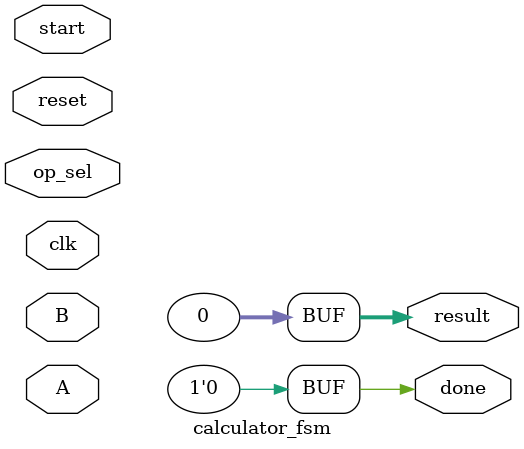
<source format=v>


// Verification Directory fv/calculator_fsm 

module calculator_fsm(clk, reset, start, A, B, op_sel, result, done);
  input clk, reset, start;
  input [15:0] A, B;
  input [3:0] op_sel;
  output [31:0] result;
  output done;
  wire clk, reset, start;
  wire [15:0] A, B;
  wire [3:0] op_sel;
  wire [31:0] result;
  wire done;
  wire [1:0] state;
  wire ADD_TC_OP_n_527, ADD_TC_OP_n_529, ADD_TC_OP_n_531,
       ADD_TC_OP_n_533, ADD_TC_OP_n_535, ADD_TC_OP_n_537,
       ADD_TC_OP_n_539, ADD_TC_OP_n_541;
  wire ADD_TC_OP_n_543, ADD_TC_OP_n_545, ADD_TC_OP_n_547,
       ADD_TC_OP_n_549, ADD_TC_OP_n_551, ADD_TC_OP_n_553,
       ADD_TC_OP_n_555, MULT_TC_OP_n_0;
  wire MULT_TC_OP_n_1, MULT_TC_OP_n_2, MULT_TC_OP_n_3, MULT_TC_OP_n_4,
       MULT_TC_OP_n_5, MULT_TC_OP_n_6, MULT_TC_OP_n_7, MULT_TC_OP_n_8;
  wire MULT_TC_OP_n_9, MULT_TC_OP_n_10, MULT_TC_OP_n_11,
       MULT_TC_OP_n_12, MULT_TC_OP_n_13, MULT_TC_OP_n_14,
       MULT_TC_OP_n_15, MULT_TC_OP_n_16;
  wire MULT_TC_OP_n_17, MULT_TC_OP_n_18, MULT_TC_OP_n_19,
       MULT_TC_OP_n_20, MULT_TC_OP_n_21, MULT_TC_OP_n_22,
       MULT_TC_OP_n_23, MULT_TC_OP_n_24;
  wire MULT_TC_OP_n_25, MULT_TC_OP_n_26, MULT_TC_OP_n_27,
       MULT_TC_OP_n_28, MULT_TC_OP_n_29, MULT_TC_OP_n_30,
       MULT_TC_OP_n_31, MULT_TC_OP_n_32;
  wire MULT_TC_OP_n_33, MULT_TC_OP_n_34, MULT_TC_OP_n_35,
       MULT_TC_OP_n_36, MULT_TC_OP_n_37, MULT_TC_OP_n_38,
       MULT_TC_OP_n_39, MULT_TC_OP_n_40;
  wire MULT_TC_OP_n_41, MULT_TC_OP_n_42, MULT_TC_OP_n_43,
       MULT_TC_OP_n_44, MULT_TC_OP_n_45, MULT_TC_OP_n_46,
       MULT_TC_OP_n_47, MULT_TC_OP_n_48;
  wire MULT_TC_OP_n_49, MULT_TC_OP_n_50, MULT_TC_OP_n_51,
       MULT_TC_OP_n_52, MULT_TC_OP_n_53, MULT_TC_OP_n_54,
       MULT_TC_OP_n_55, MULT_TC_OP_n_56;
  wire MULT_TC_OP_n_57, MULT_TC_OP_n_58, MULT_TC_OP_n_59,
       MULT_TC_OP_n_60, MULT_TC_OP_n_61, MULT_TC_OP_n_62,
       MULT_TC_OP_n_63, MULT_TC_OP_n_64;
  wire MULT_TC_OP_n_65, MULT_TC_OP_n_66, MULT_TC_OP_n_67,
       MULT_TC_OP_n_68, MULT_TC_OP_n_69, MULT_TC_OP_n_70,
       MULT_TC_OP_n_71, MULT_TC_OP_n_72;
  wire MULT_TC_OP_n_73, MULT_TC_OP_n_74, MULT_TC_OP_n_75,
       MULT_TC_OP_n_77, MULT_TC_OP_n_78, MULT_TC_OP_n_79,
       MULT_TC_OP_n_80, MULT_TC_OP_n_81;
  wire MULT_TC_OP_n_82, MULT_TC_OP_n_83, MULT_TC_OP_n_84,
       MULT_TC_OP_n_85, MULT_TC_OP_n_86, MULT_TC_OP_n_87,
       MULT_TC_OP_n_88, MULT_TC_OP_n_89;
  wire MULT_TC_OP_n_90, MULT_TC_OP_n_91, MULT_TC_OP_n_92,
       MULT_TC_OP_n_93, MULT_TC_OP_n_94, MULT_TC_OP_n_95,
       MULT_TC_OP_n_96, MULT_TC_OP_n_97;
  wire MULT_TC_OP_n_98, MULT_TC_OP_n_99, MULT_TC_OP_n_100,
       MULT_TC_OP_n_101, MULT_TC_OP_n_102, MULT_TC_OP_n_103,
       MULT_TC_OP_n_104, MULT_TC_OP_n_105;
  wire MULT_TC_OP_n_106, MULT_TC_OP_n_107, MULT_TC_OP_n_108,
       MULT_TC_OP_n_109, MULT_TC_OP_n_110, MULT_TC_OP_n_111,
       MULT_TC_OP_n_112, MULT_TC_OP_n_113;
  wire MULT_TC_OP_n_114, MULT_TC_OP_n_115, MULT_TC_OP_n_116,
       MULT_TC_OP_n_117, MULT_TC_OP_n_118, MULT_TC_OP_n_119,
       MULT_TC_OP_n_120, MULT_TC_OP_n_121;
  wire MULT_TC_OP_n_122, MULT_TC_OP_n_123, MULT_TC_OP_n_124,
       MULT_TC_OP_n_125, MULT_TC_OP_n_126, MULT_TC_OP_n_127,
       MULT_TC_OP_n_128, MULT_TC_OP_n_129;
  wire MULT_TC_OP_n_130, MULT_TC_OP_n_132, MULT_TC_OP_n_133,
       MULT_TC_OP_n_134, MULT_TC_OP_n_135, MULT_TC_OP_n_136,
       MULT_TC_OP_n_137, MULT_TC_OP_n_138;
  wire MULT_TC_OP_n_139, MULT_TC_OP_n_140, MULT_TC_OP_n_141,
       MULT_TC_OP_n_142, MULT_TC_OP_n_143, MULT_TC_OP_n_144,
       MULT_TC_OP_n_145, MULT_TC_OP_n_146;
  wire MULT_TC_OP_n_147, MULT_TC_OP_n_148, MULT_TC_OP_n_149,
       MULT_TC_OP_n_150, MULT_TC_OP_n_151, MULT_TC_OP_n_152,
       MULT_TC_OP_n_153, MULT_TC_OP_n_154;
  wire MULT_TC_OP_n_155, MULT_TC_OP_n_156, MULT_TC_OP_n_157,
       MULT_TC_OP_n_158, MULT_TC_OP_n_159, MULT_TC_OP_n_160,
       MULT_TC_OP_n_161, MULT_TC_OP_n_162;
  wire MULT_TC_OP_n_163, MULT_TC_OP_n_164, MULT_TC_OP_n_165,
       MULT_TC_OP_n_166, MULT_TC_OP_n_167, MULT_TC_OP_n_168,
       MULT_TC_OP_n_169, MULT_TC_OP_n_170;
  wire MULT_TC_OP_n_171, MULT_TC_OP_n_172, MULT_TC_OP_n_173,
       MULT_TC_OP_n_174, MULT_TC_OP_n_175, MULT_TC_OP_n_176,
       MULT_TC_OP_n_177, MULT_TC_OP_n_178;
  wire MULT_TC_OP_n_179, MULT_TC_OP_n_180, MULT_TC_OP_n_181,
       MULT_TC_OP_n_182, MULT_TC_OP_n_183, MULT_TC_OP_n_184,
       MULT_TC_OP_n_185, MULT_TC_OP_n_186;
  wire MULT_TC_OP_n_187, MULT_TC_OP_n_188, MULT_TC_OP_n_189,
       MULT_TC_OP_n_190, MULT_TC_OP_n_191, MULT_TC_OP_n_192,
       MULT_TC_OP_n_193, MULT_TC_OP_n_194;
  wire MULT_TC_OP_n_195, MULT_TC_OP_n_196, MULT_TC_OP_n_197,
       MULT_TC_OP_n_198, MULT_TC_OP_n_199, MULT_TC_OP_n_200,
       MULT_TC_OP_n_201, MULT_TC_OP_n_202;
  wire MULT_TC_OP_n_203, MULT_TC_OP_n_204, MULT_TC_OP_n_205,
       MULT_TC_OP_n_206, MULT_TC_OP_n_207, MULT_TC_OP_n_208,
       MULT_TC_OP_n_209, MULT_TC_OP_n_210;
  wire MULT_TC_OP_n_211, MULT_TC_OP_n_212, MULT_TC_OP_n_213,
       MULT_TC_OP_n_214, MULT_TC_OP_n_215, MULT_TC_OP_n_216,
       MULT_TC_OP_n_217, MULT_TC_OP_n_218;
  wire MULT_TC_OP_n_219, MULT_TC_OP_n_220, MULT_TC_OP_n_221,
       MULT_TC_OP_n_222, MULT_TC_OP_n_223, MULT_TC_OP_n_224,
       MULT_TC_OP_n_225, MULT_TC_OP_n_226;
  wire MULT_TC_OP_n_227, MULT_TC_OP_n_228, MULT_TC_OP_n_229,
       MULT_TC_OP_n_230, MULT_TC_OP_n_231, MULT_TC_OP_n_232,
       MULT_TC_OP_n_233, MULT_TC_OP_n_234;
  wire MULT_TC_OP_n_235, MULT_TC_OP_n_236, MULT_TC_OP_n_237,
       MULT_TC_OP_n_238, MULT_TC_OP_n_239, MULT_TC_OP_n_240,
       MULT_TC_OP_n_241, MULT_TC_OP_n_242;
  wire MULT_TC_OP_n_243, MULT_TC_OP_n_244, MULT_TC_OP_n_245,
       MULT_TC_OP_n_246, MULT_TC_OP_n_247, MULT_TC_OP_n_248,
       MULT_TC_OP_n_249, MULT_TC_OP_n_250;
  wire MULT_TC_OP_n_251, MULT_TC_OP_n_252, MULT_TC_OP_n_253,
       MULT_TC_OP_n_254, MULT_TC_OP_n_255, MULT_TC_OP_n_256,
       MULT_TC_OP_n_257, MULT_TC_OP_n_258;
  wire MULT_TC_OP_n_259, MULT_TC_OP_n_260, MULT_TC_OP_n_261,
       MULT_TC_OP_n_262, MULT_TC_OP_n_263, MULT_TC_OP_n_264,
       MULT_TC_OP_n_265, MULT_TC_OP_n_266;
  wire MULT_TC_OP_n_267, MULT_TC_OP_n_268, MULT_TC_OP_n_269,
       MULT_TC_OP_n_270, MULT_TC_OP_n_271, MULT_TC_OP_n_272,
       MULT_TC_OP_n_273, MULT_TC_OP_n_274;
  wire MULT_TC_OP_n_275, MULT_TC_OP_n_276, MULT_TC_OP_n_277,
       MULT_TC_OP_n_278, MULT_TC_OP_n_279, MULT_TC_OP_n_280,
       MULT_TC_OP_n_281, MULT_TC_OP_n_282;
  wire MULT_TC_OP_n_283, MULT_TC_OP_n_284, MULT_TC_OP_n_285,
       MULT_TC_OP_n_286, MULT_TC_OP_n_287, MULT_TC_OP_n_288,
       MULT_TC_OP_n_289, MULT_TC_OP_n_290;
  wire MULT_TC_OP_n_291, MULT_TC_OP_n_292, MULT_TC_OP_n_293,
       MULT_TC_OP_n_294, MULT_TC_OP_n_295, MULT_TC_OP_n_296,
       MULT_TC_OP_n_297, MULT_TC_OP_n_298;
  wire MULT_TC_OP_n_299, MULT_TC_OP_n_300, MULT_TC_OP_n_301,
       MULT_TC_OP_n_302, MULT_TC_OP_n_303, MULT_TC_OP_n_304,
       MULT_TC_OP_n_305, MULT_TC_OP_n_306;
  wire MULT_TC_OP_n_307, MULT_TC_OP_n_308, MULT_TC_OP_n_309,
       MULT_TC_OP_n_310, MULT_TC_OP_n_311, MULT_TC_OP_n_312,
       MULT_TC_OP_n_313, MULT_TC_OP_n_314;
  wire MULT_TC_OP_n_315, MULT_TC_OP_n_316, MULT_TC_OP_n_317,
       MULT_TC_OP_n_318, MULT_TC_OP_n_319, MULT_TC_OP_n_320,
       MULT_TC_OP_n_321, MULT_TC_OP_n_322;
  wire MULT_TC_OP_n_323, MULT_TC_OP_n_324, MULT_TC_OP_n_325,
       MULT_TC_OP_n_326, MULT_TC_OP_n_327, MULT_TC_OP_n_328,
       MULT_TC_OP_n_329, MULT_TC_OP_n_330;
  wire MULT_TC_OP_n_331, MULT_TC_OP_n_332, MULT_TC_OP_n_333,
       MULT_TC_OP_n_334, MULT_TC_OP_n_335, MULT_TC_OP_n_336,
       MULT_TC_OP_n_337, MULT_TC_OP_n_338;
  wire MULT_TC_OP_n_339, MULT_TC_OP_n_340, MULT_TC_OP_n_341,
       MULT_TC_OP_n_342, MULT_TC_OP_n_343, MULT_TC_OP_n_344,
       MULT_TC_OP_n_345, MULT_TC_OP_n_346;
  wire MULT_TC_OP_n_347, MULT_TC_OP_n_348, MULT_TC_OP_n_349,
       MULT_TC_OP_n_350, MULT_TC_OP_n_351, MULT_TC_OP_n_352,
       MULT_TC_OP_n_353, MULT_TC_OP_n_354;
  wire MULT_TC_OP_n_355, MULT_TC_OP_n_356, MULT_TC_OP_n_357,
       MULT_TC_OP_n_358, MULT_TC_OP_n_359, MULT_TC_OP_n_360,
       MULT_TC_OP_n_361, MULT_TC_OP_n_362;
  wire MULT_TC_OP_n_363, MULT_TC_OP_n_364, MULT_TC_OP_n_365,
       MULT_TC_OP_n_366, MULT_TC_OP_n_367, MULT_TC_OP_n_368,
       MULT_TC_OP_n_369, MULT_TC_OP_n_370;
  wire MULT_TC_OP_n_371, MULT_TC_OP_n_372, MULT_TC_OP_n_373,
       MULT_TC_OP_n_374, MULT_TC_OP_n_375, MULT_TC_OP_n_376,
       MULT_TC_OP_n_377, MULT_TC_OP_n_378;
  wire MULT_TC_OP_n_379, MULT_TC_OP_n_380, MULT_TC_OP_n_381,
       MULT_TC_OP_n_382, MULT_TC_OP_n_383, MULT_TC_OP_n_384,
       MULT_TC_OP_n_385, MULT_TC_OP_n_386;
  wire MULT_TC_OP_n_387, MULT_TC_OP_n_388, MULT_TC_OP_n_389,
       MULT_TC_OP_n_390, MULT_TC_OP_n_391, MULT_TC_OP_n_392,
       MULT_TC_OP_n_393, MULT_TC_OP_n_394;
  wire MULT_TC_OP_n_395, MULT_TC_OP_n_396, MULT_TC_OP_n_397,
       MULT_TC_OP_n_398, MULT_TC_OP_n_399, MULT_TC_OP_n_400,
       MULT_TC_OP_n_401, MULT_TC_OP_n_402;
  wire MULT_TC_OP_n_403, MULT_TC_OP_n_404, MULT_TC_OP_n_405,
       MULT_TC_OP_n_406, MULT_TC_OP_n_407, MULT_TC_OP_n_408,
       MULT_TC_OP_n_409, MULT_TC_OP_n_410;
  wire MULT_TC_OP_n_411, MULT_TC_OP_n_412, MULT_TC_OP_n_413,
       MULT_TC_OP_n_414, MULT_TC_OP_n_415, MULT_TC_OP_n_416,
       MULT_TC_OP_n_417, MULT_TC_OP_n_418;
  wire MULT_TC_OP_n_419, MULT_TC_OP_n_420, MULT_TC_OP_n_421,
       MULT_TC_OP_n_422, MULT_TC_OP_n_423, MULT_TC_OP_n_424,
       MULT_TC_OP_n_425, MULT_TC_OP_n_426;
  wire MULT_TC_OP_n_427, MULT_TC_OP_n_428, MULT_TC_OP_n_429,
       MULT_TC_OP_n_430, MULT_TC_OP_n_431, MULT_TC_OP_n_432,
       MULT_TC_OP_n_433, MULT_TC_OP_n_434;
  wire MULT_TC_OP_n_435, MULT_TC_OP_n_436, MULT_TC_OP_n_437,
       MULT_TC_OP_n_438, MULT_TC_OP_n_439, MULT_TC_OP_n_440,
       MULT_TC_OP_n_441, MULT_TC_OP_n_442;
  wire MULT_TC_OP_n_443, MULT_TC_OP_n_444, MULT_TC_OP_n_445,
       MULT_TC_OP_n_446, MULT_TC_OP_n_447, MULT_TC_OP_n_448,
       MULT_TC_OP_n_449, MULT_TC_OP_n_450;
  wire MULT_TC_OP_n_451, MULT_TC_OP_n_452, MULT_TC_OP_n_453,
       MULT_TC_OP_n_454, MULT_TC_OP_n_455, MULT_TC_OP_n_456,
       MULT_TC_OP_n_457, MULT_TC_OP_n_458;
  wire MULT_TC_OP_n_459, MULT_TC_OP_n_460, MULT_TC_OP_n_461,
       MULT_TC_OP_n_462, MULT_TC_OP_n_463, MULT_TC_OP_n_464,
       MULT_TC_OP_n_465, MULT_TC_OP_n_466;
  wire MULT_TC_OP_n_467, MULT_TC_OP_n_468, MULT_TC_OP_n_469,
       MULT_TC_OP_n_470, MULT_TC_OP_n_471, MULT_TC_OP_n_472,
       MULT_TC_OP_n_473, MULT_TC_OP_n_474;
  wire MULT_TC_OP_n_475, MULT_TC_OP_n_476, MULT_TC_OP_n_477,
       MULT_TC_OP_n_478, MULT_TC_OP_n_479, MULT_TC_OP_n_480,
       MULT_TC_OP_n_481, MULT_TC_OP_n_482;
  wire MULT_TC_OP_n_483, MULT_TC_OP_n_484, MULT_TC_OP_n_485,
       MULT_TC_OP_n_486, MULT_TC_OP_n_487, MULT_TC_OP_n_488,
       MULT_TC_OP_n_489, MULT_TC_OP_n_490;
  wire MULT_TC_OP_n_491, MULT_TC_OP_n_492, MULT_TC_OP_n_493,
       MULT_TC_OP_n_494, MULT_TC_OP_n_495, MULT_TC_OP_n_496,
       MULT_TC_OP_n_497, MULT_TC_OP_n_498;
  wire MULT_TC_OP_n_499, MULT_TC_OP_n_500, MULT_TC_OP_n_501,
       MULT_TC_OP_n_502, MULT_TC_OP_n_503, MULT_TC_OP_n_504,
       MULT_TC_OP_n_505, MULT_TC_OP_n_506;
  wire MULT_TC_OP_n_507, MULT_TC_OP_n_508, MULT_TC_OP_n_509,
       MULT_TC_OP_n_510, MULT_TC_OP_n_511, MULT_TC_OP_n_512,
       MULT_TC_OP_n_513, MULT_TC_OP_n_514;
  wire MULT_TC_OP_n_515, MULT_TC_OP_n_516, MULT_TC_OP_n_517,
       MULT_TC_OP_n_518, MULT_TC_OP_n_519, MULT_TC_OP_n_520,
       MULT_TC_OP_n_521, MULT_TC_OP_n_522;
  wire MULT_TC_OP_n_523, MULT_TC_OP_n_524, MULT_TC_OP_n_525,
       MULT_TC_OP_n_526, MULT_TC_OP_n_527, MULT_TC_OP_n_528,
       MULT_TC_OP_n_529, MULT_TC_OP_n_530;
  wire MULT_TC_OP_n_531, MULT_TC_OP_n_532, MULT_TC_OP_n_533,
       MULT_TC_OP_n_534, MULT_TC_OP_n_535, MULT_TC_OP_n_536,
       MULT_TC_OP_n_537, MULT_TC_OP_n_538;
  wire MULT_TC_OP_n_539, MULT_TC_OP_n_540, MULT_TC_OP_n_541,
       MULT_TC_OP_n_542, MULT_TC_OP_n_543, MULT_TC_OP_n_544,
       MULT_TC_OP_n_545, MULT_TC_OP_n_546;
  wire MULT_TC_OP_n_547, MULT_TC_OP_n_548, MULT_TC_OP_n_549,
       MULT_TC_OP_n_550, MULT_TC_OP_n_551, MULT_TC_OP_n_552,
       MULT_TC_OP_n_553, MULT_TC_OP_n_554;
  wire MULT_TC_OP_n_555, MULT_TC_OP_n_556, MULT_TC_OP_n_557,
       MULT_TC_OP_n_558, MULT_TC_OP_n_559, MULT_TC_OP_n_560,
       MULT_TC_OP_n_561, MULT_TC_OP_n_562;
  wire MULT_TC_OP_n_563, MULT_TC_OP_n_564, MULT_TC_OP_n_565,
       MULT_TC_OP_n_566, MULT_TC_OP_n_567, MULT_TC_OP_n_568,
       MULT_TC_OP_n_569, MULT_TC_OP_n_570;
  wire MULT_TC_OP_n_571, MULT_TC_OP_n_572, MULT_TC_OP_n_573,
       MULT_TC_OP_n_574, MULT_TC_OP_n_575, MULT_TC_OP_n_576,
       MULT_TC_OP_n_577, MULT_TC_OP_n_578;
  wire MULT_TC_OP_n_579, MULT_TC_OP_n_580, MULT_TC_OP_n_581,
       MULT_TC_OP_n_582, MULT_TC_OP_n_583, MULT_TC_OP_n_584,
       MULT_TC_OP_n_585, MULT_TC_OP_n_586;
  wire MULT_TC_OP_n_587, MULT_TC_OP_n_588, MULT_TC_OP_n_589,
       MULT_TC_OP_n_590, MULT_TC_OP_n_591, MULT_TC_OP_n_592,
       MULT_TC_OP_n_593, MULT_TC_OP_n_594;
  wire MULT_TC_OP_n_596, MULT_TC_OP_n_597, MULT_TC_OP_n_598,
       MULT_TC_OP_n_599, MULT_TC_OP_n_600, MULT_TC_OP_n_601,
       MULT_TC_OP_n_602, MULT_TC_OP_n_603;
  wire MULT_TC_OP_n_604, MULT_TC_OP_n_605, MULT_TC_OP_n_606,
       MULT_TC_OP_n_607, MULT_TC_OP_n_608, MULT_TC_OP_n_609,
       MULT_TC_OP_n_610, MULT_TC_OP_n_611;
  wire MULT_TC_OP_n_612, MULT_TC_OP_n_613, MULT_TC_OP_n_614,
       MULT_TC_OP_n_615, MULT_TC_OP_n_616, MULT_TC_OP_n_617,
       MULT_TC_OP_n_618, MULT_TC_OP_n_619;
  wire MULT_TC_OP_n_620, MULT_TC_OP_n_621, MULT_TC_OP_n_622,
       MULT_TC_OP_n_623, MULT_TC_OP_n_624, MULT_TC_OP_n_625,
       MULT_TC_OP_n_626, MULT_TC_OP_n_627;
  wire MULT_TC_OP_n_628, MULT_TC_OP_n_629, MULT_TC_OP_n_630,
       MULT_TC_OP_n_631, MULT_TC_OP_n_632, MULT_TC_OP_n_633,
       MULT_TC_OP_n_634, MULT_TC_OP_n_635;
  wire MULT_TC_OP_n_636, MULT_TC_OP_n_637, MULT_TC_OP_n_638,
       MULT_TC_OP_n_639, MULT_TC_OP_n_640, MULT_TC_OP_n_641,
       MULT_TC_OP_n_642, MULT_TC_OP_n_643;
  wire MULT_TC_OP_n_644, MULT_TC_OP_n_645, MULT_TC_OP_n_646,
       MULT_TC_OP_n_647, MULT_TC_OP_n_648, MULT_TC_OP_n_649,
       MULT_TC_OP_n_650, MULT_TC_OP_n_651;
  wire MULT_TC_OP_n_652, MULT_TC_OP_n_653, MULT_TC_OP_n_654,
       MULT_TC_OP_n_655, MULT_TC_OP_n_656, MULT_TC_OP_n_657,
       MULT_TC_OP_n_658, MULT_TC_OP_n_659;
  wire MULT_TC_OP_n_660, MULT_TC_OP_n_661, MULT_TC_OP_n_662,
       MULT_TC_OP_n_663, MULT_TC_OP_n_664, MULT_TC_OP_n_665,
       MULT_TC_OP_n_666, MULT_TC_OP_n_667;
  wire MULT_TC_OP_n_668, MULT_TC_OP_n_669, MULT_TC_OP_n_670,
       MULT_TC_OP_n_671, MULT_TC_OP_n_672, MULT_TC_OP_n_673,
       MULT_TC_OP_n_674, MULT_TC_OP_n_675;
  wire MULT_TC_OP_n_676, MULT_TC_OP_n_677, MULT_TC_OP_n_678,
       MULT_TC_OP_n_679, MULT_TC_OP_n_680, MULT_TC_OP_n_681,
       MULT_TC_OP_n_682, MULT_TC_OP_n_683;
  wire MULT_TC_OP_n_684, MULT_TC_OP_n_685, MULT_TC_OP_n_686,
       MULT_TC_OP_n_687, MULT_TC_OP_n_688, MULT_TC_OP_n_689,
       MULT_TC_OP_n_690, MULT_TC_OP_n_691;
  wire MULT_TC_OP_n_692, MULT_TC_OP_n_693, MULT_TC_OP_n_694,
       MULT_TC_OP_n_695, MULT_TC_OP_n_696, MULT_TC_OP_n_697,
       MULT_TC_OP_n_698, MULT_TC_OP_n_699;
  wire MULT_TC_OP_n_701, MULT_TC_OP_n_702, MULT_TC_OP_n_703,
       MULT_TC_OP_n_704, MULT_TC_OP_n_705, MULT_TC_OP_n_706,
       MULT_TC_OP_n_707, MULT_TC_OP_n_708;
  wire MULT_TC_OP_n_709, MULT_TC_OP_n_710, MULT_TC_OP_n_711,
       MULT_TC_OP_n_712, MULT_TC_OP_n_713, MULT_TC_OP_n_714,
       MULT_TC_OP_n_715, MULT_TC_OP_n_716;
  wire MULT_TC_OP_n_717, MULT_TC_OP_n_718, MULT_TC_OP_n_719,
       MULT_TC_OP_n_720, MULT_TC_OP_n_721, MULT_TC_OP_n_722,
       MULT_TC_OP_n_723, MULT_TC_OP_n_724;
  wire MULT_TC_OP_n_725, MULT_TC_OP_n_726, MULT_TC_OP_n_727,
       MULT_TC_OP_n_728, MULT_TC_OP_n_729, MULT_TC_OP_n_730,
       MULT_TC_OP_n_731, MULT_TC_OP_n_732;
  wire MULT_TC_OP_n_733, MULT_TC_OP_n_734, MULT_TC_OP_n_735,
       MULT_TC_OP_n_736, MULT_TC_OP_n_737, MULT_TC_OP_n_738,
       MULT_TC_OP_n_739, MULT_TC_OP_n_740;
  wire MULT_TC_OP_n_741, MULT_TC_OP_n_742, MULT_TC_OP_n_743,
       MULT_TC_OP_n_744, MULT_TC_OP_n_745, MULT_TC_OP_n_746,
       MULT_TC_OP_n_747, MULT_TC_OP_n_748;
  wire MULT_TC_OP_n_749, MULT_TC_OP_n_750, MULT_TC_OP_n_751,
       MULT_TC_OP_n_752, MULT_TC_OP_n_753, MULT_TC_OP_n_754,
       MULT_TC_OP_n_755, MULT_TC_OP_n_756;
  wire MULT_TC_OP_n_757, MULT_TC_OP_n_758, MULT_TC_OP_n_759,
       MULT_TC_OP_n_760, MULT_TC_OP_n_761, MULT_TC_OP_n_762,
       MULT_TC_OP_n_763, MULT_TC_OP_n_764;
  wire MULT_TC_OP_n_765, MULT_TC_OP_n_766, MULT_TC_OP_n_767,
       MULT_TC_OP_n_768, MULT_TC_OP_n_769, MULT_TC_OP_n_770,
       MULT_TC_OP_n_771, MULT_TC_OP_n_772;
  wire MULT_TC_OP_n_773, MULT_TC_OP_n_774, MULT_TC_OP_n_775,
       MULT_TC_OP_n_776, MULT_TC_OP_n_777, MULT_TC_OP_n_778,
       MULT_TC_OP_n_779, MULT_TC_OP_n_780;
  wire MULT_TC_OP_n_781, MULT_TC_OP_n_782, MULT_TC_OP_n_783,
       MULT_TC_OP_n_785, MULT_TC_OP_n_786, MULT_TC_OP_n_787,
       MULT_TC_OP_n_788, MULT_TC_OP_n_789;
  wire MULT_TC_OP_n_790, MULT_TC_OP_n_791, MULT_TC_OP_n_792,
       MULT_TC_OP_n_793, MULT_TC_OP_n_794, MULT_TC_OP_n_795,
       MULT_TC_OP_n_796, MULT_TC_OP_n_797;
  wire MULT_TC_OP_n_798, MULT_TC_OP_n_799, MULT_TC_OP_n_800,
       MULT_TC_OP_n_801, MULT_TC_OP_n_802, MULT_TC_OP_n_803,
       MULT_TC_OP_n_804, MULT_TC_OP_n_805;
  wire MULT_TC_OP_n_806, MULT_TC_OP_n_807, MULT_TC_OP_n_808,
       MULT_TC_OP_n_809, MULT_TC_OP_n_810, MULT_TC_OP_n_811,
       MULT_TC_OP_n_812, MULT_TC_OP_n_813;
  wire MULT_TC_OP_n_814, MULT_TC_OP_n_815, MULT_TC_OP_n_816,
       MULT_TC_OP_n_817, MULT_TC_OP_n_818, MULT_TC_OP_n_819,
       MULT_TC_OP_n_820, MULT_TC_OP_n_821;
  wire MULT_TC_OP_n_822, MULT_TC_OP_n_823, MULT_TC_OP_n_824,
       MULT_TC_OP_n_825, MULT_TC_OP_n_826, MULT_TC_OP_n_827,
       MULT_TC_OP_n_828, MULT_TC_OP_n_829;
  wire MULT_TC_OP_n_830, MULT_TC_OP_n_831, MULT_TC_OP_n_832,
       MULT_TC_OP_n_833, MULT_TC_OP_n_834, MULT_TC_OP_n_836,
       MULT_TC_OP_n_837, MULT_TC_OP_n_838;
  wire MULT_TC_OP_n_839, MULT_TC_OP_n_840, MULT_TC_OP_n_841,
       MULT_TC_OP_n_842, MULT_TC_OP_n_843, MULT_TC_OP_n_844,
       MULT_TC_OP_n_845, MULT_TC_OP_n_846;
  wire MULT_TC_OP_n_847, MULT_TC_OP_n_848, MULT_TC_OP_n_849,
       MULT_TC_OP_n_850, MULT_TC_OP_n_851, MULT_TC_OP_n_852,
       MULT_TC_OP_n_853, MULT_TC_OP_n_854;
  wire MULT_TC_OP_n_855, MULT_TC_OP_n_856, MULT_TC_OP_n_857,
       MULT_TC_OP_n_858, MULT_TC_OP_n_859, MULT_TC_OP_n_860,
       MULT_TC_OP_n_861, MULT_TC_OP_n_862;
  wire MULT_TC_OP_n_863, MULT_TC_OP_n_864, MULT_TC_OP_n_865,
       MULT_TC_OP_n_866, MULT_TC_OP_n_867, MULT_TC_OP_n_868,
       MULT_TC_OP_n_869, MULT_TC_OP_n_870;
  wire MULT_TC_OP_n_871, MULT_TC_OP_n_872, MULT_TC_OP_n_873,
       MULT_TC_OP_n_874, MULT_TC_OP_n_875, MULT_TC_OP_n_876,
       MULT_TC_OP_n_877, MULT_TC_OP_n_878;
  wire MULT_TC_OP_n_879, MULT_TC_OP_n_880, MULT_TC_OP_n_881,
       MULT_TC_OP_n_882, MULT_TC_OP_n_883, MULT_TC_OP_n_884,
       MULT_TC_OP_n_885, MULT_TC_OP_n_886;
  wire MULT_TC_OP_n_888, MULT_TC_OP_n_889, MULT_TC_OP_n_890,
       MULT_TC_OP_n_891, MULT_TC_OP_n_892, MULT_TC_OP_n_893,
       MULT_TC_OP_n_894, MULT_TC_OP_n_895;
  wire MULT_TC_OP_n_896, MULT_TC_OP_n_897, MULT_TC_OP_n_898,
       MULT_TC_OP_n_899, MULT_TC_OP_n_900, MULT_TC_OP_n_901,
       MULT_TC_OP_n_902, MULT_TC_OP_n_903;
  wire MULT_TC_OP_n_904, MULT_TC_OP_n_905, MULT_TC_OP_n_906,
       MULT_TC_OP_n_907, MULT_TC_OP_n_908, MULT_TC_OP_n_909,
       MULT_TC_OP_n_910, MULT_TC_OP_n_912;
  wire MULT_TC_OP_n_913, MULT_TC_OP_n_914, MULT_TC_OP_n_915,
       MULT_TC_OP_n_916, MULT_TC_OP_n_917, MULT_TC_OP_n_918,
       MULT_TC_OP_n_919, MULT_TC_OP_n_920;
  wire MULT_TC_OP_n_921, MULT_TC_OP_n_922, MULT_TC_OP_n_923,
       MULT_TC_OP_n_924, MULT_TC_OP_n_925, MULT_TC_OP_n_926,
       MULT_TC_OP_n_927, MULT_TC_OP_n_928;
  wire MULT_TC_OP_n_929, MULT_TC_OP_n_931, MULT_TC_OP_n_932,
       MULT_TC_OP_n_933, MULT_TC_OP_n_934, MULT_TC_OP_n_935,
       MULT_TC_OP_n_936, MULT_TC_OP_n_937;
  wire MULT_TC_OP_n_938, MULT_TC_OP_n_940, MULT_TC_OP_n_942,
       MULT_TC_OP_n_944, MULT_TC_OP_n_946, MULT_TC_OP_n_948,
       MULT_TC_OP_n_950, MULT_TC_OP_n_952;
  wire MULT_TC_OP_n_954, MULT_TC_OP_n_956, MULT_TC_OP_n_958,
       MULT_TC_OP_n_960, MULT_TC_OP_n_962, MULT_TC_OP_n_964,
       MULT_TC_OP_n_966, MULT_TC_OP_n_968;
  wire MULT_TC_OP_n_970, MULT_TC_OP_n_972, MULT_TC_OP_n_974,
       MULT_TC_OP_n_976, MULT_TC_OP_n_978, MULT_TC_OP_n_980,
       MULT_TC_OP_n_982, SUB_TC_OP_1_n_531;
  wire SUB_TC_OP_1_n_533, SUB_TC_OP_1_n_535, SUB_TC_OP_1_n_537,
       SUB_TC_OP_1_n_539, SUB_TC_OP_1_n_541, SUB_TC_OP_1_n_543,
       SUB_TC_OP_1_n_545, SUB_TC_OP_1_n_547;
  wire SUB_TC_OP_1_n_549, SUB_TC_OP_1_n_551, SUB_TC_OP_1_n_553,
       SUB_TC_OP_1_n_555, SUB_TC_OP_1_n_557, SUB_TC_OP_1_n_559,
       SUB_TC_OP_1_n_561, SUB_TC_OP_1_n_565;
  wire SUB_TC_OP_1_n_566, SUB_TC_OP_1_n_567, SUB_TC_OP_1_n_568,
       SUB_TC_OP_1_n_570, SUB_TC_OP_1_n_571, SUB_TC_OP_1_n_572,
       SUB_TC_OP_1_n_573, SUB_TC_OP_1_n_574;
  wire SUB_TC_OP_1_n_575, SUB_TC_OP_1_n_578, SUB_TC_OP_1_n_579,
       SUB_TC_OP_1_n_580, SUB_TC_OP_1_n_581, SUB_TC_OP_1_n_582,
       SUB_TC_OP_1_n_583, SUB_TC_OP_1_n_584;
  wire UNCONNECTED, div_38_50_n_0, div_38_50_n_1, div_38_50_n_2,
       div_38_50_n_3, div_38_50_n_4, div_38_50_n_5, div_38_50_n_6;
  wire div_38_50_n_7, div_38_50_n_8, div_38_50_n_9, div_38_50_n_10,
       div_38_50_n_11, div_38_50_n_12, div_38_50_n_13, div_38_50_n_14;
  wire div_38_50_n_15, div_38_50_n_16, div_38_50_n_17, div_38_50_n_18,
       div_38_50_n_19, div_38_50_n_20, div_38_50_n_21, div_38_50_n_22;
  wire div_38_50_n_23, div_38_50_n_24, div_38_50_n_25, div_38_50_n_26,
       div_38_50_n_27, div_38_50_n_28, div_38_50_n_29, div_38_50_n_30;
  wire div_38_50_n_31, div_38_50_n_32, div_38_50_n_33, div_38_50_n_34,
       div_38_50_n_35, div_38_50_n_36, div_38_50_n_37, div_38_50_n_38;
  wire div_38_50_n_39, div_38_50_n_40, div_38_50_n_41, div_38_50_n_42,
       div_38_50_n_43, div_38_50_n_44, div_38_50_n_45, div_38_50_n_46;
  wire div_38_50_n_47, div_38_50_n_48, div_38_50_n_49, div_38_50_n_50,
       div_38_50_n_51, div_38_50_n_52, div_38_50_n_53, div_38_50_n_54;
  wire div_38_50_n_55, div_38_50_n_56, div_38_50_n_57, div_38_50_n_58,
       div_38_50_n_59, div_38_50_n_60, div_38_50_n_61, div_38_50_n_62;
  wire div_38_50_n_63, div_38_50_n_64, div_38_50_n_65, div_38_50_n_66,
       div_38_50_n_67, div_38_50_n_68, div_38_50_n_69, div_38_50_n_70;
  wire div_38_50_n_71, div_38_50_n_72, div_38_50_n_73, div_38_50_n_74,
       div_38_50_n_75, div_38_50_n_76, div_38_50_n_77, div_38_50_n_78;
  wire div_38_50_n_79, div_38_50_n_80, div_38_50_n_81, div_38_50_n_82,
       div_38_50_n_83, div_38_50_n_84, div_38_50_n_85, div_38_50_n_86;
  wire div_38_50_n_87, div_38_50_n_88, div_38_50_n_89, div_38_50_n_90,
       div_38_50_n_91, div_38_50_n_92, div_38_50_n_93, div_38_50_n_94;
  wire div_38_50_n_95, div_38_50_n_96, div_38_50_n_97, div_38_50_n_98,
       div_38_50_n_99, div_38_50_n_100, div_38_50_n_101,
       div_38_50_n_102;
  wire div_38_50_n_103, div_38_50_n_104, div_38_50_n_105,
       div_38_50_n_106, div_38_50_n_107, div_38_50_n_108,
       div_38_50_n_109, div_38_50_n_110;
  wire div_38_50_n_111, div_38_50_n_112, div_38_50_n_113,
       div_38_50_n_114, div_38_50_n_115, div_38_50_n_116,
       div_38_50_n_117, div_38_50_n_118;
  wire div_38_50_n_119, div_38_50_n_120, div_38_50_n_121,
       div_38_50_n_122, div_38_50_n_123, div_38_50_n_124,
       div_38_50_n_125, div_38_50_n_126;
  wire div_38_50_n_127, div_38_50_n_128, div_38_50_n_129,
       div_38_50_n_130, div_38_50_n_131, div_38_50_n_132,
       div_38_50_n_133, div_38_50_n_134;
  wire div_38_50_n_135, div_38_50_n_136, div_38_50_n_137,
       div_38_50_n_138, div_38_50_n_139, div_38_50_n_140,
       div_38_50_n_141, div_38_50_n_142;
  wire div_38_50_n_143, div_38_50_n_144, div_38_50_n_145,
       div_38_50_n_146, div_38_50_n_147, div_38_50_n_148,
       div_38_50_n_149, div_38_50_n_150;
  wire div_38_50_n_151, div_38_50_n_152, div_38_50_n_153,
       div_38_50_n_154, div_38_50_n_155, div_38_50_n_156,
       div_38_50_n_157, div_38_50_n_158;
  wire div_38_50_n_159, div_38_50_n_160, div_38_50_n_161,
       div_38_50_n_162, div_38_50_n_163, div_38_50_n_164,
       div_38_50_n_165, div_38_50_n_166;
  wire div_38_50_n_167, div_38_50_n_168, div_38_50_n_169,
       div_38_50_n_170, div_38_50_n_171, div_38_50_n_172,
       div_38_50_n_173, div_38_50_n_174;
  wire div_38_50_n_175, div_38_50_n_176, div_38_50_n_177,
       div_38_50_n_178, div_38_50_n_179, div_38_50_n_180,
       div_38_50_n_181, div_38_50_n_182;
  wire div_38_50_n_183, div_38_50_n_184, div_38_50_n_185,
       div_38_50_n_186, div_38_50_n_187, div_38_50_n_188,
       div_38_50_n_189, div_38_50_n_190;
  wire div_38_50_n_191, div_38_50_n_192, div_38_50_n_193,
       div_38_50_n_194, div_38_50_n_195, div_38_50_n_196,
       div_38_50_n_197, div_38_50_n_198;
  wire div_38_50_n_199, div_38_50_n_200, div_38_50_n_201,
       div_38_50_n_202, div_38_50_n_203, div_38_50_n_204,
       div_38_50_n_205, div_38_50_n_206;
  wire div_38_50_n_207, div_38_50_n_208, div_38_50_n_209,
       div_38_50_n_210, div_38_50_n_211, div_38_50_n_212,
       div_38_50_n_213, div_38_50_n_214;
  wire div_38_50_n_215, div_38_50_n_216, div_38_50_n_217,
       div_38_50_n_218, div_38_50_n_219, div_38_50_n_220,
       div_38_50_n_221, div_38_50_n_222;
  wire div_38_50_n_223, div_38_50_n_224, div_38_50_n_225,
       div_38_50_n_226, div_38_50_n_228, div_38_50_n_229,
       div_38_50_n_230, div_38_50_n_231;
  wire div_38_50_n_232, div_38_50_n_233, div_38_50_n_234,
       div_38_50_n_235, div_38_50_n_236, div_38_50_n_237,
       div_38_50_n_238, div_38_50_n_239;
  wire div_38_50_n_240, div_38_50_n_241, div_38_50_n_242,
       div_38_50_n_243, div_38_50_n_244, div_38_50_n_245,
       div_38_50_n_246, div_38_50_n_247;
  wire div_38_50_n_248, div_38_50_n_249, div_38_50_n_250,
       div_38_50_n_251, div_38_50_n_252, div_38_50_n_254,
       div_38_50_n_255, div_38_50_n_256;
  wire div_38_50_n_257, div_38_50_n_258, div_38_50_n_259,
       div_38_50_n_260, div_38_50_n_261, div_38_50_n_262,
       div_38_50_n_263, div_38_50_n_264;
  wire div_38_50_n_265, div_38_50_n_266, div_38_50_n_267,
       div_38_50_n_268, div_38_50_n_269, div_38_50_n_270,
       div_38_50_n_271, div_38_50_n_272;
  wire div_38_50_n_273, div_38_50_n_274, div_38_50_n_275,
       div_38_50_n_276, div_38_50_n_277, div_38_50_n_278,
       div_38_50_n_279, div_38_50_n_280;
  wire div_38_50_n_281, div_38_50_n_282, div_38_50_n_283,
       div_38_50_n_284, div_38_50_n_285, div_38_50_n_286,
       div_38_50_n_287, div_38_50_n_288;
  wire div_38_50_n_289, div_38_50_n_290, div_38_50_n_291,
       div_38_50_n_292, div_38_50_n_293, div_38_50_n_294,
       div_38_50_n_295, div_38_50_n_296;
  wire div_38_50_n_297, div_38_50_n_298, div_38_50_n_299,
       div_38_50_n_300, div_38_50_n_302, div_38_50_n_304,
       div_38_50_n_305, div_38_50_n_306;
  wire div_38_50_n_307, div_38_50_n_308, div_38_50_n_309,
       div_38_50_n_310, div_38_50_n_311, div_38_50_n_312,
       div_38_50_n_313, div_38_50_n_314;
  wire div_38_50_n_315, div_38_50_n_316, div_38_50_n_317,
       div_38_50_n_318, div_38_50_n_319, div_38_50_n_320,
       div_38_50_n_321, div_38_50_n_322;
  wire div_38_50_n_323, div_38_50_n_324, div_38_50_n_325,
       div_38_50_n_326, div_38_50_n_327, div_38_50_n_328,
       div_38_50_n_329, div_38_50_n_330;
  wire div_38_50_n_331, div_38_50_n_332, div_38_50_n_333,
       div_38_50_n_334, div_38_50_n_335, div_38_50_n_336,
       div_38_50_n_337, div_38_50_n_339;
  wire div_38_50_n_340, div_38_50_n_341, div_38_50_n_342,
       div_38_50_n_343, div_38_50_n_344, div_38_50_n_345,
       div_38_50_n_346, div_38_50_n_348;
  wire div_38_50_n_349, div_38_50_n_350, div_38_50_n_351,
       div_38_50_n_352, div_38_50_n_353, div_38_50_n_354,
       div_38_50_n_355, div_38_50_n_356;
  wire div_38_50_n_357, div_38_50_n_358, div_38_50_n_359,
       div_38_50_n_360, div_38_50_n_361, div_38_50_n_362,
       div_38_50_n_363, div_38_50_n_364;
  wire div_38_50_n_365, div_38_50_n_366, div_38_50_n_367,
       div_38_50_n_368, div_38_50_n_369, div_38_50_n_370,
       div_38_50_n_371, div_38_50_n_372;
  wire div_38_50_n_373, div_38_50_n_374, div_38_50_n_375,
       div_38_50_n_376, div_38_50_n_377, div_38_50_n_378,
       div_38_50_n_379, div_38_50_n_380;
  wire div_38_50_n_381, div_38_50_n_382, div_38_50_n_383,
       div_38_50_n_384, div_38_50_n_385, div_38_50_n_386,
       div_38_50_n_387, div_38_50_n_388;
  wire div_38_50_n_389, div_38_50_n_390, div_38_50_n_391,
       div_38_50_n_392, div_38_50_n_393, div_38_50_n_394,
       div_38_50_n_395, div_38_50_n_396;
  wire div_38_50_n_397, div_38_50_n_398, div_38_50_n_399,
       div_38_50_n_400, div_38_50_n_401, div_38_50_n_402,
       div_38_50_n_403, div_38_50_n_404;
  wire div_38_50_n_405, div_38_50_n_406, div_38_50_n_407,
       div_38_50_n_408, div_38_50_n_409, div_38_50_n_410,
       div_38_50_n_412, div_38_50_n_413;
  wire div_38_50_n_414, div_38_50_n_415, div_38_50_n_416,
       div_38_50_n_417, div_38_50_n_418, div_38_50_n_419,
       div_38_50_n_421, div_38_50_n_422;
  wire div_38_50_n_423, div_38_50_n_424, div_38_50_n_425,
       div_38_50_n_426, div_38_50_n_427, div_38_50_n_428,
       div_38_50_n_429, div_38_50_n_430;
  wire div_38_50_n_431, div_38_50_n_432, div_38_50_n_433,
       div_38_50_n_434, div_38_50_n_435, div_38_50_n_436,
       div_38_50_n_437, div_38_50_n_438;
  wire div_38_50_n_439, div_38_50_n_440, div_38_50_n_441,
       div_38_50_n_442, div_38_50_n_443, div_38_50_n_444,
       div_38_50_n_445, div_38_50_n_446;
  wire div_38_50_n_447, div_38_50_n_448, div_38_50_n_449,
       div_38_50_n_450, div_38_50_n_451, div_38_50_n_452,
       div_38_50_n_453, div_38_50_n_454;
  wire div_38_50_n_455, div_38_50_n_456, div_38_50_n_457,
       div_38_50_n_458, div_38_50_n_459, div_38_50_n_460,
       div_38_50_n_461, div_38_50_n_462;
  wire div_38_50_n_463, div_38_50_n_464, div_38_50_n_465,
       div_38_50_n_466, div_38_50_n_467, div_38_50_n_468,
       div_38_50_n_469, div_38_50_n_470;
  wire div_38_50_n_471, div_38_50_n_472, div_38_50_n_473,
       div_38_50_n_474, div_38_50_n_475, div_38_50_n_476,
       div_38_50_n_477, div_38_50_n_478;
  wire div_38_50_n_479, div_38_50_n_480, div_38_50_n_481,
       div_38_50_n_482, div_38_50_n_483, div_38_50_n_484,
       div_38_50_n_485, div_38_50_n_486;
  wire div_38_50_n_487, div_38_50_n_488, div_38_50_n_489,
       div_38_50_n_490, div_38_50_n_491, div_38_50_n_492,
       div_38_50_n_493, div_38_50_n_494;
  wire div_38_50_n_495, div_38_50_n_496, div_38_50_n_497,
       div_38_50_n_498, div_38_50_n_499, div_38_50_n_500,
       div_38_50_n_501, div_38_50_n_503;
  wire div_38_50_n_504, div_38_50_n_505, div_38_50_n_506,
       div_38_50_n_507, div_38_50_n_509, div_38_50_n_510,
       div_38_50_n_511, div_38_50_n_512;
  wire div_38_50_n_513, div_38_50_n_514, div_38_50_n_515,
       div_38_50_n_516, div_38_50_n_517, div_38_50_n_518,
       div_38_50_n_519, div_38_50_n_520;
  wire div_38_50_n_521, div_38_50_n_522, div_38_50_n_523,
       div_38_50_n_524, div_38_50_n_525, div_38_50_n_526,
       div_38_50_n_527, div_38_50_n_528;
  wire div_38_50_n_529, div_38_50_n_530, div_38_50_n_531,
       div_38_50_n_532, div_38_50_n_533, div_38_50_n_534,
       div_38_50_n_535, div_38_50_n_536;
  wire div_38_50_n_537, div_38_50_n_538, div_38_50_n_539,
       div_38_50_n_540, div_38_50_n_541, div_38_50_n_542,
       div_38_50_n_543, div_38_50_n_544;
  wire div_38_50_n_545, div_38_50_n_546, div_38_50_n_547,
       div_38_50_n_548, div_38_50_n_549, div_38_50_n_550,
       div_38_50_n_551, div_38_50_n_552;
  wire div_38_50_n_553, div_38_50_n_554, div_38_50_n_555,
       div_38_50_n_556, div_38_50_n_557, div_38_50_n_558,
       div_38_50_n_559, div_38_50_n_560;
  wire div_38_50_n_561, div_38_50_n_562, div_38_50_n_563,
       div_38_50_n_564, div_38_50_n_565, div_38_50_n_566,
       div_38_50_n_567, div_38_50_n_568;
  wire div_38_50_n_569, div_38_50_n_570, div_38_50_n_571,
       div_38_50_n_572, div_38_50_n_573, div_38_50_n_574,
       div_38_50_n_575, div_38_50_n_576;
  wire div_38_50_n_577, div_38_50_n_578, div_38_50_n_579,
       div_38_50_n_580, div_38_50_n_581, div_38_50_n_582,
       div_38_50_n_583, div_38_50_n_584;
  wire div_38_50_n_585, div_38_50_n_586, div_38_50_n_587,
       div_38_50_n_588, div_38_50_n_589, div_38_50_n_590,
       div_38_50_n_591, div_38_50_n_592;
  wire div_38_50_n_593, div_38_50_n_594, div_38_50_n_595,
       div_38_50_n_596, div_38_50_n_597, div_38_50_n_598,
       div_38_50_n_599, div_38_50_n_600;
  wire div_38_50_n_601, div_38_50_n_602, div_38_50_n_604,
       div_38_50_n_605, div_38_50_n_606, div_38_50_n_607,
       div_38_50_n_608, div_38_50_n_609;
  wire div_38_50_n_610, div_38_50_n_611, div_38_50_n_613,
       div_38_50_n_614, div_38_50_n_615, div_38_50_n_616,
       div_38_50_n_617, div_38_50_n_618;
  wire div_38_50_n_619, div_38_50_n_620, div_38_50_n_621,
       div_38_50_n_622, div_38_50_n_623, div_38_50_n_624,
       div_38_50_n_625, div_38_50_n_626;
  wire div_38_50_n_627, div_38_50_n_628, div_38_50_n_629,
       div_38_50_n_630, div_38_50_n_631, div_38_50_n_632,
       div_38_50_n_633, div_38_50_n_634;
  wire div_38_50_n_635, div_38_50_n_636, div_38_50_n_637,
       div_38_50_n_638, div_38_50_n_639, div_38_50_n_640,
       div_38_50_n_641, div_38_50_n_642;
  wire div_38_50_n_643, div_38_50_n_644, div_38_50_n_645,
       div_38_50_n_646, div_38_50_n_647, div_38_50_n_648,
       div_38_50_n_649, div_38_50_n_650;
  wire div_38_50_n_651, div_38_50_n_652, div_38_50_n_653,
       div_38_50_n_654, div_38_50_n_655, div_38_50_n_656,
       div_38_50_n_657, div_38_50_n_658;
  wire div_38_50_n_659, div_38_50_n_660, div_38_50_n_661,
       div_38_50_n_662, div_38_50_n_663, div_38_50_n_664,
       div_38_50_n_665, div_38_50_n_666;
  wire div_38_50_n_667, div_38_50_n_668, div_38_50_n_669,
       div_38_50_n_670, div_38_50_n_671, div_38_50_n_672,
       div_38_50_n_673, div_38_50_n_674;
  wire div_38_50_n_675, div_38_50_n_676, div_38_50_n_677,
       div_38_50_n_678, div_38_50_n_679, div_38_50_n_680,
       div_38_50_n_681, div_38_50_n_682;
  wire div_38_50_n_683, div_38_50_n_684, div_38_50_n_685,
       div_38_50_n_686, div_38_50_n_687, div_38_50_n_688,
       div_38_50_n_689, div_38_50_n_690;
  wire div_38_50_n_691, div_38_50_n_692, div_38_50_n_693,
       div_38_50_n_694, div_38_50_n_695, div_38_50_n_696,
       div_38_50_n_697, div_38_50_n_698;
  wire div_38_50_n_699, div_38_50_n_700, div_38_50_n_701,
       div_38_50_n_702, div_38_50_n_703, div_38_50_n_704,
       div_38_50_n_705, div_38_50_n_706;
  wire div_38_50_n_707, div_38_50_n_708, div_38_50_n_709,
       div_38_50_n_710, div_38_50_n_711, div_38_50_n_712,
       div_38_50_n_713, div_38_50_n_714;
  wire div_38_50_n_715, div_38_50_n_716, div_38_50_n_717,
       div_38_50_n_718, div_38_50_n_719, div_38_50_n_720,
       div_38_50_n_721, div_38_50_n_722;
  wire div_38_50_n_723, div_38_50_n_724, div_38_50_n_725,
       div_38_50_n_726, div_38_50_n_727, div_38_50_n_728,
       div_38_50_n_729, div_38_50_n_730;
  wire div_38_50_n_731, div_38_50_n_732, div_38_50_n_733,
       div_38_50_n_734, div_38_50_n_735, div_38_50_n_736,
       div_38_50_n_737, div_38_50_n_738;
  wire div_38_50_n_739, div_38_50_n_740, div_38_50_n_741,
       div_38_50_n_742, div_38_50_n_743, div_38_50_n_744,
       div_38_50_n_745, div_38_50_n_746;
  wire div_38_50_n_747, div_38_50_n_748, div_38_50_n_749,
       div_38_50_n_750, div_38_50_n_751, div_38_50_n_752,
       div_38_50_n_754, div_38_50_n_755;
  wire div_38_50_n_756, div_38_50_n_757, div_38_50_n_758,
       div_38_50_n_759, div_38_50_n_760, div_38_50_n_762,
       div_38_50_n_763, div_38_50_n_764;
  wire div_38_50_n_765, div_38_50_n_766, div_38_50_n_767,
       div_38_50_n_768, div_38_50_n_769, div_38_50_n_770,
       div_38_50_n_771, div_38_50_n_772;
  wire div_38_50_n_773, div_38_50_n_774, div_38_50_n_775,
       div_38_50_n_776, div_38_50_n_777, div_38_50_n_778,
       div_38_50_n_779, div_38_50_n_780;
  wire div_38_50_n_781, div_38_50_n_782, div_38_50_n_783,
       div_38_50_n_784, div_38_50_n_785, div_38_50_n_786,
       div_38_50_n_787, div_38_50_n_788;
  wire div_38_50_n_789, div_38_50_n_790, div_38_50_n_791,
       div_38_50_n_792, div_38_50_n_793, div_38_50_n_794,
       div_38_50_n_795, div_38_50_n_796;
  wire div_38_50_n_797, div_38_50_n_798, div_38_50_n_799,
       div_38_50_n_800, div_38_50_n_801, div_38_50_n_802,
       div_38_50_n_803, div_38_50_n_804;
  wire div_38_50_n_805, div_38_50_n_806, div_38_50_n_807,
       div_38_50_n_808, div_38_50_n_809, div_38_50_n_810,
       div_38_50_n_811, div_38_50_n_812;
  wire div_38_50_n_813, div_38_50_n_814, div_38_50_n_815,
       div_38_50_n_816, div_38_50_n_817, div_38_50_n_818,
       div_38_50_n_819, div_38_50_n_820;
  wire div_38_50_n_821, div_38_50_n_822, div_38_50_n_823,
       div_38_50_n_824, div_38_50_n_825, div_38_50_n_826,
       div_38_50_n_827, div_38_50_n_828;
  wire div_38_50_n_829, div_38_50_n_830, div_38_50_n_831,
       div_38_50_n_832, div_38_50_n_833, div_38_50_n_834,
       div_38_50_n_835, div_38_50_n_836;
  wire div_38_50_n_837, div_38_50_n_838, div_38_50_n_839,
       div_38_50_n_840, div_38_50_n_841, div_38_50_n_842,
       div_38_50_n_843, div_38_50_n_844;
  wire div_38_50_n_845, div_38_50_n_846, div_38_50_n_847,
       div_38_50_n_848, div_38_50_n_849, div_38_50_n_850,
       div_38_50_n_851, div_38_50_n_852;
  wire div_38_50_n_853, div_38_50_n_854, div_38_50_n_855,
       div_38_50_n_856, div_38_50_n_857, div_38_50_n_858,
       div_38_50_n_859, div_38_50_n_860;
  wire div_38_50_n_861, div_38_50_n_862, div_38_50_n_863,
       div_38_50_n_864, div_38_50_n_865, div_38_50_n_866,
       div_38_50_n_867, div_38_50_n_868;
  wire div_38_50_n_869, div_38_50_n_870, div_38_50_n_871,
       div_38_50_n_872, div_38_50_n_873, div_38_50_n_874,
       div_38_50_n_875, div_38_50_n_876;
  wire div_38_50_n_877, div_38_50_n_878, div_38_50_n_879,
       div_38_50_n_880, div_38_50_n_881, div_38_50_n_882,
       div_38_50_n_883, div_38_50_n_884;
  wire div_38_50_n_885, div_38_50_n_886, div_38_50_n_887,
       div_38_50_n_888, div_38_50_n_889, div_38_50_n_891,
       div_38_50_n_892, n_0;
  wire n_1, n_2, n_3, n_4, n_5, n_6, n_7, n_8;
  wire n_9, n_10, n_11, n_12, n_13, n_14, n_15, n_16;
  wire n_17, n_18, n_19, n_20, n_21, n_22, n_23, n_24;
  wire n_25, n_26, n_27, n_28, n_29, n_30, n_31, n_32;
  wire n_33, n_34, n_35, n_36, n_37, n_38, n_39, n_40;
  wire n_41, n_42, n_43, n_44, n_45, n_46, n_47, n_48;
  wire n_49, n_50, n_51, n_52, n_53, n_54, n_55, n_56;
  wire n_57, n_58, n_59, n_60, n_61, n_62, n_63, n_64;
  wire n_65, n_66, n_67, n_68, n_69, n_70, n_71, n_72;
  wire n_73, n_74, n_75, n_76, n_77, n_78, n_79, n_80;
  wire n_81, n_82, n_83, n_84, n_85, n_86, n_87, n_88;
  wire n_89, n_90, n_91, n_92, n_93, n_94, n_95, n_96;
  wire n_97, n_98, n_99, n_100, n_101, n_102, n_103, n_104;
  wire n_105, n_106, n_107, n_108, n_109, n_110, n_111, n_112;
  wire n_113, n_114, n_115, n_116, n_117, n_118, n_119, n_120;
  wire n_121, n_122, n_123, n_124, n_125, n_126, n_127, n_128;
  wire n_129, n_130, n_131, n_132, n_133, n_134, n_135, n_136;
  wire n_137, n_138, n_139, n_140, n_141, n_142, n_143, n_144;
  wire n_145, n_146, n_147, n_148, n_149, n_150, n_151, n_152;
  wire n_153, n_154, n_155, n_156, n_157, n_158, n_159, n_160;
  wire n_161, n_162, n_163, n_164, n_165, n_166, n_167, n_168;
  wire n_169, n_170, n_171, n_172, n_173, n_174, n_175, n_176;
  wire n_177, n_178, n_179, n_180, n_181, n_182, n_183, n_184;
  wire n_185, n_186, n_187, n_188, n_189, n_190, n_191, n_192;
  wire n_193, n_194, n_195, n_196, n_197, n_198, n_199, n_200;
  wire n_201, n_202, n_203, n_204, n_205, n_206, n_207, n_208;
  wire n_209, n_210, n_211, n_212, n_213, n_214, n_215, n_216;
  wire n_217, n_218, n_219, n_220, n_221, n_222, n_223, n_224;
  wire n_225, n_226, n_227, n_228, n_229, n_230, n_231, n_232;
  wire n_233, n_234, n_235, n_236, n_237, n_238, n_239, n_240;
  wire n_241, n_242, n_243, n_244, n_245, n_246, n_247, n_248;
  wire n_249, n_250, n_251, n_252, n_253, n_254, n_255, n_256;
  wire n_257, n_258, n_259, n_260, n_261, n_262, n_263, n_264;
  wire n_265, n_266, n_267, n_268, n_269, n_270, n_271, n_272;
  wire n_273, n_274, n_275, n_276, n_277, n_278, n_279, n_280;
  wire n_281, n_282, n_283, n_284, n_285, n_286, n_287, n_288;
  wire n_289, n_290, n_291, n_292, n_293, n_294, n_295, n_296;
  wire n_297, n_298, n_299, n_300, n_301, n_302, n_303, n_304;
  wire n_305, n_306, n_307, n_308, n_309, n_310, n_311, n_312;
  wire n_313, n_314, n_315, n_316, n_317, n_318, n_319, n_320;
  wire n_321, n_322, n_323, n_324, n_325, n_326, n_327, n_328;
  wire n_329, n_330, n_331, n_332, n_333, n_334, n_335, n_336;
  wire n_337, n_338, n_339, n_340, n_341, n_342, n_343, n_344;
  wire n_345, n_346, n_347, n_348, n_349, n_350, n_351, n_352;
  wire n_353, n_354, n_355, n_356, n_357, n_358, n_359, n_360;
  wire n_361, n_362, n_363, n_364, n_365, n_366, n_367, n_368;
  wire n_369, n_370, n_371, n_372, n_373, n_374, n_375, n_376;
  wire n_377, n_378, n_379, n_380, n_381, n_382, n_383, n_384;
  wire n_385, n_386, n_387, n_388, n_389, n_390, n_391, n_392;
  wire n_393, n_394, n_395, n_396, n_397, n_398, n_399, n_400;
  wire n_401, n_402, n_403, n_404, n_405, n_406, n_407, n_408;
  wire n_409, n_410, n_411, n_412, n_413, n_414, n_415, n_416;
  wire n_417, n_418, n_419, n_420, n_421, n_422, n_423, n_424;
  wire n_425, n_426, n_427, n_428, n_429, n_430, n_431, n_432;
  wire n_433, n_434, n_435, n_436, n_437, n_438, n_439, n_440;
  wire n_441, n_442, n_443, n_444, n_445, n_446, n_447, n_448;
  wire n_449, n_450, n_451, n_452, n_453, n_454, n_455, n_456;
  wire n_457, n_458, n_459, n_460, n_461, n_462, n_463, n_464;
  wire n_465, n_466, n_467, n_468, n_469, n_470, n_471, n_472;
  wire n_473, n_474, n_475, n_476, n_477, n_478, n_479, n_480;
  wire n_481, n_482, n_483, n_484, n_485, n_486, n_487, n_488;
  wire n_489, n_490, n_491, n_492, n_493, n_494, n_495, n_496;
  wire n_497, n_498, n_499, n_500, n_501, n_502, n_504, n_505;
  wire n_506, n_507, n_508, n_509, n_510, n_511, n_512, n_513;
  wire n_514, n_515, n_516, n_517, n_518, n_519, n_520, n_521;
  wire n_522, n_523, n_524, n_525, n_526, n_527, n_528, n_529;
  wire n_530, n_531, n_532, n_533, n_534, n_535, n_536, n_537;
  wire n_538, n_539, n_540, n_541, n_542, n_543, n_544, n_545;
  wire n_546, n_547, n_548, n_549, n_550, n_551, n_552, n_553;
  wire n_554, n_555, n_556, n_557, n_558, n_559, n_560, n_561;
  wire n_562, n_563, n_564, n_565, n_566, n_567, n_568, n_569;
  wire n_570, n_571, n_572, n_573, n_574, n_575, n_576, n_577;
  wire n_578, n_579, n_580, n_581, n_582, n_583, n_584, n_585;
  assign done = 1'b0;
  assign result[0] = 1'b0;
  assign result[1] = 1'b0;
  assign result[2] = 1'b0;
  assign result[3] = 1'b0;
  assign result[4] = 1'b0;
  assign result[5] = 1'b0;
  assign result[6] = 1'b0;
  assign result[7] = 1'b0;
  assign result[8] = 1'b0;
  assign result[9] = 1'b0;
  assign result[10] = 1'b0;
  assign result[11] = 1'b0;
  assign result[12] = 1'b0;
  assign result[13] = 1'b0;
  assign result[14] = 1'b0;
  assign result[15] = 1'b0;
  assign result[16] = 1'b0;
  assign result[17] = 1'b0;
  assign result[18] = 1'b0;
  assign result[19] = 1'b0;
  assign result[20] = 1'b0;
  assign result[21] = 1'b0;
  assign result[22] = 1'b0;
  assign result[23] = 1'b0;
  assign result[24] = 1'b0;
  assign result[25] = 1'b0;
  assign result[26] = 1'b0;
  assign result[27] = 1'b0;
  assign result[28] = 1'b0;
  assign result[29] = 1'b0;
  assign result[30] = 1'b0;
  assign result[31] = 1'b0;
  INVXL g7118(.A (reset), .Y (n_502));
  DFFHQX1 done_reg77(.CK (clk), .D (state[1]), .Q (done));
  DFFHQX1 \result_reg[0]25 (.CK (clk), .D (n_501), .Q (result[0]));
  DFFHQX1 \result_reg[1]26 (.CK (clk), .D (n_496), .Q (result[1]));
  DFFHQX1 \result_reg[2]27 (.CK (clk), .D (n_498), .Q (result[2]));
  DFFHQX1 \result_reg[3]28 (.CK (clk), .D (n_495), .Q (result[3]));
  DFFHQX4 \result_reg[4]29 (.CK (clk), .D (n_482), .Q (result[4]));
  DFFHQX1 \result_reg[5]30 (.CK (clk), .D (n_487), .Q (result[5]));
  DFFHQX1 \result_reg[6]31 (.CK (clk), .D (n_494), .Q (result[6]));
  DFFHQX4 \result_reg[7]32 (.CK (clk), .D (n_493), .Q (result[7]));
  DFFHQX4 \result_reg[8]33 (.CK (clk), .D (n_492), .Q (result[8]));
  DFFHQX1 \result_reg[9]34 (.CK (clk), .D (n_491), .Q (result[9]));
  DFFHQX4 \result_reg[10]35 (.CK (clk), .D (n_486), .Q (result[10]));
  DFFHQX1 \result_reg[11]36 (.CK (clk), .D (n_490), .Q (result[11]));
  DFFHQX4 \result_reg[12]37 (.CK (clk), .D (n_484), .Q (result[12]));
  DFFHQX4 \result_reg[13]38 (.CK (clk), .D (n_483), .Q (result[13]));
  DFFHQX1 \result_reg[14]39 (.CK (clk), .D (n_488), .Q (result[14]));
  DFFHQX1 \result_reg[15]40 (.CK (clk), .D (n_489), .Q (result[15]));
  DFFHQX1 \result_reg[16]41 (.CK (clk), .D (n_463), .Q (result[16]));
  DFFHQX1 \result_reg[17]42 (.CK (clk), .D (n_450), .Q (result[17]));
  DFFHQX1 \result_reg[18]43 (.CK (clk), .D (n_449), .Q (result[18]));
  DFFHQX1 \result_reg[19]44 (.CK (clk), .D (n_448), .Q (result[19]));
  DFFHQX1 \result_reg[20]45 (.CK (clk), .D (n_447), .Q (result[20]));
  DFFHQX1 \result_reg[21]46 (.CK (clk), .D (n_446), .Q (result[21]));
  DFFHQX1 \result_reg[22]47 (.CK (clk), .D (n_455), .Q (result[22]));
  DFFHQX1 \result_reg[23]48 (.CK (clk), .D (n_454), .Q (result[23]));
  DFFHQX1 \result_reg[24]49 (.CK (clk), .D (n_453), .Q (result[24]));
  DFFHQX1 \result_reg[25]50 (.CK (clk), .D (n_452), .Q (result[25]));
  DFFHQX1 \result_reg[26]51 (.CK (clk), .D (n_451), .Q (result[26]));
  DFFHQX1 \result_reg[27]52 (.CK (clk), .D (n_401), .Q (result[27]));
  DFFHQX1 \result_reg[28]53 (.CK (clk), .D (n_415), .Q (result[28]));
  DFFHQX1 \result_reg[29]54 (.CK (clk), .D (n_413), .Q (result[29]));
  DFFHQX1 \result_reg[30]55 (.CK (clk), .D (n_414), .Q (result[30]));
  DFFHQX1 \result_reg[31]56 (.CK (clk), .D (n_360), .Q (result[31]));
  OAI21X2 g15636__2398(.A0 (n_232), .A1 (n_119), .B0 (n_500), .Y
       (n_501));
  AOI211X4 g15637__5107(.A0 (n_569), .A1 (n_230), .B0 (n_397), .C0
       (n_499), .Y (n_500));
  OAI221X4 g15641__6260(.A0 (n_7), .A1 (n_260), .B0 (n_104), .B1
       (n_244), .C0 (n_497), .Y (n_499));
  OAI21X1 g15650__4319(.A0 (n_232), .A1 (n_91), .B0 (n_485), .Y
       (n_498));
  NOR4X2 g15655__8428(.A (n_388), .B (n_443), .C (n_442), .D (n_481),
       .Y (n_497));
  OAI211X2 g15656__5526(.A0 (n_232), .A1 (n_92), .B0 (n_477), .C0
       (n_480), .Y (n_496));
  OAI211X2 g15657__6783(.A0 (n_232), .A1 (n_40), .B0 (n_475), .C0
       (n_480), .Y (n_495));
  NAND3X2 g15658__3680(.A (n_402), .B (n_480), .C (n_460), .Y (n_494));
  OAI211X4 g15659__1617(.A0 (n_260), .A1 (n_376), .B0 (n_480), .C0
       (n_472), .Y (n_493));
  NAND3X2 g15660__2802(.A (n_385), .B (n_480), .C (n_465), .Y (n_492));
  NAND4X1 g15661__1705(.A (n_236), .B (n_480), .C (n_326), .D (n_438),
       .Y (n_491));
  NAND2X1 g15662__5122(.A (n_480), .B (n_474), .Y (n_490));
  NAND4BBX4 g15663__8246(.AN (n_284), .BN (n_392), .C (n_480), .D
       (n_435), .Y (n_489));
  OAI211X2 g15664__7098(.A0 (n_259), .A1 (n_374), .B0 (n_480), .C0
       (n_464), .Y (n_488));
  NAND3X2 g15665__6131(.A (n_382), .B (n_480), .C (n_478), .Y (n_487));
  OAI211X4 g15666__1881(.A0 (n_286), .A1 (n_353), .B0 (n_480), .C0
       (n_456), .Y (n_486));
  NOR3X1 g15667__5115(.A (n_332), .B (n_479), .C (n_481), .Y (n_485));
  OAI211X4 g15668__7482(.A0 (A[12]), .A1 (n_224), .B0 (n_480), .C0
       (n_469), .Y (n_484));
  OAI211X4 g15669__4733(.A0 (A[13]), .A1 (n_224), .B0 (n_480), .C0
       (n_468), .Y (n_483));
  OAI211X4 g15670__6161(.A0 (n_260), .A1 (n_339), .B0 (n_480), .C0
       (n_466), .Y (n_482));
  CLKINVX4 g15671(.A (n_481), .Y (n_480));
  NOR4X8 g15672__9315(.A (B[10]), .B (B[3]), .C (n_232), .D (n_3), .Y
       (n_481));
  OAI221X2 g15673__9945(.A0 (n_229), .A1 (n_53), .B0 (n_244), .B1
       (n_123), .C0 (n_476), .Y (n_479));
  AOI211X2 g15674__2883(.A0 (n_230), .A1 (n_574), .B0 (n_473), .C0
       (n_271), .Y (n_478));
  AOI211X4 g15675__2346(.A0 (A[1]), .A1 (n_322), .B0 (n_441), .C0
       (n_471), .Y (n_477));
  AOI221X2 g15676__1666(.A0 (n_277), .A1 (n_329), .B0 (n_177), .B1
       (n_365), .C0 (n_470), .Y (n_476));
  AOI221X4 g15677__7410(.A0 (n_288), .A1 (n_347), .B0 (result[3]), .B1
       (n_256), .C0 (n_467), .Y (n_475));
  AOI221X4 g15678__6417(.A0 (n_261), .A1 (n_346), .B0 (n_231), .B1
       (n_515), .C0 (n_459), .Y (n_474));
  OAI221X4 g15681__5477(.A0 (n_244), .A1 (n_88), .B0 (A[5]), .B1
       (n_224), .C0 (n_461), .Y (n_473));
  AOI211X4 g15682__2398(.A0 (n_292), .A1 (n_329), .B0 (n_316), .C0
       (n_445), .Y (n_472));
  OAI221X4 g15683__5107(.A0 (n_287), .A1 (n_371), .B0 (n_243), .B1
       (n_124), .C0 (n_457), .Y (n_471));
  OAI221X4 g15684__6260(.A0 (n_243), .A1 (n_50), .B0 (n_100), .B1
       (n_257), .C0 (n_462), .Y (n_470));
  NOR4X8 g15685__4319(.A (n_321), .B (n_421), .C (n_269), .D (n_428),
       .Y (n_469));
  NOR4X8 g15686__8428(.A (n_320), .B (n_270), .C (n_419), .D (n_422),
       .Y (n_468));
  OAI221X4 g15687__5526(.A0 (n_229), .A1 (n_49), .B0 (n_243), .B1
       (n_66), .C0 (n_458), .Y (n_467));
  AOI211X4 g15688__6783(.A0 (n_12), .A1 (n_329), .B0 (n_318), .C0
       (n_440), .Y (n_466));
  AOI221X4 g15689__3680(.A0 (n_233), .A1 (n_258), .B0 (n_285), .B1
       (n_350), .C0 (n_439), .Y (n_465));
  AOI211X4 g15690__1617(.A0 (result[14]), .A1 (n_256), .B0 (n_437), .C0
       (n_310), .Y (n_464));
  NAND3X1 g15697__2802(.A (n_417), .B (n_327), .C (n_308), .Y (n_463));
  AOI221X4 g15700__1705(.A0 (n_71), .A1 (n_225), .B0 (n_288), .B1
       (n_352), .C0 (n_420), .Y (n_462));
  AOI211X4 g15702__5122(.A0 (n_20), .A1 (n_262), .B0 (n_379), .C0
       (n_424), .Y (n_461));
  NOR4BBX4 g15703__8246(.AN (n_254), .BN (n_434), .C (n_317), .D
       (n_354), .Y (n_460));
  NAND4X8 g15704__7098(.A (n_381), .B (n_396), .C (n_313), .D (n_312),
       .Y (n_459));
  AOI211X4 g15705__6131(.A0 (n_19), .A1 (n_262), .B0 (n_425), .C0
       (n_436), .Y (n_458));
  AOI221X4 g15706__1881(.A0 (B[1]), .A1 (n_359), .B0 (n_570), .B1
       (n_230), .C0 (n_430), .Y (n_457));
  AOI211X4 g15707__5115(.A0 (n_261), .A1 (n_340), .B0 (n_314), .C0
       (n_429), .Y (n_456));
  NAND3X1 g15709__7482(.A (n_407), .B (n_327), .C (n_307), .Y (n_455));
  OAI211X2 g15710__4733(.A0 (n_243), .A1 (n_54), .B0 (n_406), .C0
       (n_327), .Y (n_454));
  OAI211X1 g15711__6161(.A0 (n_243), .A1 (n_122), .B0 (n_405), .C0
       (n_327), .Y (n_453));
  OAI211X4 g15712__9315(.A0 (n_243), .A1 (n_126), .B0 (n_404), .C0
       (n_327), .Y (n_452));
  OAI211X2 g15713__9945(.A0 (n_243), .A1 (n_64), .B0 (n_403), .C0
       (n_327), .Y (n_451));
  NAND3X1 g15714__2883(.A (n_389), .B (n_327), .C (n_306), .Y (n_450));
  NAND3X1 g15715__2346(.A (n_387), .B (n_327), .C (n_305), .Y (n_449));
  NAND3X2 g15716__1666(.A (n_386), .B (n_327), .C (n_304), .Y (n_448));
  NAND3X2 g15717__7410(.A (n_400), .B (n_327), .C (n_303), .Y (n_447));
  NAND3X1 g15718__6417(.A (n_408), .B (n_327), .C (n_315), .Y (n_446));
  NAND3X8 g15719__5477(.A (n_319), .B (n_410), .C (n_383), .Y (n_445));
  NOR4X8 g15720__2398(.A (B[13]), .B (B[9]), .C (B[5]), .D (n_384), .Y
       (n_444));
  AOI21X4 g15721__5107(.A0 (n_263), .A1 (n_411), .B0 (n_80), .Y
       (n_443));
  OAI221X2 g15722__6260(.A0 (A[0]), .A1 (n_224), .B0 (n_110), .B1
       (n_257), .C0 (n_423), .Y (n_442));
  OAI221X4 g15723__4319(.A0 (n_10), .A1 (n_328), .B0 (A[1]), .B1
       (n_224), .C0 (n_427), .Y (n_441));
  NAND3X6 g15724__8428(.A (n_311), .B (n_412), .C (n_361), .Y (n_440));
  OAI221X4 g15725__5526(.A0 (n_229), .A1 (n_113), .B0 (n_243), .B1
       (n_86), .C0 (n_432), .Y (n_439));
  AOI21X2 g15726__6783(.A0 (n_231), .A1 (n_513), .B0 (n_431), .Y
       (n_438));
  OAI221X4 g15727__3680(.A0 (n_229), .A1 (n_67), .B0 (n_232), .B1
       (n_46), .C0 (n_426), .Y (n_437));
  OAI31X4 g15728__1617(.A0 (n_76), .A1 (n_73), .A2 (n_228), .B0
       (n_418), .Y (n_436));
  AOI221X4 g15729__2802(.A0 (n_230), .A1 (n_584), .B0 (n_242), .B1
       (n_535), .C0 (n_433), .Y (n_435));
  AOI221X4 g15730__1705(.A0 (n_230), .A1 (n_575), .B0 (result[6]), .B1
       (n_256), .C0 (n_416), .Y (n_434));
  NAND3X8 g15734__5122(.A (n_391), .B (n_272), .C (n_309), .Y (n_433));
  AOI31X4 g15736__8246(.A0 (B[8]), .A1 (A[8]), .A2 (n_227), .B0
       (n_399), .Y (n_432));
  OAI211X4 g15737__7098(.A0 (n_260), .A1 (n_377), .B0 (n_398), .C0
       (n_380), .Y (n_431));
  OAI221X4 g15738__6131(.A0 (n_184), .A1 (n_367), .B0 (n_143), .B1
       (n_364), .C0 (n_302), .Y (n_430));
  OAI221X4 g15739__1881(.A0 (n_229), .A1 (n_93), .B0 (n_232), .B1
       (n_127), .C0 (n_409), .Y (n_429));
  OAI221X4 g15740__5115(.A0 (n_243), .A1 (n_48), .B0 (n_138), .B1
       (n_228), .C0 (n_395), .Y (n_428));
  AOI32X4 g15741__7482(.A0 (A[2]), .A1 (B[0]), .A2 (n_365), .B0
       (result[1]), .B1 (n_256), .Y (n_427));
  AOI211X4 g15742__4733(.A0 (n_22), .A1 (n_262), .B0 (n_393), .C0
       (n_333), .Y (n_426));
  OAI221X4 g15743__6161(.A0 (n_280), .A1 (n_328), .B0 (n_244), .B1
       (n_106), .C0 (n_390), .Y (n_425));
  OAI222X4 g15744__9315(.A0 (n_160), .A1 (n_265), .B0 (n_260), .B1
       (n_368), .C0 (n_16), .C1 (n_328), .Y (n_424));
  AOI32X1 g15745__9945(.A0 (B[0]), .A1 (A[1]), .A2 (n_365), .B0
       (n_293), .B1 (n_329), .Y (n_423));
  OAI221X4 g15746__2883(.A0 (n_243), .A1 (n_109), .B0 (n_135), .B1
       (n_228), .C0 (n_394), .Y (n_422));
  OAI222X4 g15747__2346(.A0 (n_259), .A1 (n_339), .B0 (n_244), .B1
       (n_63), .C0 (n_103), .C1 (n_257), .Y (n_421));
  OAI222X4 g15748__1666(.A0 (n_132), .A1 (n_263), .B0 (n_167), .B1
       (n_367), .C0 (n_166), .C1 (n_265), .Y (n_420));
  OAI222X4 g15749__7410(.A0 (n_259), .A1 (n_368), .B0 (n_244), .B1
       (n_41), .C0 (n_87), .C1 (n_257), .Y (n_419));
  AOI222X2 g15750__6417(.A0 (n_73), .A1 (n_225), .B0 (n_170), .B1
       (n_366), .C0 (n_163), .C1 (n_264), .Y (n_418));
  AOI222X2 g15751__5477(.A0 (n_261), .A1 (n_369), .B0 (result[16]), .B1
       (n_256), .C0 (n_258), .C1 (n_372), .Y (n_417));
  OAI222X4 g15752__2398(.A0 (n_267), .A1 (n_287), .B0 (n_9), .B1
       (n_330), .C0 (n_243), .C1 (n_89), .Y (n_416));
  OAI211X2 g15753__5107(.A0 (n_243), .A1 (n_59), .B0 (n_355), .C0
       (n_327), .Y (n_415));
  OAI211X1 g15754__6260(.A0 (n_243), .A1 (n_115), .B0 (n_363), .C0
       (n_327), .Y (n_414));
  OAI211X1 g15755__4319(.A0 (n_243), .A1 (n_95), .B0 (n_338), .C0
       (n_327), .Y (n_413));
  AOI222X4 g15756__8428(.A0 (n_26), .A1 (n_325), .B0 (n_293), .B1
       (n_331), .C0 (n_242), .C1 (n_524), .Y (n_412));
  OAI21X2 g15757__5526(.A0 (n_264), .A1 (n_365), .B0 (n_69), .Y
       (n_411));
  AOI222X4 g15758__6783(.A0 (A[15]), .A1 (n_323), .B0 (n_281), .B1
       (n_331), .C0 (n_242), .C1 (n_527), .Y (n_410));
  AOI211X4 g15759__3680(.A0 (n_21), .A1 (n_262), .B0 (n_337), .C0
       (n_336), .Y (n_409));
  AOI22X2 g15760__1617(.A0 (n_258), .A1 (n_348), .B0 (n_6), .B1
       (n_290), .Y (n_408));
  AOI22X1 g15761__2802(.A0 (n_258), .A1 (n_345), .B0 (n_190), .B1
       (n_290), .Y (n_407));
  AOI2BB2X4 g15762__1705(.A0N (n_51), .A1N (n_257), .B0 (n_258), .B1
       (n_343), .Y (n_406));
  AOI2BB2X2 g15763__5122(.A0N (n_116), .A1N (n_257), .B0 (n_258), .B1
       (n_369), .Y (n_405));
  AOI2BB2X4 g15764__8246(.A0N (n_97), .A1N (n_257), .B0 (n_258), .B1
       (n_341), .Y (n_404));
  AOI2BB2X4 g15765__7098(.A0N (n_112), .A1N (n_257), .B0 (n_258), .B1
       (n_18), .Y (n_403));
  AOI22X4 g15766__6131(.A0 (n_261), .A1 (n_373), .B0 (n_279), .B1
       (n_329), .Y (n_402));
  OAI211X2 g15767__1881(.A0 (n_243), .A1 (n_105), .B0 (n_356), .C0
       (n_327), .Y (n_401));
  AOI22X4 g15768__5115(.A0 (n_258), .A1 (n_351), .B0 (n_246), .B1
       (n_290), .Y (n_400));
  OAI221X4 g15769__7482(.A0 (n_232), .A1 (n_55), .B0 (n_133), .B1
       (n_263), .C0 (n_362), .Y (n_399));
  AOI2BB2X4 g15770__4733(.A0N (n_137), .A1N (n_263), .B0 (n_285), .B1
       (n_370), .Y (n_398));
  OAI2BB2X4 g15771__6161(.A0N (n_520), .A1N (n_242), .B0 (n_287), .B1
       (n_349), .Y (n_397));
  AOI32X4 g15772__9315(.A0 (n_26), .A1 (n_258), .A2 (n_249), .B0
       (n_285), .B1 (n_347), .Y (n_396));
  AOI2BB2X4 g15773__9945(.A0N (n_273), .A1N (n_330), .B0 (n_261), .B1
       (n_351), .Y (n_395));
  AOI2BB2X4 g15774__2883(.A0N (n_247), .A1N (n_330), .B0 (n_261), .B1
       (n_348), .Y (n_394));
  OAI2BB2X4 g15775__2346(.A0N (n_266), .A1N (n_285), .B0 (n_260), .B1
       (n_344), .Y (n_393));
  OAI32X2 g15776__1666(.A0 (n_70), .A1 (n_189), .A2 (n_286), .B0
       (n_260), .B1 (n_342), .Y (n_392));
  AOI222X4 g15777__7410(.A0 (n_5), .A1 (n_264), .B0 (n_23), .B1
       (n_262), .C0 (n_258), .C1 (n_375), .Y (n_391));
  AOI32X1 g15778__6417(.A0 (n_26), .A1 (n_249), .A2 (n_261), .B0
       (n_183), .B1 (n_365), .Y (n_390));
  AOI22X2 g15779__5477(.A0 (n_258), .A1 (n_378), .B0 (n_261), .B1
       (n_341), .Y (n_389));
  OAI2BB2X4 g15780__2398(.A0N (n_177), .A1N (n_366), .B0 (n_69), .B1
       (n_358), .Y (n_388));
  AOI22X4 g15781__5107(.A0 (n_258), .A1 (n_340), .B0 (n_261), .B1
       (n_18), .Y (n_387));
  AOI22X4 g15782__6260(.A0 (n_258), .A1 (n_346), .B0 (n_276), .B1
       (n_290), .Y (n_386));
  AOI2BB2X4 g15783__4319(.A0N (n_58), .A1N (n_257), .B0 (n_261), .B1
       (n_372), .Y (n_385));
  NAND4X8 g15785__8428(.A (n_35), .B (n_84), .C (n_37), .D (n_268), .Y
       (n_384));
  AOI31X4 g15786__5526(.A0 (B[7]), .A1 (A[7]), .A2 (n_227), .B0
       (n_357), .Y (n_383));
  AOI32X4 g15787__6783(.A0 (n_26), .A1 (n_248), .A2 (n_288), .B0
       (n_242), .B1 (n_525), .Y (n_382));
  AOI31X4 g15788__3680(.A0 (B[11]), .A1 (A[11]), .A2 (n_227), .B0
       (n_335), .Y (n_381));
  AOI221X4 g15789__1617(.A0 (n_251), .A1 (n_258), .B0 (result[9]), .B1
       (n_256), .C0 (n_334), .Y (n_380));
  OAI2BB2X2 g15790__2802(.A0N (result[5]), .A1N (n_256), .B0 (n_10),
       .B1 (n_330), .Y (n_379));
  CLKINVX1 g15791(.A (n_377), .Y (n_378));
  CLKINVX2 g15792(.A (n_375), .Y (n_376));
  CLKINVX1 g15793(.A (n_373), .Y (n_374));
  CLKINVX4 g15794(.A (n_370), .Y (n_371));
  CLKINVX1 g15795(.A (n_367), .Y (n_366));
  CLKINVX8 g15796(.A (n_364), .Y (n_365));
  AOI2BB2X2 g15797__1705(.A0N (n_111), .A1N (n_257), .B0 (n_190), .B1
       (n_289), .Y (n_363));
  AOI222X4 g15798__5122(.A0 (n_0), .A1 (n_264), .B0 (n_245), .B1
       (n_560), .C0 (n_78), .C1 (n_225), .Y (n_362));
  AOI221X4 g15799__8246(.A0 (n_231), .A1 (n_508), .B0 (n_157), .B1
       (n_227), .C0 (n_324), .Y (n_361));
  OAI221X4 g15800__7098(.A0 (n_243), .A1 (n_128), .B0 (n_125), .B1
       (n_257), .C0 (n_327), .Y (n_360));
  OAI221X4 g15801__6131(.A0 (A[1]), .A1 (n_265), .B0 (n_79), .B1
       (n_228), .C0 (n_263), .Y (n_359));
  AOI221X4 g15802__1881(.A0 (n_80), .A1 (n_264), .B0 (A[0]), .B1
       (n_227), .C0 (n_262), .Y (n_358));
  OAI222X4 g15803__5115(.A0 (n_162), .A1 (n_265), .B0 (n_232), .B1
       (n_68), .C0 (n_146), .C1 (n_263), .Y (n_357));
  AOI2BB2X2 g15804__7482(.A0N (n_57), .A1N (n_257), .B0 (n_276), .B1
       (n_289), .Y (n_356));
  AOI2BB2X2 g15805__4733(.A0N (n_107), .A1N (n_257), .B0 (n_246), .B1
       (n_289), .Y (n_355));
  OAI222X4 g15806__6161(.A0 (n_161), .A1 (n_265), .B0 (n_232), .B1
       (n_43), .C0 (n_136), .C1 (n_263), .Y (n_354));
  AOI22X4 g15807__9315(.A0 (n_26), .A1 (n_296), .B0 (B[2]), .B1
       (n_294), .Y (n_377));
  OAI2BB2X4 g15808__9945(.A0N (B[2]), .A1N (n_249), .B0 (B[2]), .B1
       (n_301), .Y (n_375));
  OAI22X4 g15809__2883(.A0 (B[2]), .A1 (n_14), .B0 (n_26), .B1 (n_250),
       .Y (n_373));
  OAI22X4 g15810__2346(.A0 (B[2]), .A1 (n_300), .B0 (n_26), .B1
       (n_298), .Y (n_372));
  OAI2BB2X4 g15811__1666(.A0N (B[2]), .A1N (n_248), .B0 (B[2]), .B1
       (n_16), .Y (n_370));
  OAI2BB2X4 g15812__7410(.A0N (n_26), .A1N (n_246), .B0 (n_26), .B1
       (n_282), .Y (n_369));
  AOI2BB2X4 g15813__6417(.A0N (n_26), .A1N (n_234), .B0 (n_26), .B1
       (n_294), .Y (n_368));
  NAND2X2 g15814__5477(.A (B[1]), .B (n_331), .Y (n_367));
  NAND2X4 g15815__2398(.A (n_27), .B (n_331), .Y (n_364));
  CLKINVX2 g15816(.A (n_352), .Y (n_353));
  CLKINVX2 g15817(.A (n_349), .Y (n_350));
  CLKINVX1 g15818(.A (n_344), .Y (n_345));
  CLKINVX2 g15819(.A (n_342), .Y (n_343));
  AOI2BB2X2 g15820__5107(.A0N (n_47), .A1N (n_257), .B0 (n_6), .B1
       (n_289), .Y (n_338));
  OAI32X4 g15821__6260(.A0 (B[2]), .A1 (n_259), .A2 (n_250), .B0
       (n_121), .B1 (n_257), .Y (n_337));
  OAI222X4 g15822__4319(.A0 (n_164), .A1 (n_265), .B0 (n_244), .B1
       (n_120), .C0 (A[10]), .C1 (n_224), .Y (n_336));
  OAI222X4 g15823__8428(.A0 (A[11]), .A1 (n_224), .B0 (n_169), .B1
       (n_265), .C0 (n_131), .C1 (n_263), .Y (n_335));
  OAI222X4 g15824__5526(.A0 (n_165), .A1 (n_265), .B0 (n_244), .B1
       (n_62), .C0 (A[9]), .C1 (n_224), .Y (n_334));
  OAI222X4 g15825__6783(.A0 (n_168), .A1 (n_265), .B0 (n_244), .B1
       (n_65), .C0 (A[14]), .C1 (n_224), .Y (n_333));
  OAI32X2 g15826__3680(.A0 (n_71), .A1 (n_26), .A2 (n_228), .B0
       (n_260), .B1 (n_17), .Y (n_332));
  OAI2BB2X4 g15827__1617(.A0N (B[2]), .A1N (n_221), .B0 (B[2]), .B1
       (n_278), .Y (n_352));
  OAI22X4 g15828__2802(.A0 (B[2]), .A1 (n_282), .B0 (n_26), .B1
       (n_300), .Y (n_351));
  AOI22X4 g15829__1705(.A0 (n_26), .A1 (n_12), .B0 (B[2]), .B1 (n_274),
       .Y (n_349));
  OAI22X4 g15830__5122(.A0 (B[2]), .A1 (n_8), .B0 (n_26), .B1 (n_295),
       .Y (n_348));
  OAI32X4 g15831__8246(.A0 (n_70), .A1 (n_26), .A2 (n_140), .B0 (B[2]),
       .B1 (n_291), .Y (n_347));
  OAI22X4 g15832__7098(.A0 (B[2]), .A1 (n_25), .B0 (n_26), .B1 (n_301),
       .Y (n_346));
  AOI22X4 g15833__6131(.A0 (n_26), .A1 (n_299), .B0 (B[2]), .B1 (n_15),
       .Y (n_344));
  AOI2BB2X4 g15834__1881(.A0N (B[2]), .A1N (n_275), .B0 (B[2]), .B1
       (n_11), .Y (n_342));
  OAI2BB2X4 g15835__5115(.A0N (n_26), .A1N (n_6), .B0 (n_26), .B1
       (n_8), .Y (n_341));
  OAI22X4 g15836__7482(.A0 (B[2]), .A1 (n_283), .B0 (n_26), .B1 (n_14),
       .Y (n_340));
  AOI32X4 g15837__4733(.A0 (A[0]), .A1 (B[2]), .A2 (n_139), .B0 (n_26),
       .B1 (n_297), .Y (n_339));
  CLKINVX2 g15839(.A (n_331), .Y (n_330));
  CLKINVX3 g15840(.A (n_329), .Y (n_328));
  AOI2BB2X2 g15841__6161(.A0N (n_229), .A1N (n_96), .B0 (n_242), .B1
       (n_529), .Y (n_326));
  NOR2X4 g15842__9315(.A (n_273), .B (n_287), .Y (n_325));
  OAI32X4 g15843__9945(.A0 (n_158), .A1 (n_157), .A2 (n_265), .B0
       (n_158), .B1 (n_263), .Y (n_324));
  NOR2X4 g15844__2883(.A (n_189), .B (n_287), .Y (n_323));
  OAI21X4 g15845__2346(.A0 (B[1]), .A1 (n_265), .B0 (n_263), .Y
       (n_322));
  OAI22X4 g15846__1666(.A0 (n_2), .A1 (n_265), .B0 (n_134), .B1
       (n_263), .Y (n_321));
  OAI22X4 g15847__7410(.A0 (n_1), .A1 (n_265), .B0 (n_130), .B1
       (n_263), .Y (n_320));
  AOI2BB2X4 g15848__6417(.A0N (A[7]), .A1N (n_224), .B0 (n_245), .B1
       (n_559), .Y (n_319));
  OAI2BB2X4 g15849__5477(.A0N (n_75), .A1N (n_225), .B0 (n_244), .B1
       (n_102), .Y (n_318));
  OAI2BB2X4 g15850__2398(.A0N (n_74), .A1N (n_225), .B0 (n_244), .B1
       (n_99), .Y (n_317));
  OAI2BB2X4 g15851__5107(.A0N (result[7]), .A1N (n_256), .B0 (n_229),
       .B1 (n_44), .Y (n_316));
  NOR2X6 g15852__6260(.A (B[2]), .B (n_286), .Y (n_331));
  NOR2X6 g15853__4319(.A (n_26), .B (n_286), .Y (n_329));
  AOI21X4 g15854__8428(.A0 (n_245), .A1 (n_568), .B0 (n_225), .Y
       (n_327));
  AOI2BB2X2 g15855__5526(.A0N (n_45), .A1N (n_257), .B0 (n_242), .B1
       (n_541), .Y (n_315));
  OAI32X4 g15856__6783(.A0 (n_83), .A1 (n_29), .A2 (n_228), .B0
       (n_243), .B1 (n_90), .Y (n_314));
  AOI2BB2X4 g15857__3680(.A0N (n_42), .A1N (n_257), .B0 (n_245), .B1
       (n_563), .Y (n_313));
  AOI22X4 g15858__1617(.A0 (n_230), .A1 (n_580), .B0 (n_242), .B1
       (n_531), .Y (n_312));
  AOI2BB2X4 g15859__2802(.A0N (n_52), .A1N (n_257), .B0 (n_230), .B1
       (n_573), .Y (n_311));
  OAI32X4 g15860__1705(.A0 (n_36), .A1 (n_72), .A2 (n_228), .B0
       (n_243), .B1 (n_129), .Y (n_310));
  AOI2BB2X4 g15861__5122(.A0N (A[15]), .A1N (n_224), .B0 (n_245), .B1
       (n_567), .Y (n_309));
  AOI2BB2X2 g15862__8246(.A0N (n_229), .A1N (n_114), .B0 (n_242), .B1
       (n_536), .Y (n_308));
  AOI2BB2X2 g15863__7098(.A0N (n_98), .A1N (n_257), .B0 (n_242), .B1
       (n_542), .Y (n_307));
  AOI2BB2X2 g15864__6131(.A0N (n_60), .A1N (n_257), .B0 (n_242), .B1
       (n_537), .Y (n_306));
  AOI2BB2X2 g15865__1881(.A0N (n_118), .A1N (n_257), .B0 (n_242), .B1
       (n_538), .Y (n_305));
  AOI2BB2X4 g15866__5115(.A0N (n_108), .A1N (n_257), .B0 (n_242), .B1
       (n_539), .Y (n_304));
  AOI2BB2X4 g15867__7482(.A0N (n_56), .A1N (n_257), .B0 (n_242), .B1
       (n_540), .Y (n_303));
  AOI32X4 g15868__4733(.A0 (n_26), .A1 (n_235), .A2 (n_261), .B0
       (n_553), .B1 (n_245), .Y (n_302));
  CLKINVX2 g15870(.A (n_297), .Y (n_298));
  CLKINVX2 g15871(.A (n_295), .Y (n_296));
  CLKINVX2 g15872(.A (n_291), .Y (n_292));
  CLKINVX4 g15873(.A (n_288), .Y (n_287));
  CLKINVX3 g15874(.A (n_286), .Y (n_285));
  NOR2BXL g15875__6161(.AN (result[15]), .B (n_257), .Y (n_284));
  NOR2X6 g15877__9315(.A (n_200), .B (n_255), .Y (n_301));
  NOR2X6 g15878__9945(.A (n_207), .B (n_238), .Y (n_300));
  NAND3BX4 g15879__2883(.AN (n_179), .B (n_220), .C (n_222), .Y
       (n_299));
  NAND2X6 g15880__2346(.A (n_209), .B (n_241), .Y (n_297));
  NOR2X4 g15881__1666(.A (n_202), .B (n_239), .Y (n_295));
  NAND2X6 g15883__7410(.A (n_199), .B (n_237), .Y (n_294));
  NAND4X8 g15884__6417(.A (n_209), .B (n_210), .C (n_208), .D (n_211),
       .Y (n_293));
  NOR2X4 g15885__5477(.A (n_176), .B (n_240), .Y (n_291));
  CLKAND2X6 g15887__2398(.A (B[2]), .B (n_261), .Y (n_290));
  CLKAND2X3 g15888__5107(.A (B[2]), .B (n_258), .Y (n_289));
  NOR4X8 g15889__6260(.A (n_76), .B (n_156), .C (n_152), .D (n_185), .Y
       (n_288));
  NAND2X6 g15890__4319(.A (n_76), .B (n_252), .Y (n_286));
  CLKINVX2 g15891(.A (n_15), .Y (n_283));
  CLKINVX2 g15892(.A (n_280), .Y (n_281));
  CLKINVX2 g15893(.A (n_278), .Y (n_279));
  CLKINVX1 g15894(.A (n_9), .Y (n_277));
  CLKINVX2 g15896(.A (n_275), .Y (n_276));
  CLKINVX2 g15897(.A (n_273), .Y (n_274));
  AOI32X4 g15898__8428(.A0 (A[15]), .A1 (B[15]), .A2 (n_227), .B0
       (n_231), .B1 (n_519), .Y (n_272));
  OAI32X4 g15899__5526(.A0 (n_82), .A1 (n_28), .A2 (n_228), .B0
       (n_232), .B1 (n_61), .Y (n_271));
  OAI2BB2X4 g15900__6783(.A0N (n_231), .A1N (n_517), .B0 (n_229), .B1
       (n_94), .Y (n_270));
  OAI22X4 g15901__3680(.A0 (n_229), .A1 (n_101), .B0 (n_232), .B1
       (n_117), .Y (n_269));
  NOR4X8 g15902__1617(.A (B[15]), .B (B[12]), .C (B[8]), .D (n_189), .Y
       (n_268));
  NOR4X8 g15904__2802(.A (n_174), .B (n_175), .C (n_212), .D (n_186),
       .Y (n_282));
  NOR4X8 g15905__1705(.A (n_213), .B (n_205), .C (n_203), .D (n_173),
       .Y (n_280));
  NOR4X8 g15907__5122(.A (n_217), .B (n_215), .C (n_219), .D (n_212),
       .Y (n_278));
  AOI211X4 g15912__8246(.A0 (n_27), .A1 (n_172), .B0 (n_196), .C0
       (n_176), .Y (n_275));
  AOI211X4 g15913__7098(.A0 (B[1]), .A1 (n_181), .B0 (n_174), .C0
       (n_188), .Y (n_273));
  CLKINVX2 g15914(.A (n_266), .Y (n_267));
  CLKINVX3 g15915(.A (n_265), .Y (n_264));
  CLKINVX4 g15916(.A (n_263), .Y (n_262));
  CLKINVX4 g15917(.A (n_261), .Y (n_260));
  CLKINVX16 g15918(.A (n_259), .Y (n_258));
  CLKINVX16 g15919(.A (n_257), .Y (n_256));
  OAI221X4 g15920__6131(.A0 (n_28), .A1 (n_142), .B0 (n_75), .B1
       (n_150), .C0 (n_214), .Y (n_255));
  NAND3BX2 g15921__1881(.AN (n_35), .B (A[6]), .C (n_227), .Y (n_254));
  OAI221X4 g15922__5115(.A0 (n_75), .A1 (n_142), .B0 (n_73), .B1
       (n_150), .C0 (n_192), .Y (n_253));
  NOR3X6 g15923__7482(.A (n_156), .B (n_152), .C (n_185), .Y (n_252));
  NOR3X2 g15924__4733(.A (B[1]), .B (B[2]), .C (n_182), .Y (n_266));
  NOR3X2 g15925__6161(.A (B[1]), .B (B[2]), .C (n_180), .Y (n_251));
  OR3X8 g15926__9315(.A (op_sel[0]), .B (n_81), .C (n_159), .Y (n_265));
  OR2X8 g15927__9945(.A (n_34), .B (n_228), .Y (n_263));
  CLKAND2X12 g15928__2883(.A (n_76), .B (n_226), .Y (n_261));
  NAND2X8 g15929__2346(.A (B[3]), .B (n_226), .Y (n_259));
  NOR2BX2 g15930__1666(.AN (state[1]), .B (n_223), .Y (n_257));
  CLKINVX1 g15932(.A (n_248), .Y (n_247));
  CLKINVX16 g15933(.A (n_245), .Y (n_244));
  CLKINVX8 g15934(.A (n_243), .Y (n_242));
  AOI222X4 g15935__7410(.A0 (A[2]), .A1 (n_141), .B0 (A[1]), .B1
       (n_149), .C0 (A[3]), .C1 (n_147), .Y (n_241));
  OAI221X4 g15936__6417(.A0 (n_32), .A1 (n_148), .B0 (n_72), .B1
       (n_150), .C0 (n_178), .Y (n_240));
  OAI211X4 g15937__5477(.A0 (n_74), .A1 (n_150), .B0 (n_218), .C0
       (n_204), .Y (n_239));
  OAI211X4 g15938__2398(.A0 (n_28), .A1 (n_150), .B0 (n_208), .C0
       (n_193), .Y (n_238));
  AOI222X4 g15939__5107(.A0 (A[3]), .A1 (n_141), .B0 (A[2]), .B1
       (n_149), .C0 (A[4]), .C1 (n_147), .Y (n_237));
  NAND3BX2 g15940__6260(.AN (n_85), .B (A[9]), .C (n_227), .Y (n_236));
  AOI222X4 g15941__4319(.A0 (A[2]), .A1 (n_139), .B0 (A[1]), .B1
       (n_147), .C0 (A[0]), .C1 (n_141), .Y (n_250));
  OAI222X4 g15942__8428(.A0 (n_73), .A1 (n_140), .B0 (n_27), .B1
       (n_180), .C0 (n_71), .C1 (n_148), .Y (n_249));
  OAI221X4 g15943__5526(.A0 (n_70), .A1 (n_142), .B0 (n_72), .B1
       (n_148), .C0 (n_197), .Y (n_248));
  OAI221X4 g15944__6783(.A0 (n_72), .A1 (n_142), .B0 (B[1]), .B1
       (n_154), .C0 (n_216), .Y (n_246));
  NOR3X8 g15945__3680(.A (op_sel[1]), .B (n_34), .C (n_171), .Y
       (n_245));
  OR3X8 g15946__1617(.A (op_sel[0]), .B (n_81), .C (n_171), .Y (n_243));
  CLKINVX2 g15952(.A (n_234), .Y (n_235));
  CLKINVX2 g15953(.A (n_7), .Y (n_233));
  CLKINVX3 g15954(.A (n_232), .Y (n_231));
  INVX6 g15955(.A (n_230), .Y (n_229));
  CLKINVX4 g15956(.A (n_228), .Y (n_227));
  OAI21X4 g15957__2802(.A0 (n_145), .A1 (n_144), .B0 (n_27), .Y
       (n_234));
  OR2X8 g15959__1705(.A (n_151), .B (n_171), .Y (n_232));
  NOR2X8 g15960__5122(.A (n_155), .B (n_171), .Y (n_230));
  OR4X8 g15961__8246(.A (n_24), .B (op_sel[3]), .C (op_sel[1]), .D
       (n_38), .Y (n_228));
  CLKINVX4 g15962(.A (n_225), .Y (n_224));
  OA21X2 g15963__7098(.A0 (op_sel[2]), .A1 (n_152), .B0 (op_sel[3]), .Y
       (n_223));
  AOI22X2 g15964__6131(.A0 (A[14]), .A1 (n_139), .B0 (A[13]), .B1
       (n_147), .Y (n_222));
  NOR2X1 g15965__1881(.A (B[1]), .B (n_182), .Y (n_221));
  NOR2X8 g15966__5115(.A (n_155), .B (n_185), .Y (n_226));
  NOR4X8 g15968__7482(.A (n_24), .B (op_sel[3]), .C (n_38), .D (n_151),
       .Y (n_225));
  CLKINVX2 g15969(.A (n_219), .Y (n_220));
  CLKINVX2 g15972(.A (n_215), .Y (n_216));
  CLKINVX4 g15973(.A (n_213), .Y (n_214));
  CLKINVX2 g15976(.A (n_203), .Y (n_204));
  CLKINVX2 g15983(.A (n_191), .Y (n_192));
  NOR2X4 g15985__4733(.A (n_32), .B (n_142), .Y (n_219));
  NAND2X2 g15986__6161(.A (A[9]), .B (n_139), .Y (n_218));
  NOR2X6 g15987__9315(.A (n_29), .B (n_140), .Y (n_217));
  NOR2X2 g15988__9945(.A (n_77), .B (n_150), .Y (n_215));
  NOR2X6 g15989__2883(.A (n_31), .B (n_140), .Y (n_213));
  NOR2X4 g15990__2346(.A (n_30), .B (n_148), .Y (n_212));
  OR2X4 g15991__1666(.A (n_28), .B (n_148), .Y (n_211));
  OR2X6 g15992__7410(.A (n_31), .B (n_150), .Y (n_210));
  NAND2X4 g15993__6417(.A (A[4]), .B (n_139), .Y (n_209));
  NAND2X2 g15994__5477(.A (A[6]), .B (n_141), .Y (n_208));
  NOR2X2 g15995__2398(.A (n_77), .B (n_148), .Y (n_188));
  NOR2X4 g15996__5107(.A (n_78), .B (n_140), .Y (n_207));
  OR2X6 g15997__6260(.A (n_33), .B (n_148), .Y (n_206));
  NOR2X2 g15998__4319(.A (n_29), .B (n_150), .Y (n_205));
  NOR2X4 g15999__8428(.A (n_78), .B (n_148), .Y (n_203));
  NOR2X4 g16000__5526(.A (n_31), .B (n_142), .Y (n_202));
  NOR2X2 g16001__6783(.A (n_78), .B (n_150), .Y (n_201));
  NOR2X4 g16002__3680(.A (n_74), .B (n_148), .Y (n_200));
  NAND2X2 g16003__1617(.A (A[5]), .B (n_139), .Y (n_199));
  NAND2X2 g16004__2802(.A (A[8]), .B (n_141), .Y (n_198));
  NAND2X2 g16005__1705(.A (A[13]), .B (n_139), .Y (n_197));
  NOR2X2 g16006__5122(.A (n_32), .B (n_150), .Y (n_196));
  NOR2X4 g16007__8246(.A (n_29), .B (n_148), .Y (n_195));
  NOR2X4 g16008__7098(.A (n_30), .B (n_142), .Y (n_194));
  NOR2X2 g16009__6131(.A (n_32), .B (n_148), .Y (n_187));
  NAND2X2 g16010__1881(.A (A[7]), .B (n_147), .Y (n_193));
  NOR2X4 g16011__5115(.A (n_74), .B (n_140), .Y (n_191));
  NOR2X4 g16012__7482(.A (n_27), .B (n_154), .Y (n_190));
  NAND2X8 g16013__4733(.A (n_26), .B (n_139), .Y (n_189));
  CLKINVX2 g16016(.A (n_183), .Y (n_184));
  CLKINVX2 g16017(.A (n_182), .Y (n_181));
  OAI22X2 g16021__6161(.A0 (B[0]), .A1 (n_28), .B0 (n_74), .B1 (n_69),
       .Y (n_170));
  AOI22X4 g16022__9315(.A0 (A[11]), .A1 (n_37), .B0 (B[11]), .B1
       (n_30), .Y (n_169));
  AOI22X4 g16023__9945(.A0 (A[14]), .A1 (n_36), .B0 (B[14]), .B1
       (n_72), .Y (n_168));
  AOI22X4 g16024__2883(.A0 (A[4]), .A1 (n_69), .B0 (A[5]), .B1 (B[0]),
       .Y (n_167));
  AOI22X4 g16025__2346(.A0 (A[2]), .A1 (n_26), .B0 (B[2]), .B1 (n_71),
       .Y (n_166));
  AOI22X4 g16027__1666(.A0 (A[9]), .A1 (n_85), .B0 (B[9]), .B1 (n_33),
       .Y (n_165));
  AOI22X4 g16028__7410(.A0 (A[10]), .A1 (n_83), .B0 (B[10]), .B1
       (n_29), .Y (n_164));
  OAI22X2 g16030__6417(.A0 (B[3]), .A1 (n_73), .B0 (A[3]), .B1 (n_76),
       .Y (n_163));
  AOI22X4 g16032__5477(.A0 (A[7]), .A1 (n_84), .B0 (B[7]), .B1 (n_31),
       .Y (n_162));
  AOI22X4 g16033__2398(.A0 (A[6]), .A1 (n_35), .B0 (B[6]), .B1 (n_74),
       .Y (n_161));
  AOI22X4 g16035__5107(.A0 (A[5]), .A1 (n_82), .B0 (B[5]), .B1 (n_28),
       .Y (n_160));
  NOR2X2 g16036__6260(.A (n_29), .B (n_142), .Y (n_186));
  NAND3X8 g16037__4319(.A (state[1]), .B (op_sel[3]), .C (n_38), .Y
       (n_185));
  OAI22X4 g16038__8428(.A0 (B[0]), .A1 (n_73), .B0 (n_75), .B1 (n_69),
       .Y (n_183));
  AOI21X4 g16039__5526(.A0 (A[14]), .A1 (n_69), .B0 (n_153), .Y
       (n_182));
  NOR2X6 g16040__6783(.A (n_145), .B (n_144), .Y (n_180));
  NOR2X2 g16041__3680(.A (n_30), .B (n_150), .Y (n_179));
  NAND2X2 g16042__1617(.A (A[11]), .B (n_139), .Y (n_178));
  OAI22X4 g16043__2802(.A0 (B[0]), .A1 (n_71), .B0 (n_73), .B1 (n_69),
       .Y (n_177));
  NOR2X4 g16044__1705(.A (n_77), .B (n_142), .Y (n_176));
  NOR2X4 g16045__5122(.A (n_33), .B (n_150), .Y (n_175));
  NOR2X6 g16046__8246(.A (n_32), .B (n_140), .Y (n_174));
  NOR2X2 g16047__7098(.A (n_33), .B (n_142), .Y (n_173));
  OAI22X4 g16048__6131(.A0 (B[0]), .A1 (n_70), .B0 (n_72), .B1 (n_69),
       .Y (n_172));
  NAND3X6 g16049__1881(.A (state[1]), .B (op_sel[2]), .C (n_39), .Y
       (n_159));
  NAND3X8 g16050__5115(.A (state[1]), .B (n_38), .C (n_39), .Y (n_171));
  CLKINVX3 g16051(.A (n_156), .Y (n_155));
  CLKINVX8 g16052(.A (n_154), .Y (n_153));
  CLKINVX2 g16053(.A (n_152), .Y (n_151));
  CLKINVX4 g16054(.A (n_150), .Y (n_149));
  CLKINVX4 g16055(.A (n_148), .Y (n_147));
  NOR2X8 g16058__7482(.A (B[7]), .B (A[7]), .Y (n_146));
  NOR2X8 g16063__4733(.A (B[4]), .B (A[4]), .Y (n_158));
  CLKAND2X6 g16064__6161(.A (B[4]), .B (A[4]), .Y (n_157));
  NOR2X8 g16065__9315(.A (op_sel[0]), .B (op_sel[1]), .Y (n_156));
  NAND2X8 g16066__9945(.A (B[0]), .B (A[15]), .Y (n_154));
  CLKAND2X12 g16067__2883(.A (op_sel[0]), .B (op_sel[1]), .Y (n_152));
  NAND2X8 g16068__2346(.A (B[0]), .B (B[1]), .Y (n_150));
  NAND2X8 g16069__1666(.A (B[0]), .B (n_27), .Y (n_148));
  CLKINVX2 g16070(.A (n_144), .Y (n_143));
  CLKINVX16 g16071(.A (n_142), .Y (n_141));
  CLKINVX12 g16072(.A (n_140), .Y (n_139));
  NAND2X8 g16073__7410(.A (B[12]), .B (A[12]), .Y (n_138));
  NOR2X6 g16074__6417(.A (B[9]), .B (A[9]), .Y (n_137));
  NOR2X8 g16076__5477(.A (B[6]), .B (A[6]), .Y (n_136));
  NAND2X8 g16077__2398(.A (B[13]), .B (A[13]), .Y (n_135));
  NOR2X8 g16078__5107(.A (B[12]), .B (A[12]), .Y (n_134));
  NOR2X8 g16079__6260(.A (B[8]), .B (A[8]), .Y (n_133));
  NOR2X4 g16080__4319(.A (n_80), .B (n_69), .Y (n_145));
  NOR2X8 g16081__8428(.A (B[2]), .B (A[2]), .Y (n_132));
  NOR2X8 g16082__5526(.A (B[11]), .B (A[11]), .Y (n_131));
  NOR2X8 g16083__6783(.A (B[13]), .B (A[13]), .Y (n_130));
  NOR2X6 g16084__3680(.A (B[0]), .B (n_79), .Y (n_144));
  NAND2X8 g16085__1617(.A (B[1]), .B (n_69), .Y (n_142));
  OR2X8 g16086__2802(.A (B[0]), .B (B[1]), .Y (n_140));
  CLKINVX4 g16087(.A (n_534), .Y (n_129));
  CLKINVX4 g16088(.A (n_551), .Y (n_128));
  CLKINVX2 g16089(.A (n_514), .Y (n_127));
  CLKINVX4 g16090(.A (n_545), .Y (n_126));
  CLKINVX8 g16091(.A (result[31]), .Y (n_125));
  CLKINVX2 g16092(.A (n_521), .Y (n_124));
  CLKINVX1 g16093(.A (n_554), .Y (n_123));
  CLKINVX1 g16094(.A (n_544), .Y (n_122));
  CLKINVX8 g16095(.A (result[10]), .Y (n_121));
  CLKINVX2 g16096(.A (n_562), .Y (n_120));
  CLKINVX2 g16097(.A (n_504), .Y (n_119));
  CLKINVX4 g16098(.A (result[18]), .Y (n_118));
  CLKINVX2 g16099(.A (n_516), .Y (n_117));
  CLKINVX4 g16100(.A (result[24]), .Y (n_116));
  CLKINVX1 g16101(.A (n_550), .Y (n_115));
  CLKINVX2 g16102(.A (n_585), .Y (n_114));
  CLKINVX2 g16103(.A (n_577), .Y (n_113));
  CLKINVX4 g16104(.A (result[26]), .Y (n_112));
  CLKINVX4 g16105(.A (result[30]), .Y (n_111));
  CLKINVX8 g16106(.A (result[0]), .Y (n_110));
  CLKINVX2 g16107(.A (n_533), .Y (n_109));
  CLKINVX4 g16108(.A (result[19]), .Y (n_108));
  CLKINVX4 g16109(.A (result[28]), .Y (n_107));
  CLKINVX2 g16110(.A (n_555), .Y (n_106));
  CLKINVX2 g16111(.A (n_547), .Y (n_105));
  CLKINVX2 g16112(.A (n_552), .Y (n_104));
  CLKINVX8 g16113(.A (result[12]), .Y (n_103));
  CLKINVX2 g16114(.A (n_556), .Y (n_102));
  CLKINVX2 g16115(.A (n_581), .Y (n_101));
  CLKINVX8 g16116(.A (result[2]), .Y (n_100));
  CLKINVX2 g16117(.A (n_558), .Y (n_99));
  CLKINVX4 g16118(.A (result[22]), .Y (n_98));
  CLKINVX4 g16119(.A (result[25]), .Y (n_97));
  CLKINVX1 g16120(.A (n_578), .Y (n_96));
  CLKINVX1 g16121(.A (n_549), .Y (n_95));
  CLKINVX2 g16122(.A (n_582), .Y (n_94));
  CLKINVX2 g16123(.A (n_579), .Y (n_93));
  CLKINVX2 g16124(.A (n_505), .Y (n_92));
  CLKINVX1 g16125(.A (n_506), .Y (n_91));
  CLKINVX2 g16126(.A (n_530), .Y (n_90));
  CLKINVX2 g16127(.A (n_526), .Y (n_89));
  CLKINVX2 g16128(.A (n_557), .Y (n_88));
  CLKINVX8 g16129(.A (result[13]), .Y (n_87));
  CLKINVX2 g16130(.A (n_528), .Y (n_86));
  CLKINVX8 g16131(.A (B[9]), .Y (n_85));
  CLKINVX16 g16132(.A (B[7]), .Y (n_84));
  CLKINVX16 g16134(.A (B[10]), .Y (n_83));
  CLKINVX16 g16135(.A (B[5]), .Y (n_82));
  CLKINVX2 g16136(.A (op_sel[1]), .Y (n_81));
  CLKINVX16 g16137(.A (A[0]), .Y (n_80));
  CLKINVX16 g16138(.A (A[1]), .Y (n_79));
  CLKINVX16 g16139(.A (A[8]), .Y (n_78));
  CLKINVX16 g16140(.A (A[13]), .Y (n_77));
  CLKINVX20 g16141(.A (B[3]), .Y (n_76));
  CLKINVX3 g16142(.A (A[4]), .Y (n_75));
  CLKINVX4 g16143(.A (A[6]), .Y (n_74));
  CLKINVX16 g16144(.A (A[3]), .Y (n_73));
  CLKINVX4 g16145(.A (A[14]), .Y (n_72));
  CLKINVX16 g16146(.A (A[2]), .Y (n_71));
  CLKINVX4 g16147(.A (A[15]), .Y (n_70));
  INVX6 g16148(.A (B[0]), .Y (n_69));
  CLKINVX2 g16149(.A (n_511), .Y (n_68));
  CLKINVX2 g16150(.A (n_583), .Y (n_67));
  CLKINVX2 g16151(.A (n_523), .Y (n_66));
  CLKINVX2 g16152(.A (n_566), .Y (n_65));
  CLKINVX2 g16153(.A (n_546), .Y (n_64));
  CLKINVX2 g16154(.A (n_564), .Y (n_63));
  CLKINVX4 g16155(.A (n_561), .Y (n_62));
  CLKINVX4 g16156(.A (n_509), .Y (n_61));
  CLKINVX4 g16157(.A (result[17]), .Y (n_60));
  CLKINVX2 g16158(.A (n_548), .Y (n_59));
  CLKINVX4 g16159(.A (result[8]), .Y (n_58));
  CLKINVX4 g16160(.A (result[27]), .Y (n_57));
  CLKINVX4 g16161(.A (result[20]), .Y (n_56));
  CLKINVX4 g16162(.A (n_512), .Y (n_55));
  CLKINVX2 g16163(.A (n_543), .Y (n_54));
  CLKINVX2 g16164(.A (n_571), .Y (n_53));
  CLKINVX4 g16165(.A (result[4]), .Y (n_52));
  CLKINVX4 g16166(.A (result[23]), .Y (n_51));
  CLKINVX2 g16167(.A (n_522), .Y (n_50));
  CLKINVX4 g16168(.A (n_572), .Y (n_49));
  CLKINVX2 g16169(.A (n_532), .Y (n_48));
  CLKINVX4 g16170(.A (result[29]), .Y (n_47));
  CLKINVX4 g16172(.A (n_518), .Y (n_46));
  CLKINVX4 g16173(.A (result[21]), .Y (n_45));
  CLKINVX2 g16174(.A (n_576), .Y (n_44));
  CLKINVX2 g16175(.A (n_510), .Y (n_43));
  CLKINVX4 g16176(.A (result[11]), .Y (n_42));
  CLKINVX2 g16177(.A (n_565), .Y (n_41));
  CLKINVX2 g16178(.A (n_507), .Y (n_40));
  CLKINVX3 g16180(.A (op_sel[3]), .Y (n_39));
  CLKINVX16 g16181(.A (op_sel[2]), .Y (n_38));
  CLKINVX16 g16184(.A (B[11]), .Y (n_37));
  CLKINVX16 g16185(.A (B[14]), .Y (n_36));
  CLKINVX16 g16186(.A (B[6]), .Y (n_35));
  CLKINVX2 g16189(.A (op_sel[0]), .Y (n_34));
  CLKINVX16 g16190(.A (A[9]), .Y (n_33));
  CLKINVX16 g16191(.A (A[12]), .Y (n_32));
  CLKINVX16 g16192(.A (A[7]), .Y (n_31));
  CLKINVX16 g16193(.A (A[11]), .Y (n_30));
  CLKINVX16 g16194(.A (A[10]), .Y (n_29));
  CLKINVX16 g16195(.A (A[5]), .Y (n_28));
  CLKINVX4 g16196(.A (B[1]), .Y (n_27));
  CLKINVX20 g16197(.A (B[2]), .Y (n_26));
  DFFRX4 \state_reg[1] (.RN (n_502), .CK (clk), .D (n_4), .Q
       (state[1]), .QN (n_24));
  OR2X8 g2__1705(.A (B[15]), .B (A[15]), .Y (n_23));
  OR2X8 g16200__5122(.A (B[14]), .B (A[14]), .Y (n_22));
  OR2X8 g16201__8246(.A (B[10]), .B (A[10]), .Y (n_21));
  OR2X8 g16202__7098(.A (B[5]), .B (A[5]), .Y (n_20));
  OR2X8 g16203__6131(.A (B[3]), .B (A[3]), .Y (n_19));
  CLKMX2X12 g16204__1881(.A (n_299), .B (n_190), .S0 (n_26), .Y (n_18));
  NAND2BX4 g16205__5115(.AN (n_250), .B (n_26), .Y (n_17));
  NOR4BX4 g16206__7482(.AN (n_218), .B (n_196), .C (n_194), .D (n_195),
       .Y (n_16));
  NAND4BX4 g16207__4733(.AN (n_217), .B (n_210), .C (n_198), .D
       (n_206), .Y (n_15));
  NOR2BX4 g16208__6161(.AN (n_211), .B (n_253), .Y (n_14));
  INVXL g3(.A (n_13), .Y (n_12));
  NOR4BX4 g16209__9315(.AN (n_206), .B (n_207), .C (n_179), .D (n_186),
       .Y (n_13));
  INVXL g16210(.A (n_25), .Y (n_11));
  NOR4BX4 g16211__9945(.AN (n_178), .B (n_201), .C (n_195), .D (n_173),
       .Y (n_25));
  NOR4BX4 g16212__2883(.AN (n_199), .B (n_201), .C (n_202), .D (n_200),
       .Y (n_10));
  NOR4BBX4 g16213__2346(.AN (n_198), .BN (n_193), .C (n_191), .D
       (n_175), .Y (n_9));
  NOR4BX4 g16214__1666(.AN (n_197), .B (n_205), .C (n_194), .D (n_187),
       .Y (n_8));
  NAND2BX4 g16215__7410(.AN (n_189), .B (A[0]), .Y (n_7));
  NOR2BX4 g16216__6417(.AN (n_172), .B (n_27), .Y (n_6));
  MXI2X1 g16217__5477(.A (n_70), .B (A[15]), .S0 (B[15]), .Y (n_5));
  NOR2BX4 g16218__2398(.AN (start), .B (state[1]), .Y (n_4));
  NAND3BX4 g16219__5107(.AN (B[4]), .B (n_36), .C (n_444), .Y (n_3));
  MXI2X1 g16220__6260(.A (A[12]), .B (n_32), .S0 (B[12]), .Y (n_2));
  MXI2X1 g16221__4319(.A (A[13]), .B (n_77), .S0 (B[13]), .Y (n_1));
  MXI2X1 g16222__8428(.A (n_78), .B (A[8]), .S0 (B[8]), .Y (n_0));
  CLKINVX4 SUB_TC_OP_1_g1098(.A (SUB_TC_OP_1_n_531), .Y (n_567));
  ADDFHX1 SUB_TC_OP_1_g1099__5526(.A (B[15]), .B (SUB_TC_OP_1_n_582),
       .CI (SUB_TC_OP_1_n_533), .CO (n_568), .S (SUB_TC_OP_1_n_531));
  CLKINVX2 SUB_TC_OP_1_g1100(.A (SUB_TC_OP_1_n_535), .Y
       (SUB_TC_OP_1_n_533));
  ADDFHX1 SUB_TC_OP_1_g1101__6783(.A (A[14]), .B (SUB_TC_OP_1_n_571),
       .CI (SUB_TC_OP_1_n_537), .CO (SUB_TC_OP_1_n_535), .S (n_566));
  ADDFHX1 SUB_TC_OP_1_g1102__3680(.A (A[13]), .B (SUB_TC_OP_1_n_575),
       .CI (SUB_TC_OP_1_n_539), .CO (SUB_TC_OP_1_n_537), .S (n_565));
  ADDFHX1 SUB_TC_OP_1_g1103__1617(.A (A[12]), .B (SUB_TC_OP_1_n_580),
       .CI (SUB_TC_OP_1_n_541), .CO (SUB_TC_OP_1_n_539), .S (n_564));
  ADDFHX1 SUB_TC_OP_1_g1104__2802(.A (A[11]), .B (SUB_TC_OP_1_n_581),
       .CI (SUB_TC_OP_1_n_543), .CO (SUB_TC_OP_1_n_541), .S (n_563));
  ADDFHX1 SUB_TC_OP_1_g1105__1705(.A (A[10]), .B (SUB_TC_OP_1_n_583),
       .CI (SUB_TC_OP_1_n_545), .CO (SUB_TC_OP_1_n_543), .S (n_562));
  ADDFHX1 SUB_TC_OP_1_g1106__5122(.A (A[9]), .B (SUB_TC_OP_1_n_574),
       .CI (SUB_TC_OP_1_n_547), .CO (SUB_TC_OP_1_n_545), .S (n_561));
  ADDFHX1 SUB_TC_OP_1_g1107__8246(.A (A[8]), .B (SUB_TC_OP_1_n_567),
       .CI (SUB_TC_OP_1_n_549), .CO (SUB_TC_OP_1_n_547), .S (n_560));
  ADDFHX1 SUB_TC_OP_1_g1108__7098(.A (A[7]), .B (SUB_TC_OP_1_n_578),
       .CI (SUB_TC_OP_1_n_551), .CO (SUB_TC_OP_1_n_549), .S (n_559));
  ADDFHX1 SUB_TC_OP_1_g1109__6131(.A (A[6]), .B (SUB_TC_OP_1_n_579),
       .CI (SUB_TC_OP_1_n_553), .CO (SUB_TC_OP_1_n_551), .S (n_558));
  ADDFHX1 SUB_TC_OP_1_g1110__1881(.A (A[5]), .B (SUB_TC_OP_1_n_566),
       .CI (SUB_TC_OP_1_n_555), .CO (SUB_TC_OP_1_n_553), .S (n_557));
  ADDFHX1 SUB_TC_OP_1_g1111__5115(.A (A[4]), .B (SUB_TC_OP_1_n_570),
       .CI (SUB_TC_OP_1_n_557), .CO (SUB_TC_OP_1_n_555), .S (n_556));
  ADDFHX1 SUB_TC_OP_1_g1112__7482(.A (A[3]), .B (SUB_TC_OP_1_n_565),
       .CI (SUB_TC_OP_1_n_559), .CO (SUB_TC_OP_1_n_557), .S (n_555));
  ADDFHX1 SUB_TC_OP_1_g1113__4733(.A (A[2]), .B (SUB_TC_OP_1_n_573),
       .CI (SUB_TC_OP_1_n_561), .CO (SUB_TC_OP_1_n_559), .S (n_554));
  ADDFHX1 SUB_TC_OP_1_g1114__6161(.A (A[1]), .B (SUB_TC_OP_1_n_572),
       .CI (SUB_TC_OP_1_n_584), .CO (SUB_TC_OP_1_n_561), .S (n_553));
  OAI2BB1X4 SUB_TC_OP_1_g1115__9315(.A0N (A[0]), .A1N
       (SUB_TC_OP_1_n_568), .B0 (SUB_TC_OP_1_n_584), .Y (n_552));
  CLKINVX8 SUB_TC_OP_1_g1117(.A (B[3]), .Y (SUB_TC_OP_1_n_565));
  CLKINVX8 SUB_TC_OP_1_g1118(.A (B[5]), .Y (SUB_TC_OP_1_n_566));
  CLKINVX8 SUB_TC_OP_1_g1119(.A (B[8]), .Y (SUB_TC_OP_1_n_567));
  CLKINVX1 SUB_TC_OP_1_g1120(.A (B[0]), .Y (SUB_TC_OP_1_n_568));
  CLKINVX8 SUB_TC_OP_1_g1121(.A (B[4]), .Y (SUB_TC_OP_1_n_570));
  CLKINVX8 SUB_TC_OP_1_g1122(.A (B[14]), .Y (SUB_TC_OP_1_n_571));
  CLKINVX8 SUB_TC_OP_1_g1123(.A (B[1]), .Y (SUB_TC_OP_1_n_572));
  CLKINVX8 SUB_TC_OP_1_g1124(.A (B[2]), .Y (SUB_TC_OP_1_n_573));
  CLKINVX8 SUB_TC_OP_1_g1125(.A (B[9]), .Y (SUB_TC_OP_1_n_574));
  CLKINVX8 SUB_TC_OP_1_g1126(.A (B[13]), .Y (SUB_TC_OP_1_n_575));
  CLKINVX8 SUB_TC_OP_1_g1128(.A (B[7]), .Y (SUB_TC_OP_1_n_578));
  CLKINVX8 SUB_TC_OP_1_g1129(.A (B[6]), .Y (SUB_TC_OP_1_n_579));
  CLKINVX8 SUB_TC_OP_1_g1130(.A (B[12]), .Y (SUB_TC_OP_1_n_580));
  CLKINVX8 SUB_TC_OP_1_g1131(.A (B[11]), .Y (SUB_TC_OP_1_n_581));
  CLKINVX8 SUB_TC_OP_1_g1132(.A (A[15]), .Y (SUB_TC_OP_1_n_582));
  CLKINVX8 SUB_TC_OP_1_g1133(.A (B[10]), .Y (SUB_TC_OP_1_n_583));
  NAND2BX4 SUB_TC_OP_1_g2__9945(.AN (A[0]), .B (B[0]), .Y
       (SUB_TC_OP_1_n_584));
  ADDFHX1 ADD_TC_OP_g1023__2883(.A (A[15]), .B (B[15]), .CI
       (ADD_TC_OP_n_527), .CO (n_585), .S (n_584));
  ADDFHX2 ADD_TC_OP_g1024__2346(.A (B[14]), .B (A[14]), .CI
       (ADD_TC_OP_n_529), .CO (ADD_TC_OP_n_527), .S (n_583));
  ADDFHX2 ADD_TC_OP_g1025__1666(.A (B[13]), .B (A[13]), .CI
       (ADD_TC_OP_n_531), .CO (ADD_TC_OP_n_529), .S (n_582));
  ADDFHX1 ADD_TC_OP_g1026__7410(.A (A[12]), .B (B[12]), .CI
       (ADD_TC_OP_n_533), .CO (ADD_TC_OP_n_531), .S (n_581));
  ADDFHX1 ADD_TC_OP_g1027__6417(.A (A[11]), .B (B[11]), .CI
       (ADD_TC_OP_n_535), .CO (ADD_TC_OP_n_533), .S (n_580));
  ADDFHX1 ADD_TC_OP_g1028__5477(.A (A[10]), .B (B[10]), .CI
       (ADD_TC_OP_n_537), .CO (ADD_TC_OP_n_535), .S (n_579));
  ADDFHX1 ADD_TC_OP_g1029__2398(.A (A[9]), .B (B[9]), .CI
       (ADD_TC_OP_n_539), .CO (ADD_TC_OP_n_537), .S (n_578));
  ADDFHX1 ADD_TC_OP_g1030__5107(.A (A[8]), .B (B[8]), .CI
       (ADD_TC_OP_n_541), .CO (ADD_TC_OP_n_539), .S (n_577));
  ADDFHX1 ADD_TC_OP_g1031__6260(.A (A[7]), .B (B[7]), .CI
       (ADD_TC_OP_n_543), .CO (ADD_TC_OP_n_541), .S (n_576));
  ADDFHX1 ADD_TC_OP_g1032__4319(.A (A[6]), .B (B[6]), .CI
       (ADD_TC_OP_n_545), .CO (ADD_TC_OP_n_543), .S (n_575));
  ADDFHX1 ADD_TC_OP_g1033__8428(.A (A[5]), .B (B[5]), .CI
       (ADD_TC_OP_n_547), .CO (ADD_TC_OP_n_545), .S (n_574));
  ADDFHX1 ADD_TC_OP_g1034__5526(.A (A[4]), .B (B[4]), .CI
       (ADD_TC_OP_n_549), .CO (ADD_TC_OP_n_547), .S (n_573));
  ADDFHX1 ADD_TC_OP_g1035__6783(.A (A[3]), .B (B[3]), .CI
       (ADD_TC_OP_n_551), .CO (ADD_TC_OP_n_549), .S (n_572));
  ADDFHX1 ADD_TC_OP_g1036__3680(.A (A[2]), .B (B[2]), .CI
       (ADD_TC_OP_n_553), .CO (ADD_TC_OP_n_551), .S (n_571));
  ADDFHX1 ADD_TC_OP_g1037__1617(.A (A[1]), .B (B[1]), .CI
       (ADD_TC_OP_n_555), .CO (ADD_TC_OP_n_553), .S (n_570));
  CLKAND2X6 ADD_TC_OP_g1039__2802(.A (B[0]), .B (A[0]), .Y
       (ADD_TC_OP_n_555));
  XOR2X4 ADD_TC_OP_g2__1705(.A (B[0]), .B (A[0]), .Y (n_569));
  ADDFHX1 MULT_TC_OP_g12756__5122(.A (MULT_TC_OP_n_759), .B
       (MULT_TC_OP_n_813), .CI (MULT_TC_OP_n_980), .CO
       (MULT_TC_OP_n_982), .S (n_550));
  ADDFHX1 MULT_TC_OP_g12757__8246(.A (MULT_TC_OP_n_830), .B
       (MULT_TC_OP_n_814), .CI (MULT_TC_OP_n_978), .CO
       (MULT_TC_OP_n_980), .S (n_549));
  ADDFHX1 MULT_TC_OP_g12758__7098(.A (MULT_TC_OP_n_826), .B
       (MULT_TC_OP_n_881), .CI (MULT_TC_OP_n_976), .CO
       (MULT_TC_OP_n_978), .S (n_548));
  ADDFHX1 MULT_TC_OP_g12759__6131(.A (MULT_TC_OP_n_63), .B
       (MULT_TC_OP_n_891), .CI (MULT_TC_OP_n_974), .CO
       (MULT_TC_OP_n_976), .S (n_547));
  ADDFHX1 MULT_TC_OP_g12760__1881(.A (MULT_TC_OP_n_67), .B
       (MULT_TC_OP_n_904), .CI (MULT_TC_OP_n_972), .CO
       (MULT_TC_OP_n_974), .S (n_546));
  ADDFHX1 MULT_TC_OP_g12761__5115(.A (MULT_TC_OP_n_918), .B
       (MULT_TC_OP_n_70), .CI (MULT_TC_OP_n_970), .CO
       (MULT_TC_OP_n_972), .S (n_545));
  ADDFHX1 MULT_TC_OP_g12762__7482(.A (MULT_TC_OP_n_917), .B
       (MULT_TC_OP_n_920), .CI (MULT_TC_OP_n_968), .CO
       (MULT_TC_OP_n_970), .S (n_544));
  ADDFHX1 MULT_TC_OP_g12763__4733(.A (MULT_TC_OP_n_926), .B
       (MULT_TC_OP_n_919), .CI (MULT_TC_OP_n_966), .CO
       (MULT_TC_OP_n_968), .S (n_543));
  ADDFHX1 MULT_TC_OP_g12764__6161(.A (MULT_TC_OP_n_935), .B
       (MULT_TC_OP_n_75), .CI (MULT_TC_OP_n_964), .CO
       (MULT_TC_OP_n_966), .S (n_542));
  ADDFHX1 MULT_TC_OP_g12765__9315(.A (MULT_TC_OP_n_922), .B
       (MULT_TC_OP_n_934), .CI (MULT_TC_OP_n_962), .CO
       (MULT_TC_OP_n_964), .S (n_541));
  ADDFHX1 MULT_TC_OP_g12766__9945(.A (MULT_TC_OP_n_925), .B
       (MULT_TC_OP_n_932), .CI (MULT_TC_OP_n_960), .CO
       (MULT_TC_OP_n_962), .S (n_540));
  ADDFHX1 MULT_TC_OP_g12767__2883(.A (MULT_TC_OP_n_928), .B
       (MULT_TC_OP_n_933), .CI (MULT_TC_OP_n_958), .CO
       (MULT_TC_OP_n_960), .S (n_539));
  ADDFHX1 MULT_TC_OP_g12768__2346(.A (MULT_TC_OP_n_927), .B
       (MULT_TC_OP_n_931), .CI (MULT_TC_OP_n_956), .CO
       (MULT_TC_OP_n_958), .S (n_538));
  ADDFHX1 MULT_TC_OP_g12769__1666(.A (MULT_TC_OP_n_937), .B
       (MULT_TC_OP_n_936), .CI (MULT_TC_OP_n_954), .CO
       (MULT_TC_OP_n_956), .S (n_537));
  ADDFHX1 MULT_TC_OP_g12770__7410(.A (MULT_TC_OP_n_907), .B
       (MULT_TC_OP_n_924), .CI (MULT_TC_OP_n_952), .CO
       (MULT_TC_OP_n_954), .S (n_536));
  ADDFHX1 MULT_TC_OP_g12771__6417(.A (MULT_TC_OP_n_923), .B
       (MULT_TC_OP_n_916), .CI (MULT_TC_OP_n_950), .CO
       (MULT_TC_OP_n_952), .S (n_535));
  ADDFHX1 MULT_TC_OP_g12772__5477(.A (MULT_TC_OP_n_893), .B
       (MULT_TC_OP_n_74), .CI (MULT_TC_OP_n_948), .CO
       (MULT_TC_OP_n_950), .S (n_534));
  ADDFHX1 MULT_TC_OP_g12773__2398(.A (MULT_TC_OP_n_892), .B
       (MULT_TC_OP_n_899), .CI (MULT_TC_OP_n_946), .CO
       (MULT_TC_OP_n_948), .S (n_533));
  ADDFHX1 MULT_TC_OP_g12774__5107(.A (MULT_TC_OP_n_903), .B
       (MULT_TC_OP_n_894), .CI (MULT_TC_OP_n_944), .CO
       (MULT_TC_OP_n_946), .S (n_532));
  ADDFHX1 MULT_TC_OP_g12775__6260(.A (MULT_TC_OP_n_880), .B
       (MULT_TC_OP_n_68), .CI (MULT_TC_OP_n_942), .CO
       (MULT_TC_OP_n_944), .S (n_531));
  ADDFHX1 MULT_TC_OP_g12776__4319(.A (MULT_TC_OP_n_825), .B
       (MULT_TC_OP_n_875), .CI (MULT_TC_OP_n_940), .CO
       (MULT_TC_OP_n_942), .S (n_530));
  ADDFHX1 MULT_TC_OP_g12777__8428(.A (MULT_TC_OP_n_836), .B
       (MULT_TC_OP_n_52), .CI (MULT_TC_OP_n_938), .CO
       (MULT_TC_OP_n_940), .S (n_529));
  ADDFHX1 MULT_TC_OP_g12778__5526(.A (MULT_TC_OP_n_815), .B
       (MULT_TC_OP_n_837), .CI (MULT_TC_OP_n_929), .CO
       (MULT_TC_OP_n_938), .S (n_528));
  XNOR3X1 MULT_TC_OP_g12779__6783(.A (MULT_TC_OP_n_846), .B
       (MULT_TC_OP_n_908), .C (MULT_TC_OP_n_901), .Y
       (MULT_TC_OP_n_937));
  ACHCONX2 MULT_TC_OP_g12780__3680(.A (MULT_TC_OP_n_876), .B
       (MULT_TC_OP_n_797), .CI (MULT_TC_OP_n_71), .CON
       (MULT_TC_OP_n_936));
  OAI2BB2X2 MULT_TC_OP_g12781__1617(.A0N (MULT_TC_OP_n_864), .A1N
       (MULT_TC_OP_n_65), .B0 (MULT_TC_OP_n_896), .B1
       (MULT_TC_OP_n_909), .Y (MULT_TC_OP_n_935));
  OAI2BB2X4 MULT_TC_OP_g12782__2802(.A0N (MULT_TC_OP_n_896), .A1N
       (MULT_TC_OP_n_73), .B0 (MULT_TC_OP_n_896), .B1
       (MULT_TC_OP_n_73), .Y (MULT_TC_OP_n_934));
  XOR3X1 MULT_TC_OP_g12783__1705(.A (MULT_TC_OP_n_850), .B
       (MULT_TC_OP_n_61), .C (MULT_TC_OP_n_900), .Y (MULT_TC_OP_n_933));
  XOR3X1 MULT_TC_OP_g12784__5122(.A (MULT_TC_OP_n_858), .B
       (MULT_TC_OP_n_883), .C (MULT_TC_OP_n_64), .Y (MULT_TC_OP_n_932));
  XNOR3X1 MULT_TC_OP_g12785__8246(.A (MULT_TC_OP_n_798), .B
       (MULT_TC_OP_n_882), .C (MULT_TC_OP_n_902), .Y
       (MULT_TC_OP_n_931));
  ADDFHX1 MULT_TC_OP_g12786__7098(.A (MULT_TC_OP_n_761), .B
       (MULT_TC_OP_n_48), .CI (MULT_TC_OP_n_910), .CO
       (MULT_TC_OP_n_929), .S (n_527));
  ACHCONX2 MULT_TC_OP_g12787__6131(.A (MULT_TC_OP_n_798), .B
       (MULT_TC_OP_n_914), .CI (MULT_TC_OP_n_912), .CON
       (MULT_TC_OP_n_928));
  ACHCONX2 MULT_TC_OP_g12788__1881(.A (MULT_TC_OP_n_846), .B
       (MULT_TC_OP_n_921), .CI (MULT_TC_OP_n_915), .CON
       (MULT_TC_OP_n_927));
  OAI2BB2X2 MULT_TC_OP_g12789__5115(.A0N (MULT_TC_OP_n_844), .A1N
       (MULT_TC_OP_n_62), .B0 (MULT_TC_OP_n_897), .B1
       (MULT_TC_OP_n_905), .Y (MULT_TC_OP_n_926));
  ACHCONX2 MULT_TC_OP_g12791__7482(.A (MULT_TC_OP_n_850), .B
       (MULT_TC_OP_n_61), .CI (MULT_TC_OP_n_913), .CON
       (MULT_TC_OP_n_925));
  XNOR3X1 MULT_TC_OP_g12792__4733(.A (MULT_TC_OP_n_876), .B
       (MULT_TC_OP_n_797), .C (MULT_TC_OP_n_71), .Y (MULT_TC_OP_n_924));
  OAI2BB2X2 MULT_TC_OP_g12793__6161(.A0N (MULT_TC_OP_n_855), .A1N
       (MULT_TC_OP_n_53), .B0 (MULT_TC_OP_n_872), .B1
       (MULT_TC_OP_n_895), .Y (MULT_TC_OP_n_923));
  ACHCONX2 MULT_TC_OP_g12795__9315(.A (MULT_TC_OP_n_858), .B
       (MULT_TC_OP_n_883), .CI (MULT_TC_OP_n_906), .CON
       (MULT_TC_OP_n_922));
  CLKINVX2 MULT_TC_OP_g12796(.A (MULT_TC_OP_n_908), .Y
       (MULT_TC_OP_n_921));
  OAI2BB2X4 MULT_TC_OP_g12799__9945(.A0N (MULT_TC_OP_n_866), .A1N
       (MULT_TC_OP_n_66), .B0 (MULT_TC_OP_n_866), .B1
       (MULT_TC_OP_n_66), .Y (MULT_TC_OP_n_920));
  OAI2BB2X4 MULT_TC_OP_g12800__2883(.A0N (MULT_TC_OP_n_888), .A1N
       (MULT_TC_OP_n_898), .B0 (MULT_TC_OP_n_888), .B1
       (MULT_TC_OP_n_898), .Y (MULT_TC_OP_n_919));
  OAI2BB2X2 MULT_TC_OP_g12801__2346(.A0N (MULT_TC_OP_n_822), .A1N
       (MULT_TC_OP_n_827), .B0 (MULT_TC_OP_n_866), .B1
       (MULT_TC_OP_n_885), .Y (MULT_TC_OP_n_918));
  OAI2BB2X2 MULT_TC_OP_g12802__1666(.A0N (MULT_TC_OP_n_841), .A1N
       (MULT_TC_OP_n_57), .B0 (MULT_TC_OP_n_888), .B1
       (MULT_TC_OP_n_884), .Y (MULT_TC_OP_n_917));
  XNOR3X1 MULT_TC_OP_g12803__7410(.A (MULT_TC_OP_n_877), .B
       (MULT_TC_OP_n_808), .C (MULT_TC_OP_n_879), .Y
       (MULT_TC_OP_n_916));
  CLKINVX1 MULT_TC_OP_g12804(.A (MULT_TC_OP_n_901), .Y
       (MULT_TC_OP_n_915));
  CLKINVX2 MULT_TC_OP_g12805(.A (MULT_TC_OP_n_882), .Y
       (MULT_TC_OP_n_914));
  CLKINVX1 MULT_TC_OP_g12807(.A (MULT_TC_OP_n_900), .Y
       (MULT_TC_OP_n_913));
  CLKINVX1 MULT_TC_OP_g12808(.A (MULT_TC_OP_n_902), .Y
       (MULT_TC_OP_n_912));
  ADDFHX1 MULT_TC_OP_g12809__6417(.A (MULT_TC_OP_n_676), .B
       (MULT_TC_OP_n_762), .CI (MULT_TC_OP_n_886), .CO
       (MULT_TC_OP_n_910), .S (n_526));
  NOR2X2 MULT_TC_OP_g12810__5477(.A (MULT_TC_OP_n_864), .B
       (MULT_TC_OP_n_65), .Y (MULT_TC_OP_n_909));
  ACHCONX2 MULT_TC_OP_g12812__2398(.A (MULT_TC_OP_n_877), .B
       (MULT_TC_OP_n_860), .CI (MULT_TC_OP_n_890), .CON
       (MULT_TC_OP_n_907));
  OAI2BB2X4 MULT_TC_OP_g12813__5107(.A0N (MULT_TC_OP_n_793), .A1N
       (MULT_TC_OP_n_874), .B0 (MULT_TC_OP_n_859), .B1
       (MULT_TC_OP_n_878), .Y (MULT_TC_OP_n_908));
  CLKINVX1 MULT_TC_OP_g12817(.A (MULT_TC_OP_n_64), .Y
       (MULT_TC_OP_n_906));
  NOR2X2 MULT_TC_OP_g12818__6260(.A (MULT_TC_OP_n_844), .B
       (MULT_TC_OP_n_62), .Y (MULT_TC_OP_n_905));
  OAI2BB2X2 MULT_TC_OP_g12820__4319(.A0N (MULT_TC_OP_n_807), .A1N
       (MULT_TC_OP_n_810), .B0 (MULT_TC_OP_n_865), .B1
       (MULT_TC_OP_n_868), .Y (MULT_TC_OP_n_904));
  OAI2BB2X4 MULT_TC_OP_g12821__8428(.A0N (MULT_TC_OP_n_749), .A1N
       (MULT_TC_OP_n_812), .B0 (MULT_TC_OP_n_781), .B1
       (MULT_TC_OP_n_869), .Y (MULT_TC_OP_n_903));
  XNOR3X1 MULT_TC_OP_g12824__5526(.A (MULT_TC_OP_n_811), .B
       (MULT_TC_OP_n_828), .C (MULT_TC_OP_n_55), .Y (MULT_TC_OP_n_899));
  XNOR3XL MULT_TC_OP_g12825__6783(.A (MULT_TC_OP_n_786), .B
       (MULT_TC_OP_n_54), .C (MULT_TC_OP_n_845), .Y (MULT_TC_OP_n_902));
  XNOR3XL MULT_TC_OP_g12826__3680(.A (MULT_TC_OP_n_839), .B
       (MULT_TC_OP_n_795), .C (MULT_TC_OP_n_772), .Y
       (MULT_TC_OP_n_901));
  XOR3X1 MULT_TC_OP_g12827__1617(.A (MULT_TC_OP_n_829), .B
       (MULT_TC_OP_n_796), .C (MULT_TC_OP_n_802), .Y
       (MULT_TC_OP_n_900));
  NOR2X2 MULT_TC_OP_g12830__2802(.A (MULT_TC_OP_n_855), .B
       (MULT_TC_OP_n_53), .Y (MULT_TC_OP_n_895));
  OAI2BB2X4 MULT_TC_OP_g12831__1705(.A0N (MULT_TC_OP_n_842), .A1N
       (MULT_TC_OP_n_57), .B0 (MULT_TC_OP_n_842), .B1
       (MULT_TC_OP_n_57), .Y (MULT_TC_OP_n_898));
  AOI2BB2X4 MULT_TC_OP_g12833__5122(.A0N (MULT_TC_OP_n_774), .A1N
       (MULT_TC_OP_n_823), .B0 (MULT_TC_OP_n_833), .B1
       (MULT_TC_OP_n_857), .Y (MULT_TC_OP_n_897));
  AOI2BB2X4 MULT_TC_OP_g12834__8246(.A0N (MULT_TC_OP_n_820), .A1N
       (MULT_TC_OP_n_824), .B0 (MULT_TC_OP_n_849), .B1
       (MULT_TC_OP_n_832), .Y (MULT_TC_OP_n_896));
  XNOR3X1 MULT_TC_OP_g12836__7098(.A (MULT_TC_OP_n_775), .B
       (MULT_TC_OP_n_805), .C (MULT_TC_OP_n_51), .Y (MULT_TC_OP_n_894));
  ACHCONX2 MULT_TC_OP_g12837__6131(.A (MULT_TC_OP_n_811), .B
       (MULT_TC_OP_n_871), .CI (MULT_TC_OP_n_873), .CON
       (MULT_TC_OP_n_893));
  ACHCONX2 MULT_TC_OP_g12838__1881(.A (MULT_TC_OP_n_775), .B
       (MULT_TC_OP_n_805), .CI (MULT_TC_OP_n_51), .CON
       (MULT_TC_OP_n_892));
  OAI2BB2X4 MULT_TC_OP_g12840__5115(.A0N (MULT_TC_OP_n_732), .A1N
       (MULT_TC_OP_n_794), .B0 (MULT_TC_OP_n_787), .B1
       (MULT_TC_OP_n_831), .Y (MULT_TC_OP_n_891));
  CLKINVX1 MULT_TC_OP_g12845(.A (MULT_TC_OP_n_879), .Y
       (MULT_TC_OP_n_890));
  ADDFHX1 MULT_TC_OP_g12847__7482(.A (MULT_TC_OP_n_618), .B
       (MULT_TC_OP_n_665), .CI (MULT_TC_OP_n_834), .CO
       (MULT_TC_OP_n_886), .S (n_525));
  NOR2X2 MULT_TC_OP_g12848__4733(.A (MULT_TC_OP_n_822), .B
       (MULT_TC_OP_n_827), .Y (MULT_TC_OP_n_885));
  NOR2X2 MULT_TC_OP_g12849__6161(.A (MULT_TC_OP_n_841), .B
       (MULT_TC_OP_n_57), .Y (MULT_TC_OP_n_884));
  OAI22X4 MULT_TC_OP_g12850__9315(.A0 (MULT_TC_OP_n_764), .A1
       (MULT_TC_OP_n_874), .B0 (MULT_TC_OP_n_793), .B1
       (MULT_TC_OP_n_838), .Y (MULT_TC_OP_n_889));
  AOI2BB2X4 MULT_TC_OP_g12852__9945(.A0N (MULT_TC_OP_n_722), .A1N
       (MULT_TC_OP_n_785), .B0 (MULT_TC_OP_n_817), .B1
       (MULT_TC_OP_n_862), .Y (MULT_TC_OP_n_888));
  OAI2BB2X2 MULT_TC_OP_g12853__2883(.A0N (MULT_TC_OP_n_752), .A1N
       (MULT_TC_OP_n_31), .B0 (MULT_TC_OP_n_816), .B1
       (MULT_TC_OP_n_803), .Y (MULT_TC_OP_n_881));
  ACHCONX2 MULT_TC_OP_g12854__2346(.A (MULT_TC_OP_n_682), .B
       (MULT_TC_OP_n_806), .CI (MULT_TC_OP_n_847), .CON
       (MULT_TC_OP_n_880));
  ACHCONX2 MULT_TC_OP_g12855__1666(.A (MULT_TC_OP_n_870), .B
       (MULT_TC_OP_n_802), .CI (MULT_TC_OP_n_821), .CON
       (MULT_TC_OP_n_883));
  ACHCONX2 MULT_TC_OP_g12856__7410(.A (MULT_TC_OP_n_839), .B
       (MULT_TC_OP_n_818), .CI (MULT_TC_OP_n_819), .CON
       (MULT_TC_OP_n_882));
  NOR2X4 MULT_TC_OP_g12863__6417(.A (MULT_TC_OP_n_793), .B
       (MULT_TC_OP_n_874), .Y (MULT_TC_OP_n_878));
  MXI2X1 MULT_TC_OP_g12866__5477(.A (MULT_TC_OP_n_853), .B
       (MULT_TC_OP_n_852), .S0 (MULT_TC_OP_n_45), .Y
       (MULT_TC_OP_n_879));
  XNOR3X1 MULT_TC_OP_g12867__2398(.A (MULT_TC_OP_n_682), .B
       (MULT_TC_OP_n_778), .C (MULT_TC_OP_n_809), .Y
       (MULT_TC_OP_n_875));
  AOI2BB2X4 MULT_TC_OP_g12868__5107(.A0N (MULT_TC_OP_n_737), .A1N
       (MULT_TC_OP_n_756), .B0 (MULT_TC_OP_n_851), .B1
       (MULT_TC_OP_n_769), .Y (MULT_TC_OP_n_877));
  AOI2BB2X2 MULT_TC_OP_g12869__6260(.A0N (MULT_TC_OP_n_755), .A1N
       (MULT_TC_OP_n_43), .B0 (MULT_TC_OP_n_853), .B1
       (MULT_TC_OP_n_800), .Y (MULT_TC_OP_n_876));
  CLKINVX8 MULT_TC_OP_g12871(.A (MULT_TC_OP_n_838), .Y
       (MULT_TC_OP_n_874));
  CLKINVX1 MULT_TC_OP_g12873(.A (MULT_TC_OP_n_55), .Y
       (MULT_TC_OP_n_873));
  CLKINVX4 MULT_TC_OP_g12874(.A (MULT_TC_OP_n_840), .Y
       (MULT_TC_OP_n_872));
  CLKINVX2 MULT_TC_OP_g12876(.A (MULT_TC_OP_n_828), .Y
       (MULT_TC_OP_n_871));
  CLKINVX1 MULT_TC_OP_g12878(.A (MULT_TC_OP_n_829), .Y
       (MULT_TC_OP_n_870));
  NOR2X2 MULT_TC_OP_g12879__4319(.A (MULT_TC_OP_n_749), .B
       (MULT_TC_OP_n_812), .Y (MULT_TC_OP_n_869));
  NOR2X2 MULT_TC_OP_g12880__8428(.A (MULT_TC_OP_n_807), .B
       (MULT_TC_OP_n_810), .Y (MULT_TC_OP_n_868));
  OAI2BB2X4 MULT_TC_OP_g12883__5526(.A0N (MULT_TC_OP_n_801), .A1N
       (MULT_TC_OP_n_824), .B0 (MULT_TC_OP_n_801), .B1
       (MULT_TC_OP_n_824), .Y (MULT_TC_OP_n_867));
  AOI2BB2X4 MULT_TC_OP_g12884__6783(.A0N (MULT_TC_OP_n_641), .A1N
       (MULT_TC_OP_n_684), .B0 (MULT_TC_OP_n_766), .B1
       (MULT_TC_OP_n_799), .Y (MULT_TC_OP_n_866));
  ACHCONX2 MULT_TC_OP_g12885__3680(.A (MULT_TC_OP_n_727), .B
       (MULT_TC_OP_n_744), .CI (MULT_TC_OP_n_773), .CON
       (MULT_TC_OP_n_865));
  CLKINVX4 MULT_TC_OP_g12887(.A (MULT_TC_OP_n_863), .Y
       (MULT_TC_OP_n_864));
  CLKINVX8 MULT_TC_OP_g12888(.A (MULT_TC_OP_n_861), .Y
       (MULT_TC_OP_n_862));
  CLKINVX2 MULT_TC_OP_g12889(.A (MULT_TC_OP_n_808), .Y
       (MULT_TC_OP_n_860));
  CLKINVX8 MULT_TC_OP_g12890(.A (MULT_TC_OP_n_779), .Y
       (MULT_TC_OP_n_859));
  CLKINVX8 MULT_TC_OP_g12891(.A (MULT_TC_OP_n_856), .Y
       (MULT_TC_OP_n_857));
  INVX6 MULT_TC_OP_g12892(.A (MULT_TC_OP_n_854), .Y (MULT_TC_OP_n_855));
  CLKINVX4 MULT_TC_OP_g12893(.A (MULT_TC_OP_n_852), .Y
       (MULT_TC_OP_n_853));
  CLKINVX8 MULT_TC_OP_g12894(.A (MULT_TC_OP_n_804), .Y
       (MULT_TC_OP_n_851));
  INVX6 MULT_TC_OP_g12896(.A (MULT_TC_OP_n_848), .Y (MULT_TC_OP_n_849));
  CLKINVX1 MULT_TC_OP_g12897(.A (MULT_TC_OP_n_809), .Y
       (MULT_TC_OP_n_847));
  INVX6 MULT_TC_OP_g12900(.A (MULT_TC_OP_n_843), .Y (MULT_TC_OP_n_844));
  CLKINVX1 MULT_TC_OP_g12901(.A (MULT_TC_OP_n_842), .Y
       (MULT_TC_OP_n_841));
  ADDFHX1 MULT_TC_OP_g12904__1617(.A (MULT_TC_OP_n_696), .B
       (MULT_TC_OP_n_693), .CI (MULT_TC_OP_n_28), .CO
       (MULT_TC_OP_n_861), .S (MULT_TC_OP_n_863));
  ADDFHX1 MULT_TC_OP_g12905__2802(.A (MULT_TC_OP_n_694), .B
       (MULT_TC_OP_n_33), .CI (MULT_TC_OP_n_697), .CO
       (MULT_TC_OP_n_856), .S (MULT_TC_OP_n_858));
  ADDFHX2 MULT_TC_OP_g12906__1705(.A (MULT_TC_OP_n_27), .B
       (MULT_TC_OP_n_691), .CI (MULT_TC_OP_n_698), .CO
       (MULT_TC_OP_n_852), .S (MULT_TC_OP_n_854));
  ADDFHX1 MULT_TC_OP_g12907__5122(.A (MULT_TC_OP_n_673), .B
       (MULT_TC_OP_n_655), .CI (MULT_TC_OP_n_34), .CO
       (MULT_TC_OP_n_848), .S (MULT_TC_OP_n_850));
  ADDFHX1 MULT_TC_OP_g12908__8246(.A (MULT_TC_OP_n_23), .B
       (MULT_TC_OP_n_675), .CI (MULT_TC_OP_n_25), .CO
       (MULT_TC_OP_n_836), .S (MULT_TC_OP_n_837));
  ADDFHX1 MULT_TC_OP_g12909__7098(.A (MULT_TC_OP_n_40), .B
       (MULT_TC_OP_n_36), .CI (MULT_TC_OP_n_32), .CO
       (MULT_TC_OP_n_845), .S (MULT_TC_OP_n_846));
  ADDFHX1 MULT_TC_OP_g12910__6131(.A (MULT_TC_OP_n_11), .B
       (MULT_TC_OP_n_656), .CI (MULT_TC_OP_n_783), .CO
       (MULT_TC_OP_n_834), .S (n_524));
  ADDFHX1 MULT_TC_OP_g12911__1881(.A (MULT_TC_OP_n_674), .B
       (MULT_TC_OP_n_695), .CI (MULT_TC_OP_n_17), .CO
       (MULT_TC_OP_n_842), .S (MULT_TC_OP_n_843));
  NAND2X4 MULT_TC_OP_g12912__5115(.A (MULT_TC_OP_n_774), .B
       (MULT_TC_OP_n_823), .Y (MULT_TC_OP_n_833));
  NAND2X2 MULT_TC_OP_g12913__7482(.A (MULT_TC_OP_n_820), .B
       (MULT_TC_OP_n_824), .Y (MULT_TC_OP_n_832));
  NOR2X2 MULT_TC_OP_g12914__4733(.A (MULT_TC_OP_n_732), .B
       (MULT_TC_OP_n_794), .Y (MULT_TC_OP_n_831));
  OAI2BB2X4 MULT_TC_OP_g12917__6161(.A0N (MULT_TC_OP_n_751), .A1N
       (MULT_TC_OP_n_659), .B0 (MULT_TC_OP_n_788), .B1
       (MULT_TC_OP_n_770), .Y (MULT_TC_OP_n_830));
  OAI2BB2X2 MULT_TC_OP_g12918__9315(.A0N (MULT_TC_OP_n_757), .A1N
       (MULT_TC_OP_n_730), .B0 (MULT_TC_OP_n_780), .B1
       (MULT_TC_OP_n_768), .Y (MULT_TC_OP_n_840));
  AOI2BB2X4 MULT_TC_OP_g12919__9945(.A0N (MULT_TC_OP_n_524), .A1N
       (MULT_TC_OP_n_758), .B0 (MULT_TC_OP_n_719), .B1
       (MULT_TC_OP_n_765), .Y (MULT_TC_OP_n_839));
  AOI2BB2X4 MULT_TC_OP_g12920__2883(.A0N (MULT_TC_OP_n_719), .A1N
       (MULT_TC_OP_n_792), .B0 (MULT_TC_OP_n_719), .B1
       (MULT_TC_OP_n_792), .Y (MULT_TC_OP_n_838));
  OAI2BB2X4 MULT_TC_OP_g12921__2346(.A0N (MULT_TC_OP_n_788), .A1N
       (MULT_TC_OP_n_42), .B0 (MULT_TC_OP_n_788), .B1
       (MULT_TC_OP_n_42), .Y (MULT_TC_OP_n_826));
  OAI2BB2X2 MULT_TC_OP_g12922__1666(.A0N (MULT_TC_OP_n_742), .A1N
       (MULT_TC_OP_n_30), .B0 (MULT_TC_OP_n_771), .B1
       (MULT_TC_OP_n_47), .Y (MULT_TC_OP_n_825));
  AOI2BB2X2 MULT_TC_OP_g12924__7410(.A0N (MULT_TC_OP_n_681), .A1N
       (MULT_TC_OP_n_747), .B0 (MULT_TC_OP_n_689), .B1
       (MULT_TC_OP_n_763), .Y (MULT_TC_OP_n_829));
  OAI2BB2X4 MULT_TC_OP_g12925__6417(.A0N (MULT_TC_OP_n_754), .A1N
       (MULT_TC_OP_n_753), .B0 (MULT_TC_OP_n_688), .B1
       (MULT_TC_OP_n_767), .Y (MULT_TC_OP_n_828));
  XOR3X1 MULT_TC_OP_g12926__5477(.A (MULT_TC_OP_n_653), .B
       (MULT_TC_OP_n_38), .C (MULT_TC_OP_n_773), .Y (MULT_TC_OP_n_827));
  CLKINVX8 MULT_TC_OP_g12932(.A (MULT_TC_OP_n_777), .Y
       (MULT_TC_OP_n_822));
  CLKINVX1 MULT_TC_OP_g12935(.A (MULT_TC_OP_n_796), .Y
       (MULT_TC_OP_n_821));
  CLKINVX1 MULT_TC_OP_g12936(.A (MULT_TC_OP_n_801), .Y
       (MULT_TC_OP_n_820));
  CLKINVX1 MULT_TC_OP_g12937(.A (MULT_TC_OP_n_795), .Y
       (MULT_TC_OP_n_819));
  CLKINVX2 MULT_TC_OP_g12939(.A (MULT_TC_OP_n_772), .Y
       (MULT_TC_OP_n_818));
  ADDFHX2 MULT_TC_OP_g12940__2398(.A (MULT_TC_OP_n_114), .B
       (MULT_TC_OP_n_617), .CI (MULT_TC_OP_n_692), .CO
       (MULT_TC_OP_n_823), .S (MULT_TC_OP_n_824));
  NAND2X4 MULT_TC_OP_g12941__5107(.A (MULT_TC_OP_n_722), .B
       (MULT_TC_OP_n_785), .Y (MULT_TC_OP_n_817));
  NOR2X2 MULT_TC_OP_g12942__6260(.A (MULT_TC_OP_n_752), .B
       (MULT_TC_OP_n_31), .Y (MULT_TC_OP_n_816));
  OAI2BB2X2 MULT_TC_OP_g12943__4319(.A0N (MULT_TC_OP_n_9), .A1N
       (MULT_TC_OP_n_670), .B0 (MULT_TC_OP_n_740), .B1
       (MULT_TC_OP_n_741), .Y (MULT_TC_OP_n_815));
  XOR3X1 MULT_TC_OP_g12944__8428(.A (MULT_TC_OP_n_113), .B
       (MULT_TC_OP_n_652), .C (MULT_TC_OP_n_661), .Y
       (MULT_TC_OP_n_814));
  ACHCONX2 MULT_TC_OP_g12945__5526(.A (MULT_TC_OP_n_113), .B
       (MULT_TC_OP_n_652), .CI (MULT_TC_OP_n_739), .CON
       (MULT_TC_OP_n_813));
  XOR3X1 MULT_TC_OP_g12948__6783(.A (MULT_TC_OP_n_643), .B
       (MULT_TC_OP_n_677), .C (MULT_TC_OP_n_39), .Y (MULT_TC_OP_n_812));
  XNOR3XL MULT_TC_OP_g12949__3680(.A (MULT_TC_OP_n_8), .B
       (MULT_TC_OP_n_708), .C (MULT_TC_OP_n_704), .Y
       (MULT_TC_OP_n_811));
  BMXIX2 MULT_TC_OP_g12950__1617(.A (MULT_TC_OP_n_734), .M0
       (MULT_TC_OP_n_743), .M1 (MULT_TC_OP_n_712), .S
       (MULT_TC_OP_n_733), .X2 (MULT_TC_OP_n_657), .PPN
       (MULT_TC_OP_n_810));
  XNOR3XL MULT_TC_OP_g12951__2802(.A (MULT_TC_OP_n_599), .B
       (MULT_TC_OP_n_690), .C (MULT_TC_OP_n_5), .Y (MULT_TC_OP_n_809));
  XOR3X1 MULT_TC_OP_g12952__1705(.A (MULT_TC_OP_n_669), .B
       (MULT_TC_OP_n_709), .C (MULT_TC_OP_n_720), .Y
       (MULT_TC_OP_n_808));
  CLKINVX4 MULT_TC_OP_g12953(.A (MULT_TC_OP_n_776), .Y
       (MULT_TC_OP_n_807));
  CLKINVX2 MULT_TC_OP_g12959(.A (MULT_TC_OP_n_778), .Y
       (MULT_TC_OP_n_806));
  NAND2X2 MULT_TC_OP_g12965__5122(.A (MULT_TC_OP_n_755), .B
       (MULT_TC_OP_n_43), .Y (MULT_TC_OP_n_800));
  ACHCONX2 MULT_TC_OP_g12966__8246(.A (MULT_TC_OP_n_748), .B
       (MULT_TC_OP_n_724), .CI (MULT_TC_OP_n_39), .CON
       (MULT_TC_OP_n_805));
  ACHCONX2 MULT_TC_OP_g12967__7098(.A (MULT_TC_OP_n_8), .B
       (MULT_TC_OP_n_704), .CI (MULT_TC_OP_n_708), .CON
       (MULT_TC_OP_n_804));
  ACHCONX2 MULT_TC_OP_g12968__6131(.A (MULT_TC_OP_n_522), .B
       (MULT_TC_OP_n_646), .CI (MULT_TC_OP_n_702), .CON
       (MULT_TC_OP_n_803));
  ACHCONX2 MULT_TC_OP_g12969__1881(.A (MULT_TC_OP_n_664), .B
       (MULT_TC_OP_n_683), .CI (MULT_TC_OP_n_658), .CON
       (MULT_TC_OP_n_802));
  ACHCONX2 MULT_TC_OP_g12970__5115(.A (MULT_TC_OP_n_750), .B
       (MULT_TC_OP_n_723), .CI (MULT_TC_OP_n_642), .CON
       (MULT_TC_OP_n_801));
  XNOR3X1 MULT_TC_OP_g12971__7482(.A (MULT_TC_OP_n_419), .B
       (MULT_TC_OP_n_644), .C (MULT_TC_OP_n_6), .Y (MULT_TC_OP_n_799));
  XOR3XL MULT_TC_OP_g12972__4733(.A (MULT_TC_OP_n_664), .B
       (MULT_TC_OP_n_683), .C (MULT_TC_OP_n_658), .Y
       (MULT_TC_OP_n_798));
  XOR3X1 MULT_TC_OP_g12973__6161(.A (MULT_TC_OP_n_26), .B
       (MULT_TC_OP_n_663), .C (MULT_TC_OP_n_662), .Y
       (MULT_TC_OP_n_797));
  XOR3X1 MULT_TC_OP_g12974__9315(.A (MULT_TC_OP_n_645), .B
       (MULT_TC_OP_n_705), .C (MULT_TC_OP_n_642), .Y
       (MULT_TC_OP_n_796));
  XOR3X1 MULT_TC_OP_g12975__9945(.A (MULT_TC_OP_n_668), .B
       (MULT_TC_OP_n_650), .C (MULT_TC_OP_n_651), .Y
       (MULT_TC_OP_n_795));
  XNOR3X1 MULT_TC_OP_g12976__2883(.A (MULT_TC_OP_n_523), .B
       (MULT_TC_OP_n_646), .C (MULT_TC_OP_n_702), .Y
       (MULT_TC_OP_n_794));
  CLKINVX3 MULT_TC_OP_g12977(.A (MULT_TC_OP_n_764), .Y
       (MULT_TC_OP_n_793));
  ADDFHX1 MULT_TC_OP_g12979__2346(.A (MULT_TC_OP_n_396), .B
       (MULT_TC_OP_n_699), .CI (MULT_TC_OP_n_626), .CO
       (MULT_TC_OP_n_783), .S (n_523));
  AOI2BB2X4 MULT_TC_OP_g12981__1666(.A0N (MULT_TC_OP_n_524), .A1N
       (MULT_TC_OP_n_703), .B0 (MULT_TC_OP_n_524), .B1
       (MULT_TC_OP_n_703), .Y (MULT_TC_OP_n_792));
  OAI2BB2X4 MULT_TC_OP_g12983__7410(.A0N (MULT_TC_OP_n_736), .A1N
       (MULT_TC_OP_n_756), .B0 (MULT_TC_OP_n_736), .B1
       (MULT_TC_OP_n_756), .Y (MULT_TC_OP_n_791));
  MXI2X1 MULT_TC_OP_g12984__6417(.A (MULT_TC_OP_n_729), .B
       (MULT_TC_OP_n_730), .S0 (MULT_TC_OP_n_701), .Y
       (MULT_TC_OP_n_782));
  OAI22X4 MULT_TC_OP_g12985__5477(.A0 (MULT_TC_OP_n_685), .A1
       (MULT_TC_OP_n_754), .B0 (MULT_TC_OP_n_687), .B1
       (MULT_TC_OP_n_753), .Y (MULT_TC_OP_n_790));
  OAI2BB2X4 MULT_TC_OP_g12986__2398(.A0N (MULT_TC_OP_n_679), .A1N
       (MULT_TC_OP_n_681), .B0 (MULT_TC_OP_n_681), .B1
       (MULT_TC_OP_n_679), .Y (MULT_TC_OP_n_789));
  AOI2BB2X4 MULT_TC_OP_g12988__5107(.A0N (MULT_TC_OP_n_361), .A1N
       (MULT_TC_OP_n_522), .B0 (MULT_TC_OP_n_613), .B1
       (MULT_TC_OP_n_745), .Y (MULT_TC_OP_n_788));
  ACHCONX2 MULT_TC_OP_g12989__6260(.A (MULT_TC_OP_n_712), .B
       (MULT_TC_OP_n_734), .CI (MULT_TC_OP_n_726), .CON
       (MULT_TC_OP_n_787));
  ACHCONX2 MULT_TC_OP_g12990__4319(.A (MULT_TC_OP_n_714), .B
       (MULT_TC_OP_n_650), .CI (MULT_TC_OP_n_716), .CON
       (MULT_TC_OP_n_786));
  AOI2BB2X4 MULT_TC_OP_g12991__8428(.A0N (MULT_TC_OP_n_366), .A1N
       (MULT_TC_OP_n_372), .B0 (MULT_TC_OP_n_398), .B1
       (MULT_TC_OP_n_746), .Y (MULT_TC_OP_n_785));
  ACHCONX2 MULT_TC_OP_g12992__5526(.A (MULT_TC_OP_n_599), .B
       (MULT_TC_OP_n_690), .CI (MULT_TC_OP_n_725), .CON
       (MULT_TC_OP_n_781));
  AOI2BB2X4 MULT_TC_OP_g12993__6783(.A0N (MULT_TC_OP_n_424), .A1N
       (MULT_TC_OP_n_616), .B0 (MULT_TC_OP_n_707), .B1
       (MULT_TC_OP_n_666), .Y (MULT_TC_OP_n_780));
  ACHCONX2 MULT_TC_OP_g12994__3680(.A (MULT_TC_OP_n_669), .B
       (MULT_TC_OP_n_721), .CI (MULT_TC_OP_n_709), .CON
       (MULT_TC_OP_n_779));
  OAI2BB2X4 MULT_TC_OP_g12995__1617(.A0N (MULT_TC_OP_n_384), .A1N
       (MULT_TC_OP_n_10), .B0 (MULT_TC_OP_n_713), .B1
       (MULT_TC_OP_n_667), .Y (MULT_TC_OP_n_778));
  ACHCONX2 MULT_TC_OP_g12997__2802(.A (MULT_TC_OP_n_419), .B
       (MULT_TC_OP_n_644), .CI (MULT_TC_OP_n_728), .CON
       (MULT_TC_OP_n_777));
  AOI2BB2X4 MULT_TC_OP_g12998__1705(.A0N (MULT_TC_OP_n_127), .A1N
       (MULT_TC_OP_n_421), .B0 (MULT_TC_OP_n_609), .B1
       (MULT_TC_OP_n_710), .Y (MULT_TC_OP_n_776));
  XNOR3XL MULT_TC_OP_g12999__5122(.A (MULT_TC_OP_n_424), .B
       (MULT_TC_OP_n_616), .C (MULT_TC_OP_n_707), .Y
       (MULT_TC_OP_n_775));
  AOI2BB2X4 MULT_TC_OP_g13000__8246(.A0N (MULT_TC_OP_n_588), .A1N
       (MULT_TC_OP_n_706), .B0 (MULT_TC_OP_n_588), .B1
       (MULT_TC_OP_n_706), .Y (MULT_TC_OP_n_774));
  OAI2BB2X4 MULT_TC_OP_g13001__7098(.A0N (MULT_TC_OP_n_633), .A1N
       (MULT_TC_OP_n_710), .B0 (MULT_TC_OP_n_633), .B1
       (MULT_TC_OP_n_710), .Y (MULT_TC_OP_n_773));
  ACHCONX2 MULT_TC_OP_g13003__6131(.A (MULT_TC_OP_n_715), .B
       (MULT_TC_OP_n_663), .CI (MULT_TC_OP_n_717), .CON
       (MULT_TC_OP_n_772));
  NOR2X1 MULT_TC_OP_g13004__1881(.A (MULT_TC_OP_n_742), .B
       (MULT_TC_OP_n_30), .Y (MULT_TC_OP_n_771));
  NOR2X2 MULT_TC_OP_g13005__5115(.A (MULT_TC_OP_n_751), .B
       (MULT_TC_OP_n_659), .Y (MULT_TC_OP_n_770));
  NAND2X2 MULT_TC_OP_g13006__7482(.A (MULT_TC_OP_n_737), .B
       (MULT_TC_OP_n_756), .Y (MULT_TC_OP_n_769));
  NOR2X2 MULT_TC_OP_g13007__4733(.A (MULT_TC_OP_n_757), .B
       (MULT_TC_OP_n_730), .Y (MULT_TC_OP_n_768));
  CLKAND2X3 MULT_TC_OP_g13008__6161(.A (MULT_TC_OP_n_687), .B
       (MULT_TC_OP_n_685), .Y (MULT_TC_OP_n_767));
  NAND2X2 MULT_TC_OP_g13009__9315(.A (MULT_TC_OP_n_641), .B
       (MULT_TC_OP_n_684), .Y (MULT_TC_OP_n_766));
  NAND2X2 MULT_TC_OP_g13010__9945(.A (MULT_TC_OP_n_524), .B
       (MULT_TC_OP_n_758), .Y (MULT_TC_OP_n_765));
  NAND2X2 MULT_TC_OP_g13011__2883(.A (MULT_TC_OP_n_747), .B
       (MULT_TC_OP_n_681), .Y (MULT_TC_OP_n_763));
  OAI2BB2X4 MULT_TC_OP_g13012__2346(.A0N (MULT_TC_OP_n_672), .A1N
       (MULT_TC_OP_n_24), .B0 (MULT_TC_OP_n_672), .B1
       (MULT_TC_OP_n_24), .Y (MULT_TC_OP_n_762));
  OAI2BB2X2 MULT_TC_OP_g13013__1666(.A0N (MULT_TC_OP_n_525), .A1N
       (MULT_TC_OP_n_448), .B0 (MULT_TC_OP_n_648), .B1
       (MULT_TC_OP_n_718), .Y (MULT_TC_OP_n_761));
  OAI2BB2X2 MULT_TC_OP_g13015__7410(.A0N (MULT_TC_OP_n_115), .A1N
       (MULT_TC_OP_n_423), .B0 (MULT_TC_OP_n_614), .B1
       (MULT_TC_OP_n_738), .Y (MULT_TC_OP_n_760));
  OAI2BB2X4 MULT_TC_OP_g13016__6417(.A0N (MULT_TC_OP_n_634), .A1N
       (MULT_TC_OP_n_647), .B0 (MULT_TC_OP_n_634), .B1
       (MULT_TC_OP_n_647), .Y (MULT_TC_OP_n_759));
  AOI2BB2X4 MULT_TC_OP_g13017__5477(.A0N (MULT_TC_OP_n_546), .A1N
       (MULT_TC_OP_n_639), .B0 (MULT_TC_OP_n_649), .B1
       (MULT_TC_OP_n_735), .Y (MULT_TC_OP_n_764));
  CLKINVX1 MULT_TC_OP_g13019(.A (MULT_TC_OP_n_703), .Y
       (MULT_TC_OP_n_758));
  CLKINVX1 MULT_TC_OP_g13022(.A (MULT_TC_OP_n_701), .Y
       (MULT_TC_OP_n_757));
  CLKINVX8 MULT_TC_OP_g13024(.A (MULT_TC_OP_n_687), .Y
       (MULT_TC_OP_n_754));
  CLKINVX4 MULT_TC_OP_g13025(.A (MULT_TC_OP_n_685), .Y
       (MULT_TC_OP_n_753));
  INVX6 MULT_TC_OP_g13026(.A (MULT_TC_OP_n_35), .Y (MULT_TC_OP_n_752));
  CLKINVX8 MULT_TC_OP_g13027(.A (MULT_TC_OP_n_678), .Y
       (MULT_TC_OP_n_751));
  CLKINVX1 MULT_TC_OP_g13028(.A (MULT_TC_OP_n_705), .Y
       (MULT_TC_OP_n_750));
  CLKINVX8 MULT_TC_OP_g13030(.A (MULT_TC_OP_n_686), .Y
       (MULT_TC_OP_n_749));
  CLKINVX1 MULT_TC_OP_g13032(.A (MULT_TC_OP_n_677), .Y
       (MULT_TC_OP_n_748));
  CLKINVX1 MULT_TC_OP_g13033(.A (MULT_TC_OP_n_679), .Y
       (MULT_TC_OP_n_747));
  CLKINVX2 MULT_TC_OP_g13035(.A (MULT_TC_OP_n_706), .Y
       (MULT_TC_OP_n_746));
  CLKINVX8 MULT_TC_OP_g13036(.A (MULT_TC_OP_n_711), .Y
       (MULT_TC_OP_n_745));
  CLKINVX2 MULT_TC_OP_g13037(.A (MULT_TC_OP_n_38), .Y
       (MULT_TC_OP_n_744));
  CLKINVX1 MULT_TC_OP_g13038(.A (MULT_TC_OP_n_712), .Y
       (MULT_TC_OP_n_743));
  CLKINVX8 MULT_TC_OP_g13039(.A (MULT_TC_OP_n_680), .Y
       (MULT_TC_OP_n_742));
  CLKINVX4 MULT_TC_OP_g13040(.A (MULT_TC_OP_n_29), .Y
       (MULT_TC_OP_n_741));
  ADDFHX2 MULT_TC_OP_g13041__2398(.A (MULT_TC_OP_n_414), .B
       (MULT_TC_OP_n_508), .CI (MULT_TC_OP_n_418), .CO
       (MULT_TC_OP_n_755), .S (MULT_TC_OP_n_756));
  NOR2X1 MULT_TC_OP_g13042__5107(.A (MULT_TC_OP_n_9), .B
       (MULT_TC_OP_n_670), .Y (MULT_TC_OP_n_740));
  CLKINVX1 MULT_TC_OP_g13043(.A (MULT_TC_OP_n_661), .Y
       (MULT_TC_OP_n_739));
  CLKINVX1 MULT_TC_OP_g13044(.A (MULT_TC_OP_n_647), .Y
       (MULT_TC_OP_n_738));
  CLKINVX1 MULT_TC_OP_g13045(.A (MULT_TC_OP_n_736), .Y
       (MULT_TC_OP_n_737));
  INVX6 MULT_TC_OP_g13047(.A (MULT_TC_OP_n_733), .Y (MULT_TC_OP_n_734));
  CLKINVX4 MULT_TC_OP_g13048(.A (MULT_TC_OP_n_731), .Y
       (MULT_TC_OP_n_732));
  CLKINVX4 MULT_TC_OP_g13049(.A (MULT_TC_OP_n_729), .Y
       (MULT_TC_OP_n_730));
  CLKINVX1 MULT_TC_OP_g13050(.A (MULT_TC_OP_n_6), .Y
       (MULT_TC_OP_n_728));
  CLKINVX1 MULT_TC_OP_g13051(.A (MULT_TC_OP_n_653), .Y
       (MULT_TC_OP_n_727));
  CLKINVX1 MULT_TC_OP_g13052(.A (MULT_TC_OP_n_657), .Y
       (MULT_TC_OP_n_726));
  CLKINVX1 MULT_TC_OP_g13053(.A (MULT_TC_OP_n_5), .Y
       (MULT_TC_OP_n_725));
  CLKINVX2 MULT_TC_OP_g13054(.A (MULT_TC_OP_n_643), .Y
       (MULT_TC_OP_n_724));
  CLKINVX2 MULT_TC_OP_g13055(.A (MULT_TC_OP_n_645), .Y
       (MULT_TC_OP_n_723));
  CLKINVX8 MULT_TC_OP_g13056(.A (MULT_TC_OP_n_660), .Y
       (MULT_TC_OP_n_722));
  CLKINVX2 MULT_TC_OP_g13058(.A (MULT_TC_OP_n_720), .Y
       (MULT_TC_OP_n_721));
  CLKINVX1 MULT_TC_OP_g13061(.A (MULT_TC_OP_n_24), .Y
       (MULT_TC_OP_n_718));
  CLKINVX1 MULT_TC_OP_g13063(.A (MULT_TC_OP_n_662), .Y
       (MULT_TC_OP_n_717));
  CLKINVX1 MULT_TC_OP_g13064(.A (MULT_TC_OP_n_651), .Y
       (MULT_TC_OP_n_716));
  CLKINVX1 MULT_TC_OP_g13065(.A (MULT_TC_OP_n_26), .Y
       (MULT_TC_OP_n_715));
  CLKINVX1 MULT_TC_OP_g13066(.A (MULT_TC_OP_n_668), .Y
       (MULT_TC_OP_n_714));
  CLKINVX8 MULT_TC_OP_g13067(.A (MULT_TC_OP_n_671), .Y
       (MULT_TC_OP_n_713));
  ADDFHX1 MULT_TC_OP_g13068__6260(.A (MULT_TC_OP_n_510), .B
       (MULT_TC_OP_n_516), .CI (MULT_TC_OP_n_509), .CO
       (MULT_TC_OP_n_735), .S (MULT_TC_OP_n_736));
  ADDFHX2 MULT_TC_OP_g13069__4319(.A (MULT_TC_OP_n_343), .B
       (MULT_TC_OP_n_397), .CI (MULT_TC_OP_n_563), .CO
       (MULT_TC_OP_n_699), .S (n_522));
  ADDFHX1 MULT_TC_OP_g13070__8428(.A (MULT_TC_OP_n_415), .B
       (MULT_TC_OP_n_422), .CI (MULT_TC_OP_n_515), .CO
       (MULT_TC_OP_n_731), .S (MULT_TC_OP_n_733));
  ADDFHX1 MULT_TC_OP_g13071__5526(.A (MULT_TC_OP_n_412), .B
       (MULT_TC_OP_n_507), .CI (MULT_TC_OP_n_417), .CO
       (MULT_TC_OP_n_698), .S (MULT_TC_OP_n_729));
  ADDFHX1 MULT_TC_OP_g13072__6783(.A (MULT_TC_OP_n_413), .B
       (MULT_TC_OP_n_513), .CI (MULT_TC_OP_n_512), .CO
       (MULT_TC_OP_n_719), .S (MULT_TC_OP_n_720));
  ADDFHX1 MULT_TC_OP_g13073__3680(.A (MULT_TC_OP_n_511), .B
       (MULT_TC_OP_n_514), .CI (MULT_TC_OP_n_416), .CO
       (MULT_TC_OP_n_696), .S (MULT_TC_OP_n_697));
  OAI2BB2X4 MULT_TC_OP_g13075__1617(.A0N (MULT_TC_OP_n_565), .A1N
       (MULT_TC_OP_n_556), .B0 (MULT_TC_OP_n_572), .B1
       (MULT_TC_OP_n_610), .Y (MULT_TC_OP_n_712));
  AOI2BB2X4 MULT_TC_OP_g13076__2802(.A0N (MULT_TC_OP_n_363), .A1N
       (MULT_TC_OP_n_552), .B0 (MULT_TC_OP_n_580), .B1
       (MULT_TC_OP_n_607), .Y (MULT_TC_OP_n_711));
  OAI2BB2X4 MULT_TC_OP_g13078__1705(.A0N (MULT_TC_OP_n_532), .A1N
       (MULT_TC_OP_n_541), .B0 (MULT_TC_OP_n_586), .B1
       (MULT_TC_OP_n_604), .Y (MULT_TC_OP_n_710));
  AOI2BB2X4 MULT_TC_OP_g13079__5122(.A0N (MULT_TC_OP_n_576), .A1N
       (MULT_TC_OP_n_636), .B0 (MULT_TC_OP_n_576), .B1
       (MULT_TC_OP_n_636), .Y (MULT_TC_OP_n_709));
  AOI2BB2X4 MULT_TC_OP_g13080__8246(.A0N (MULT_TC_OP_n_442), .A1N
       (MULT_TC_OP_n_548), .B0 (MULT_TC_OP_n_574), .B1
       (MULT_TC_OP_n_77), .Y (MULT_TC_OP_n_695));
  AOI2BB2X4 MULT_TC_OP_g13081__7098(.A0N (MULT_TC_OP_n_440), .A1N
       (MULT_TC_OP_n_445), .B0 (MULT_TC_OP_n_570), .B1
       (MULT_TC_OP_n_78), .Y (MULT_TC_OP_n_694));
  OAI2BB2X4 MULT_TC_OP_g13082__6131(.A0N (MULT_TC_OP_n_340), .A1N
       (MULT_TC_OP_n_460), .B0 (MULT_TC_OP_n_498), .B1
       (MULT_TC_OP_n_602), .Y (MULT_TC_OP_n_708));
  OAI2BB2X4 MULT_TC_OP_g13084__1881(.A0N (MULT_TC_OP_n_380), .A1N
       (MULT_TC_OP_n_463), .B0 (MULT_TC_OP_n_506), .B1
       (MULT_TC_OP_n_601), .Y (MULT_TC_OP_n_707));
  AOI2BB2X4 MULT_TC_OP_g13085__5115(.A0N (MULT_TC_OP_n_539), .A1N
       (MULT_TC_OP_n_559), .B0 (MULT_TC_OP_n_569), .B1
       (MULT_TC_OP_n_612), .Y (MULT_TC_OP_n_706));
  OAI2BB2X4 MULT_TC_OP_g13089__7482(.A0N (MULT_TC_OP_n_456), .A1N
       (MULT_TC_OP_n_459), .B0 (MULT_TC_OP_n_505), .B1
       (MULT_TC_OP_n_606), .Y (MULT_TC_OP_n_705));
  OAI2BB2X4 MULT_TC_OP_g13090__4733(.A0N (MULT_TC_OP_n_387), .A1N
       (MULT_TC_OP_n_434), .B0 (MULT_TC_OP_n_500), .B1
       (MULT_TC_OP_n_603), .Y (MULT_TC_OP_n_704));
  AOI2BB2X4 MULT_TC_OP_g13091__6161(.A0N (MULT_TC_OP_n_479), .A1N
       (MULT_TC_OP_n_638), .B0 (MULT_TC_OP_n_479), .B1
       (MULT_TC_OP_n_638), .Y (MULT_TC_OP_n_693));
  OAI2BB2X4 MULT_TC_OP_g13092__9315(.A0N (MULT_TC_OP_n_560), .A1N
       (MULT_TC_OP_n_558), .B0 (MULT_TC_OP_n_576), .B1
       (MULT_TC_OP_n_611), .Y (MULT_TC_OP_n_703));
  OAI2BB2X4 MULT_TC_OP_g13093__9945(.A0N (MULT_TC_OP_n_579), .A1N
       (MULT_TC_OP_n_630), .B0 (MULT_TC_OP_n_579), .B1
       (MULT_TC_OP_n_630), .Y (MULT_TC_OP_n_702));
  AOI2BB2X4 MULT_TC_OP_g13094__2883(.A0N (MULT_TC_OP_n_568), .A1N
       (MULT_TC_OP_n_631), .B0 (MULT_TC_OP_n_568), .B1
       (MULT_TC_OP_n_631), .Y (MULT_TC_OP_n_701));
  AOI2BB2X2 MULT_TC_OP_g13095__2346(.A0N (MULT_TC_OP_n_562), .A1N
       (MULT_TC_OP_n_530), .B0 (MULT_TC_OP_n_578), .B1
       (MULT_TC_OP_n_605), .Y (MULT_TC_OP_n_692));
  AOI2BB2X2 MULT_TC_OP_g13096__1666(.A0N (MULT_TC_OP_n_529), .A1N
       (MULT_TC_OP_n_527), .B0 (MULT_TC_OP_n_568), .B1
       (MULT_TC_OP_n_615), .Y (MULT_TC_OP_n_691));
  ACHCONX2 MULT_TC_OP_g13097__7410(.A (MULT_TC_OP_n_450), .B
       (MULT_TC_OP_n_478), .CI (MULT_TC_OP_n_640), .CON
       (MULT_TC_OP_n_676));
  OAI2BB2X4 MULT_TC_OP_g13099__6417(.A0N (MULT_TC_OP_n_554), .A1N
       (MULT_TC_OP_n_443), .B0 (MULT_TC_OP_n_473), .B1
       (MULT_TC_OP_n_590), .Y (MULT_TC_OP_n_690));
  OAI2BB2X4 MULT_TC_OP_g13100__5477(.A0N (B[1]), .A1N
       (MULT_TC_OP_n_441), .B0 (MULT_TC_OP_n_467), .B1
       (MULT_TC_OP_n_592), .Y (MULT_TC_OP_n_689));
  OAI2BB2X4 MULT_TC_OP_g13101__2398(.A0N (MULT_TC_OP_n_428), .A1N
       (MULT_TC_OP_n_426), .B0 (MULT_TC_OP_n_465), .B1
       (MULT_TC_OP_n_608), .Y (MULT_TC_OP_n_675));
  AOI2BB2X4 MULT_TC_OP_g13103__5107(.A0N (MULT_TC_OP_n_537), .A1N
       (MULT_TC_OP_n_455), .B0 (MULT_TC_OP_n_589), .B1
       (MULT_TC_OP_n_18), .Y (MULT_TC_OP_n_688));
  AOI2BB2X4 MULT_TC_OP_g13104__6260(.A0N (MULT_TC_OP_n_501), .A1N
       (MULT_TC_OP_n_627), .B0 (MULT_TC_OP_n_501), .B1
       (MULT_TC_OP_n_627), .Y (MULT_TC_OP_n_687));
  AOI2BB2X4 MULT_TC_OP_g13105__4319(.A0N (MULT_TC_OP_n_19), .A1N
       (MULT_TC_OP_n_654), .B0 (MULT_TC_OP_n_19), .B1
       (MULT_TC_OP_n_654), .Y (MULT_TC_OP_n_686));
  AOI2BB2X4 MULT_TC_OP_g13106__8428(.A0N (MULT_TC_OP_n_497), .A1N
       (MULT_TC_OP_n_628), .B0 (MULT_TC_OP_n_497), .B1
       (MULT_TC_OP_n_628), .Y (MULT_TC_OP_n_685));
  AOI2BB2X4 MULT_TC_OP_g13107__5526(.A0N (MULT_TC_OP_n_585), .A1N
       (MULT_TC_OP_n_625), .B0 (MULT_TC_OP_n_585), .B1
       (MULT_TC_OP_n_625), .Y (MULT_TC_OP_n_684));
  AOI2BB2X4 MULT_TC_OP_g13108__6783(.A0N (MULT_TC_OP_n_504), .A1N
       (MULT_TC_OP_n_621), .B0 (MULT_TC_OP_n_504), .B1
       (MULT_TC_OP_n_621), .Y (MULT_TC_OP_n_683));
  MXI2X1 MULT_TC_OP_g13109__3680(.A (MULT_TC_OP_n_488), .B
       (MULT_TC_OP_n_489), .S0 (MULT_TC_OP_n_15), .Y
       (MULT_TC_OP_n_682));
  AOI2BB2X4 MULT_TC_OP_g13110__1617(.A0N (MULT_TC_OP_n_80), .A1N
       (MULT_TC_OP_n_439), .B0 (MULT_TC_OP_n_583), .B1
       (MULT_TC_OP_n_594), .Y (MULT_TC_OP_n_681));
  ACHCONX2 MULT_TC_OP_g13111__2802(.A (MULT_TC_OP_n_433), .B
       (MULT_TC_OP_n_471), .CI (MULT_TC_OP_n_526), .CON
       (MULT_TC_OP_n_680));
  OAI2BB2X4 MULT_TC_OP_g13112__1705(.A0N (MULT_TC_OP_n_431), .A1N
       (MULT_TC_OP_n_437), .B0 (MULT_TC_OP_n_494), .B1
       (MULT_TC_OP_n_591), .Y (MULT_TC_OP_n_679));
  AOI2BB2X4 MULT_TC_OP_g13114__5122(.A0N (MULT_TC_OP_n_536), .A1N
       (MULT_TC_OP_n_547), .B0 (MULT_TC_OP_n_468), .B1
       (MULT_TC_OP_n_593), .Y (MULT_TC_OP_n_678));
  AOI2BB2X4 MULT_TC_OP_g13115__8246(.A0N (MULT_TC_OP_n_400), .A1N
       (MULT_TC_OP_n_462), .B0 (MULT_TC_OP_n_489), .B1
       (MULT_TC_OP_n_596), .Y (MULT_TC_OP_n_677));
  AOI2BB2X2 MULT_TC_OP_g13116__7098(.A0N (MULT_TC_OP_n_544), .A1N
       (MULT_TC_OP_n_427), .B0 (MULT_TC_OP_n_479), .B1
       (MULT_TC_OP_n_597), .Y (MULT_TC_OP_n_674));
  AOI2BB2X4 MULT_TC_OP_g13119__6131(.A0N (MULT_TC_OP_n_577), .A1N
       (MULT_TC_OP_n_623), .B0 (MULT_TC_OP_n_577), .B1
       (MULT_TC_OP_n_623), .Y (MULT_TC_OP_n_673));
  NOR2X4 MULT_TC_OP_g13121__1881(.A (MULT_TC_OP_n_384), .B
       (MULT_TC_OP_n_10), .Y (MULT_TC_OP_n_667));
  NAND2X2 MULT_TC_OP_g13122__5115(.A (MULT_TC_OP_n_424), .B
       (MULT_TC_OP_n_616), .Y (MULT_TC_OP_n_666));
  AOI2BB2X4 MULT_TC_OP_g13123__7482(.A0N (MULT_TC_OP_n_525), .A1N
       (MULT_TC_OP_n_447), .B0 (MULT_TC_OP_n_525), .B1
       (MULT_TC_OP_n_447), .Y (MULT_TC_OP_n_672));
  XNOR3X1 MULT_TC_OP_g13125__4733(.A (MULT_TC_OP_n_449), .B
       (MULT_TC_OP_n_478), .C (MULT_TC_OP_n_12), .Y (MULT_TC_OP_n_665));
  OAI2BB2X4 MULT_TC_OP_g13127__6161(.A0N (MULT_TC_OP_n_358), .A1N
       (MULT_TC_OP_n_382), .B0 (MULT_TC_OP_n_520), .B1
       (MULT_TC_OP_n_472), .Y (MULT_TC_OP_n_671));
  OAI2BB2X4 MULT_TC_OP_g13129__9315(.A0N (MULT_TC_OP_n_357), .A1N
       (MULT_TC_OP_n_378), .B0 (MULT_TC_OP_n_469), .B1
       (MULT_TC_OP_n_518), .Y (MULT_TC_OP_n_670));
  AOI2BB2X2 MULT_TC_OP_g13132__9945(.A0N (MULT_TC_OP_n_355), .A1N
       (MULT_TC_OP_n_377), .B0 (MULT_TC_OP_n_521), .B1
       (MULT_TC_OP_n_587), .Y (MULT_TC_OP_n_669));
  AOI2BB2X2 MULT_TC_OP_g13134__2883(.A0N (MULT_TC_OP_n_79), .A1N
       (MULT_TC_OP_n_386), .B0 (MULT_TC_OP_n_575), .B1
       (MULT_TC_OP_n_519), .Y (MULT_TC_OP_n_668));
  XOR3X1 MULT_TC_OP_g13135__2346(.A (MULT_TC_OP_n_341), .B
       (MULT_TC_OP_n_375), .C (MULT_TC_OP_n_492), .Y
       (MULT_TC_OP_n_656));
  XNOR3X1 MULT_TC_OP_g13136__1666(.A (MULT_TC_OP_n_97), .B
       (MULT_TC_OP_n_485), .C (MULT_TC_OP_n_464), .Y
       (MULT_TC_OP_n_664));
  XNOR3X1 MULT_TC_OP_g13137__7410(.A (MULT_TC_OP_n_573), .B
       (MULT_TC_OP_n_435), .C (MULT_TC_OP_n_553), .Y
       (MULT_TC_OP_n_663));
  XOR3X1 MULT_TC_OP_g13138__6417(.A (MULT_TC_OP_n_567), .B
       (MULT_TC_OP_n_540), .C (MULT_TC_OP_n_566), .Y
       (MULT_TC_OP_n_662));
  XOR3X1 MULT_TC_OP_g13139__5477(.A (MULT_TC_OP_n_128), .B
       (MULT_TC_OP_n_533), .C (MULT_TC_OP_n_584), .Y
       (MULT_TC_OP_n_661));
  BMXIX2 MULT_TC_OP_g13140__2398(.A (MULT_TC_OP_n_420), .M0
       (MULT_TC_OP_n_477), .M1 (MULT_TC_OP_n_476), .S
       (MULT_TC_OP_n_419), .X2 (MULT_TC_OP_n_444), .PPN
       (MULT_TC_OP_n_660));
  XNOR3X1 MULT_TC_OP_g13141__5107(.A (MULT_TC_OP_n_113), .B
       (MULT_TC_OP_n_502), .C (MULT_TC_OP_n_534), .Y
       (MULT_TC_OP_n_659));
  XNOR3X1 MULT_TC_OP_g13143__6260(.A (B[1]), .B (MULT_TC_OP_n_123), .C
       (MULT_TC_OP_n_581), .Y (MULT_TC_OP_n_655));
  XNOR3X1 MULT_TC_OP_g13145__4319(.A (MULT_TC_OP_n_117), .B
       (MULT_TC_OP_n_482), .C (MULT_TC_OP_n_453), .Y
       (MULT_TC_OP_n_658));
  XNOR3X1 MULT_TC_OP_g13146__8428(.A (MULT_TC_OP_n_126), .B
       (MULT_TC_OP_n_543), .C (MULT_TC_OP_n_480), .Y
       (MULT_TC_OP_n_657));
  INVX6 MULT_TC_OP_g13162(.A (MULT_TC_OP_n_18), .Y (MULT_TC_OP_n_654));
  NAND2X2 MULT_TC_OP_g13165__5526(.A (MULT_TC_OP_n_546), .B
       (MULT_TC_OP_n_639), .Y (MULT_TC_OP_n_649));
  NOR2X1 MULT_TC_OP_g13166__6783(.A (MULT_TC_OP_n_525), .B
       (MULT_TC_OP_n_448), .Y (MULT_TC_OP_n_648));
  ACHCONX2 MULT_TC_OP_g13167__3680(.A (MULT_TC_OP_n_118), .B
       (MULT_TC_OP_n_491), .CI (MULT_TC_OP_n_451), .CON
       (MULT_TC_OP_n_653));
  ACHCONX2 MULT_TC_OP_g13168__1617(.A (MULT_TC_OP_n_113), .B
       (MULT_TC_OP_n_503), .CI (MULT_TC_OP_n_534), .CON
       (MULT_TC_OP_n_652));
  ACHCONX2 MULT_TC_OP_g13169__2802(.A (MULT_TC_OP_n_540), .B
       (MULT_TC_OP_n_567), .CI (MULT_TC_OP_n_566), .CON
       (MULT_TC_OP_n_651));
  ACHCONX2 MULT_TC_OP_g13170__1705(.A (MULT_TC_OP_n_436), .B
       (MULT_TC_OP_n_573), .CI (MULT_TC_OP_n_553), .CON
       (MULT_TC_OP_n_650));
  ACHCONX2 MULT_TC_OP_g13171__5122(.A (MULT_TC_OP_n_368), .B
       (MULT_TC_OP_n_533), .CI (MULT_TC_OP_n_584), .CON
       (MULT_TC_OP_n_647));
  ACHCONX2 MULT_TC_OP_g13172__8246(.A (MULT_TC_OP_n_126), .B
       (MULT_TC_OP_n_543), .CI (MULT_TC_OP_n_481), .CON
       (MULT_TC_OP_n_646));
  ACHCONX2 MULT_TC_OP_g13173__7098(.A (MULT_TC_OP_n_117), .B
       (MULT_TC_OP_n_453), .CI (MULT_TC_OP_n_483), .CON
       (MULT_TC_OP_n_645));
  ACHCONX2 MULT_TC_OP_g13174__6131(.A (MULT_TC_OP_n_125), .B
       (MULT_TC_OP_n_452), .CI (MULT_TC_OP_n_484), .CON
       (MULT_TC_OP_n_644));
  ACHCONX2 MULT_TC_OP_g13175__1881(.A (MULT_TC_OP_n_359), .B
       (MULT_TC_OP_n_550), .CI (MULT_TC_OP_n_496), .CON
       (MULT_TC_OP_n_643));
  ACHCONX2 MULT_TC_OP_g13176__5115(.A (B[1]), .B (MULT_TC_OP_n_486),
       .CI (MULT_TC_OP_n_464), .CON (MULT_TC_OP_n_642));
  ACHCONX2 MULT_TC_OP_g13177__7482(.A (MULT_TC_OP_n_477), .B
       (MULT_TC_OP_n_444), .CI (MULT_TC_OP_n_420), .CON
       (MULT_TC_OP_n_641));
  CLKINVX1 MULT_TC_OP_g13180(.A (MULT_TC_OP_n_12), .Y
       (MULT_TC_OP_n_640));
  INVX6 MULT_TC_OP_g13184(.A (MULT_TC_OP_n_598), .Y (MULT_TC_OP_n_639));
  OAI2BB2X4 MULT_TC_OP_g13187__4733(.A0N (MULT_TC_OP_n_405), .A1N
       (MULT_TC_OP_n_499), .B0 (MULT_TC_OP_n_405), .B1
       (MULT_TC_OP_n_499), .Y (MULT_TC_OP_n_626));
  AOI2BB2X4 MULT_TC_OP_g13189__6161(.A0N (MULT_TC_OP_n_545), .A1N
       (MULT_TC_OP_n_427), .B0 (MULT_TC_OP_n_545), .B1
       (MULT_TC_OP_n_427), .Y (MULT_TC_OP_n_638));
  OAI2BB2X4 MULT_TC_OP_g13190__9315(.A0N (MULT_TC_OP_n_442), .A1N
       (MULT_TC_OP_n_549), .B0 (MULT_TC_OP_n_442), .B1
       (MULT_TC_OP_n_549), .Y (MULT_TC_OP_n_637));
  OAI22X4 MULT_TC_OP_g13191__9945(.A0 (MULT_TC_OP_n_561), .A1
       (MULT_TC_OP_n_558), .B0 (MULT_TC_OP_n_560), .B1
       (MULT_TC_OP_n_557), .Y (MULT_TC_OP_n_636));
  OAI2BB2X4 MULT_TC_OP_g13192__2883(.A0N (MULT_TC_OP_n_535), .A1N
       (MULT_TC_OP_n_547), .B0 (MULT_TC_OP_n_535), .B1
       (MULT_TC_OP_n_547), .Y (MULT_TC_OP_n_635));
  AOI2BB2X4 MULT_TC_OP_g13193__2346(.A0N (MULT_TC_OP_n_370), .A1N
       (MULT_TC_OP_n_423), .B0 (MULT_TC_OP_n_370), .B1
       (MULT_TC_OP_n_423), .Y (MULT_TC_OP_n_634));
  AOI2BB2X4 MULT_TC_OP_g13194__1666(.A0N (MULT_TC_OP_n_127), .A1N
       (MULT_TC_OP_n_422), .B0 (MULT_TC_OP_n_127), .B1
       (MULT_TC_OP_n_422), .Y (MULT_TC_OP_n_633));
  OAI22X4 MULT_TC_OP_g13195__7410(.A0 (MULT_TC_OP_n_361), .A1
       (MULT_TC_OP_n_523), .B0 (MULT_TC_OP_n_124), .B1
       (MULT_TC_OP_n_522), .Y (MULT_TC_OP_n_632));
  AOI2BB2X4 MULT_TC_OP_g13196__6417(.A0N (MULT_TC_OP_n_528), .A1N
       (MULT_TC_OP_n_527), .B0 (MULT_TC_OP_n_528), .B1
       (MULT_TC_OP_n_527), .Y (MULT_TC_OP_n_631));
  OAI22X4 MULT_TC_OP_g13197__5477(.A0 (MULT_TC_OP_n_363), .A1
       (MULT_TC_OP_n_551), .B0 (MULT_TC_OP_n_119), .B1
       (MULT_TC_OP_n_552), .Y (MULT_TC_OP_n_630));
  OAI2BB2X4 MULT_TC_OP_g13198__2398(.A0N (MULT_TC_OP_n_116), .A1N
       (MULT_TC_OP_n_439), .B0 (MULT_TC_OP_n_116), .B1
       (MULT_TC_OP_n_439), .Y (MULT_TC_OP_n_629));
  AOI2BB2X4 MULT_TC_OP_g13199__5107(.A0N (MULT_TC_OP_n_340), .A1N
       (MULT_TC_OP_n_461), .B0 (MULT_TC_OP_n_340), .B1
       (MULT_TC_OP_n_461), .Y (MULT_TC_OP_n_628));
  AOI2BB2X4 MULT_TC_OP_g13200__6260(.A0N (MULT_TC_OP_n_388), .A1N
       (MULT_TC_OP_n_434), .B0 (MULT_TC_OP_n_388), .B1
       (MULT_TC_OP_n_434), .Y (MULT_TC_OP_n_627));
  AOI2BB2X4 MULT_TC_OP_g13201__4319(.A0N (MULT_TC_OP_n_542), .A1N
       (MULT_TC_OP_n_532), .B0 (MULT_TC_OP_n_532), .B1
       (MULT_TC_OP_n_542), .Y (MULT_TC_OP_n_625));
  OAI22X4 MULT_TC_OP_g13202__8428(.A0 (MULT_TC_OP_n_429), .A1
       (MULT_TC_OP_n_426), .B0 (MULT_TC_OP_n_428), .B1
       (MULT_TC_OP_n_425), .Y (MULT_TC_OP_n_624));
  OAI2BB2X4 MULT_TC_OP_g13203__5526(.A0N (MULT_TC_OP_n_562), .A1N
       (MULT_TC_OP_n_531), .B0 (MULT_TC_OP_n_531), .B1
       (MULT_TC_OP_n_562), .Y (MULT_TC_OP_n_623));
  OAI2BB2X4 MULT_TC_OP_g13204__6783(.A0N (MULT_TC_OP_n_440), .A1N
       (MULT_TC_OP_n_446), .B0 (MULT_TC_OP_n_440), .B1
       (MULT_TC_OP_n_446), .Y (MULT_TC_OP_n_622));
  AOI22X4 MULT_TC_OP_g13207__3680(.A0 (MULT_TC_OP_n_457), .A1
       (MULT_TC_OP_n_459), .B0 (MULT_TC_OP_n_456), .B1
       (MULT_TC_OP_n_458), .Y (MULT_TC_OP_n_621));
  ACHCONX2 MULT_TC_OP_g13208__1617(.A (MULT_TC_OP_n_342), .B
       (MULT_TC_OP_n_375), .CI (MULT_TC_OP_n_492), .CON
       (MULT_TC_OP_n_618));
  OAI22X4 MULT_TC_OP_g13209__2802(.A0 (MULT_TC_OP_n_431), .A1
       (MULT_TC_OP_n_438), .B0 (MULT_TC_OP_n_430), .B1
       (MULT_TC_OP_n_437), .Y (MULT_TC_OP_n_620));
  OAI2BB2X4 MULT_TC_OP_g13210__1705(.A0N (MULT_TC_OP_n_555), .A1N
       (MULT_TC_OP_n_443), .B0 (MULT_TC_OP_n_555), .B1
       (MULT_TC_OP_n_443), .Y (MULT_TC_OP_n_619));
  ACHCONX2 MULT_TC_OP_g13213__5122(.A (MULT_TC_OP_n_123), .B
       (MULT_TC_OP_n_97), .CI (MULT_TC_OP_n_582), .CON
       (MULT_TC_OP_n_617));
  NAND2X1 MULT_TC_OP_g13216__8246(.A (MULT_TC_OP_n_529), .B
       (MULT_TC_OP_n_527), .Y (MULT_TC_OP_n_615));
  NOR2X2 MULT_TC_OP_g13217__7098(.A (MULT_TC_OP_n_115), .B
       (MULT_TC_OP_n_423), .Y (MULT_TC_OP_n_614));
  NAND2X2 MULT_TC_OP_g13218__6131(.A (MULT_TC_OP_n_361), .B
       (MULT_TC_OP_n_522), .Y (MULT_TC_OP_n_613));
  NAND2X2 MULT_TC_OP_g13219__1881(.A (MULT_TC_OP_n_539), .B
       (MULT_TC_OP_n_559), .Y (MULT_TC_OP_n_612));
  CLKAND2X3 MULT_TC_OP_g13220__5115(.A (MULT_TC_OP_n_561), .B
       (MULT_TC_OP_n_557), .Y (MULT_TC_OP_n_611));
  NOR2X2 MULT_TC_OP_g13221__7482(.A (MULT_TC_OP_n_565), .B
       (MULT_TC_OP_n_556), .Y (MULT_TC_OP_n_610));
  NAND2X2 MULT_TC_OP_g13222__4733(.A (MULT_TC_OP_n_127), .B
       (MULT_TC_OP_n_421), .Y (MULT_TC_OP_n_609));
  CLKAND2X3 MULT_TC_OP_g13223__6161(.A (MULT_TC_OP_n_429), .B
       (MULT_TC_OP_n_425), .Y (MULT_TC_OP_n_608));
  NAND2X2 MULT_TC_OP_g13224__9315(.A (MULT_TC_OP_n_363), .B
       (MULT_TC_OP_n_552), .Y (MULT_TC_OP_n_607));
  CLKAND2X3 MULT_TC_OP_g13225__9945(.A (MULT_TC_OP_n_457), .B
       (MULT_TC_OP_n_458), .Y (MULT_TC_OP_n_606));
  NAND2X1 MULT_TC_OP_g13226__2883(.A (MULT_TC_OP_n_562), .B
       (MULT_TC_OP_n_530), .Y (MULT_TC_OP_n_605));
  NOR2X4 MULT_TC_OP_g13227__2346(.A (MULT_TC_OP_n_532), .B
       (MULT_TC_OP_n_541), .Y (MULT_TC_OP_n_604));
  NOR2X2 MULT_TC_OP_g13228__1666(.A (MULT_TC_OP_n_387), .B
       (MULT_TC_OP_n_434), .Y (MULT_TC_OP_n_603));
  NOR2X4 MULT_TC_OP_g13230__7410(.A (MULT_TC_OP_n_340), .B
       (MULT_TC_OP_n_460), .Y (MULT_TC_OP_n_602));
  NOR2X4 MULT_TC_OP_g13231__6417(.A (MULT_TC_OP_n_380), .B
       (MULT_TC_OP_n_463), .Y (MULT_TC_OP_n_601));
  NAND2X4 MULT_TC_OP_g13233__5477(.A (MULT_TC_OP_n_410), .B
       (MULT_TC_OP_n_487), .Y (MULT_TC_OP_n_616));
  NAND2X1 MULT_TC_OP_g13234__2398(.A (MULT_TC_OP_n_544), .B
       (MULT_TC_OP_n_427), .Y (MULT_TC_OP_n_597));
  NAND2X2 MULT_TC_OP_g13236__5107(.A (MULT_TC_OP_n_400), .B
       (MULT_TC_OP_n_462), .Y (MULT_TC_OP_n_596));
  AOI21X2 MULT_TC_OP_g13237__6260(.A0 (MULT_TC_OP_n_300), .A1
       (MULT_TC_OP_n_411), .B0 (MULT_TC_OP_n_563), .Y (n_521));
  NAND2X2 MULT_TC_OP_g13238__4319(.A (MULT_TC_OP_n_80), .B
       (MULT_TC_OP_n_439), .Y (MULT_TC_OP_n_594));
  NAND2X2 MULT_TC_OP_g13239__8428(.A (MULT_TC_OP_n_536), .B
       (MULT_TC_OP_n_547), .Y (MULT_TC_OP_n_593));
  NOR2X2 MULT_TC_OP_g13240__5526(.A (B[1]), .B (MULT_TC_OP_n_441), .Y
       (MULT_TC_OP_n_592));
  CLKAND2X3 MULT_TC_OP_g13241__6783(.A (MULT_TC_OP_n_430), .B
       (MULT_TC_OP_n_438), .Y (MULT_TC_OP_n_591));
  NOR2X4 MULT_TC_OP_g13242__3680(.A (MULT_TC_OP_n_554), .B
       (MULT_TC_OP_n_443), .Y (MULT_TC_OP_n_590));
  NAND2X2 MULT_TC_OP_g13243__1617(.A (MULT_TC_OP_n_537), .B
       (MULT_TC_OP_n_455), .Y (MULT_TC_OP_n_589));
  OAI22X4 MULT_TC_OP_g13245__2802(.A0 (MULT_TC_OP_n_355), .A1
       (MULT_TC_OP_n_376), .B0 (MULT_TC_OP_n_354), .B1
       (MULT_TC_OP_n_377), .Y (MULT_TC_OP_n_600));
  NOR2X2 MULT_TC_OP_g13249__1705(.A (MULT_TC_OP_n_404), .B
       (MULT_TC_OP_n_475), .Y (MULT_TC_OP_n_599));
  OAI22X4 MULT_TC_OP_g13252__5122(.A0 (MULT_TC_OP_n_406), .A1
       (MULT_TC_OP_n_393), .B0 (MULT_TC_OP_n_407), .B1
       (MULT_TC_OP_n_392), .Y (MULT_TC_OP_n_598));
  CLKINVX2 MULT_TC_OP_g13254(.A (MULT_TC_OP_n_585), .Y
       (MULT_TC_OP_n_586));
  CLKINVX1 MULT_TC_OP_g13256(.A (MULT_TC_OP_n_581), .Y
       (MULT_TC_OP_n_582));
  CLKINVX2 MULT_TC_OP_g13257(.A (MULT_TC_OP_n_579), .Y
       (MULT_TC_OP_n_580));
  CLKINVX1 MULT_TC_OP_g13258(.A (MULT_TC_OP_n_577), .Y
       (MULT_TC_OP_n_578));
  CLKINVX8 MULT_TC_OP_g13261(.A (MULT_TC_OP_n_571), .Y
       (MULT_TC_OP_n_572));
  CLKINVX3 MULT_TC_OP_g13264(.A (MULT_TC_OP_n_564), .Y
       (MULT_TC_OP_n_565));
  CLKINVX8 MULT_TC_OP_g13265(.A (MULT_TC_OP_n_561), .Y
       (MULT_TC_OP_n_560));
  CLKINVX4 MULT_TC_OP_g13267(.A (MULT_TC_OP_n_558), .Y
       (MULT_TC_OP_n_557));
  CLKINVX2 MULT_TC_OP_g13269(.A (MULT_TC_OP_n_555), .Y
       (MULT_TC_OP_n_554));
  CLKINVX4 MULT_TC_OP_g13270(.A (MULT_TC_OP_n_551), .Y
       (MULT_TC_OP_n_552));
  CLKINVX1 MULT_TC_OP_g13271(.A (MULT_TC_OP_n_549), .Y
       (MULT_TC_OP_n_548));
  CLKINVX1 MULT_TC_OP_g13273(.A (MULT_TC_OP_n_545), .Y
       (MULT_TC_OP_n_544));
  CLKINVX2 MULT_TC_OP_g13274(.A (MULT_TC_OP_n_542), .Y
       (MULT_TC_OP_n_541));
  CLKINVX4 MULT_TC_OP_g13275(.A (MULT_TC_OP_n_538), .Y
       (MULT_TC_OP_n_539));
  CLKINVX1 MULT_TC_OP_g13277(.A (MULT_TC_OP_n_535), .Y
       (MULT_TC_OP_n_536));
  CLKINVX1 MULT_TC_OP_g13278(.A (MULT_TC_OP_n_531), .Y
       (MULT_TC_OP_n_530));
  CLKINVX1 MULT_TC_OP_g13279(.A (MULT_TC_OP_n_528), .Y
       (MULT_TC_OP_n_529));
  CLKINVX2 MULT_TC_OP_g13280(.A (MULT_TC_OP_n_523), .Y
       (MULT_TC_OP_n_522));
  NAND2X2 MULT_TC_OP_g13281__8246(.A (MULT_TC_OP_n_355), .B
       (MULT_TC_OP_n_377), .Y (MULT_TC_OP_n_521));
  NOR2X2 MULT_TC_OP_g13282__7098(.A (MULT_TC_OP_n_358), .B
       (MULT_TC_OP_n_382), .Y (MULT_TC_OP_n_520));
  NAND2X2 MULT_TC_OP_g13283__6131(.A (MULT_TC_OP_n_79), .B
       (MULT_TC_OP_n_386), .Y (MULT_TC_OP_n_519));
  NOR2X2 MULT_TC_OP_g13284__1881(.A (MULT_TC_OP_n_357), .B
       (MULT_TC_OP_n_378), .Y (MULT_TC_OP_n_518));
  AOI21X2 MULT_TC_OP_g13285__5115(.A0 (MULT_TC_OP_n_145), .A1
       (MULT_TC_OP_n_345), .B0 (MULT_TC_OP_n_85), .Y
       (MULT_TC_OP_n_517));
  OAI22X4 MULT_TC_OP_g13286__7482(.A0 (MULT_TC_OP_n_372), .A1
       (MULT_TC_OP_n_120), .B0 (MULT_TC_OP_n_366), .B1
       (MULT_TC_OP_n_114), .Y (MULT_TC_OP_n_588));
  OAI22X4 MULT_TC_OP_g13287__4733(.A0 (MULT_TC_OP_n_260), .A1
       (MULT_TC_OP_n_348), .B0 (MULT_TC_OP_n_185), .B1
       (MULT_TC_OP_n_244), .Y (MULT_TC_OP_n_587));
  OAI22X4 MULT_TC_OP_g13288__6161(.A0 (MULT_TC_OP_n_360), .A1
       (MULT_TC_OP_n_345), .B0 (MULT_TC_OP_n_252), .B1
       (MULT_TC_OP_n_145), .Y (MULT_TC_OP_n_585));
  AOI22X2 MULT_TC_OP_g13289__9315(.A0 (MULT_TC_OP_n_324), .A1
       (MULT_TC_OP_n_344), .B0 (MULT_TC_OP_n_3), .B1
       (MULT_TC_OP_n_144), .Y (MULT_TC_OP_n_584));
  OAI22X4 MULT_TC_OP_g13290__9945(.A0 (MULT_TC_OP_n_195), .A1
       (MULT_TC_OP_n_350), .B0 (MULT_TC_OP_n_186), .B1
       (MULT_TC_OP_n_138), .Y (MULT_TC_OP_n_583));
  OAI22X2 MULT_TC_OP_g13291__2883(.A0 (MULT_TC_OP_n_189), .A1
       (MULT_TC_OP_n_352), .B0 (MULT_TC_OP_n_282), .B1
       (MULT_TC_OP_n_141), .Y (MULT_TC_OP_n_516));
  AOI21X2 MULT_TC_OP_g13292__2346(.A0 (MULT_TC_OP_n_138), .A1
       (MULT_TC_OP_n_350), .B0 (MULT_TC_OP_n_83), .Y
       (MULT_TC_OP_n_581));
  AOI22X4 MULT_TC_OP_g13293__1666(.A0 (MULT_TC_OP_n_262), .A1
       (MULT_TC_OP_n_339), .B0 (B[11]), .B1 (MULT_TC_OP_n_245), .Y
       (MULT_TC_OP_n_579));
  AOI22X4 MULT_TC_OP_g13294__7410(.A0 (MULT_TC_OP_n_327), .A1
       (MULT_TC_OP_n_344), .B0 (MULT_TC_OP_n_319), .B1
       (MULT_TC_OP_n_144), .Y (MULT_TC_OP_n_515));
  AOI22X4 MULT_TC_OP_g13295__6417(.A0 (MULT_TC_OP_n_298), .A1
       (MULT_TC_OP_n_344), .B0 (MULT_TC_OP_n_1), .B1
       (MULT_TC_OP_n_144), .Y (MULT_TC_OP_n_514));
  AOI22X4 MULT_TC_OP_g13296__5477(.A0 (MULT_TC_OP_n_152), .A1
       (MULT_TC_OP_n_353), .B0 (MULT_TC_OP_n_156), .B1
       (MULT_TC_OP_n_140), .Y (MULT_TC_OP_n_577));
  OAI22X4 MULT_TC_OP_g13297__2398(.A0 (MULT_TC_OP_n_239), .A1
       (MULT_TC_OP_n_345), .B0 (MULT_TC_OP_n_326), .B1
       (MULT_TC_OP_n_145), .Y (MULT_TC_OP_n_513));
  AOI22X4 MULT_TC_OP_g13298__5107(.A0 (MULT_TC_OP_n_283), .A1
       (MULT_TC_OP_n_353), .B0 (MULT_TC_OP_n_228), .B1
       (MULT_TC_OP_n_140), .Y (MULT_TC_OP_n_576));
  OAI22X4 MULT_TC_OP_g13299__6260(.A0 (MULT_TC_OP_n_326), .A1
       (MULT_TC_OP_n_345), .B0 (MULT_TC_OP_n_299), .B1
       (MULT_TC_OP_n_145), .Y (MULT_TC_OP_n_575));
  OAI22X4 MULT_TC_OP_g13300__4319(.A0 (MULT_TC_OP_n_365), .A1
       (MULT_TC_OP_n_345), .B0 (MULT_TC_OP_n_374), .B1
       (MULT_TC_OP_n_145), .Y (MULT_TC_OP_n_574));
  AOI22X4 MULT_TC_OP_g13301__8428(.A0 (MULT_TC_OP_n_228), .A1
       (MULT_TC_OP_n_353), .B0 (MULT_TC_OP_n_183), .B1
       (MULT_TC_OP_n_140), .Y (MULT_TC_OP_n_573));
  OAI22X4 MULT_TC_OP_g13302__5526(.A0 (MULT_TC_OP_n_252), .A1
       (MULT_TC_OP_n_345), .B0 (MULT_TC_OP_n_364), .B1
       (MULT_TC_OP_n_145), .Y (MULT_TC_OP_n_571));
  OAI22X4 MULT_TC_OP_g13303__6783(.A0 (MULT_TC_OP_n_154), .A1
       (MULT_TC_OP_n_348), .B0 (MULT_TC_OP_n_149), .B1
       (MULT_TC_OP_n_244), .Y (MULT_TC_OP_n_570));
  OAI22X4 MULT_TC_OP_g13304__3680(.A0 (MULT_TC_OP_n_157), .A1
       (MULT_TC_OP_n_352), .B0 (MULT_TC_OP_n_285), .B1
       (MULT_TC_OP_n_141), .Y (MULT_TC_OP_n_569));
  OAI22X4 MULT_TC_OP_g13305__1617(.A0 (MULT_TC_OP_n_214), .A1
       (MULT_TC_OP_n_352), .B0 (MULT_TC_OP_n_189), .B1
       (MULT_TC_OP_n_141), .Y (MULT_TC_OP_n_568));
  OAI22X4 MULT_TC_OP_g13306__2802(.A0 (MULT_TC_OP_n_188), .A1
       (MULT_TC_OP_n_347), .B0 (MULT_TC_OP_n_296), .B1
       (MULT_TC_OP_n_147), .Y (MULT_TC_OP_n_567));
  OAI22X2 MULT_TC_OP_g13307__1705(.A0 (MULT_TC_OP_n_227), .A1
       (MULT_TC_OP_n_338), .B0 (MULT_TC_OP_n_233), .B1
       (MULT_TC_OP_n_246), .Y (MULT_TC_OP_n_566));
  AOI22X4 MULT_TC_OP_g13308__5122(.A0 (MULT_TC_OP_n_290), .A1
       (MULT_TC_OP_n_346), .B0 (MULT_TC_OP_n_253), .B1
       (MULT_TC_OP_n_146), .Y (MULT_TC_OP_n_564));
  NOR2X6 MULT_TC_OP_g13309__8246(.A (MULT_TC_OP_n_300), .B
       (MULT_TC_OP_n_411), .Y (MULT_TC_OP_n_563));
  AOI22X4 MULT_TC_OP_g13310__7098(.A0 (MULT_TC_OP_n_230), .A1
       (MULT_TC_OP_n_346), .B0 (MULT_TC_OP_n_301), .B1
       (MULT_TC_OP_n_146), .Y (MULT_TC_OP_n_562));
  AOI22X4 MULT_TC_OP_g13311__6131(.A0 (MULT_TC_OP_n_184), .A1
       (MULT_TC_OP_n_349), .B0 (MULT_TC_OP_n_219), .B1
       (MULT_TC_OP_n_243), .Y (MULT_TC_OP_n_561));
  AOI22X4 MULT_TC_OP_g13312__1881(.A0 (MULT_TC_OP_n_251), .A1
       (MULT_TC_OP_n_336), .B0 (B[5]), .B1 (MULT_TC_OP_n_142), .Y
       (MULT_TC_OP_n_559));
  OAI22X4 MULT_TC_OP_g13313__5115(.A0 (MULT_TC_OP_n_291), .A1
       (MULT_TC_OP_n_350), .B0 (MULT_TC_OP_n_207), .B1
       (MULT_TC_OP_n_138), .Y (MULT_TC_OP_n_558));
  OAI22X4 MULT_TC_OP_g13314__7482(.A0 (MULT_TC_OP_n_287), .A1
       (MULT_TC_OP_n_338), .B0 (MULT_TC_OP_n_231), .B1
       (MULT_TC_OP_n_246), .Y (MULT_TC_OP_n_556));
  AOI22X4 MULT_TC_OP_g13315__4733(.A0 (MULT_TC_OP_n_132), .A1
       (MULT_TC_OP_n_353), .B0 (MULT_TC_OP_n_225), .B1
       (MULT_TC_OP_n_140), .Y (MULT_TC_OP_n_555));
  AOI22X2 MULT_TC_OP_g13316__6161(.A0 (MULT_TC_OP_n_208), .A1
       (MULT_TC_OP_n_351), .B0 (MULT_TC_OP_n_194), .B1
       (MULT_TC_OP_n_139), .Y (MULT_TC_OP_n_553));
  OAI22X2 MULT_TC_OP_g13317__9315(.A0 (MULT_TC_OP_n_277), .A1
       (MULT_TC_OP_n_338), .B0 (MULT_TC_OP_n_227), .B1
       (MULT_TC_OP_n_246), .Y (MULT_TC_OP_n_512));
  AOI2BB2X2 MULT_TC_OP_g13318__9945(.A0N (MULT_TC_OP_n_288), .A1N
       (MULT_TC_OP_n_244), .B0 (MULT_TC_OP_n_150), .B1
       (MULT_TC_OP_n_349), .Y (MULT_TC_OP_n_511));
  OAI22X4 MULT_TC_OP_g13319__2883(.A0 (MULT_TC_OP_n_255), .A1
       (MULT_TC_OP_n_347), .B0 (MULT_TC_OP_n_165), .B1
       (MULT_TC_OP_n_147), .Y (MULT_TC_OP_n_551));
  OAI22X4 MULT_TC_OP_g13320__2346(.A0 (MULT_TC_OP_n_224), .A1
       (MULT_TC_OP_n_352), .B0 (MULT_TC_OP_n_209), .B1
       (MULT_TC_OP_n_141), .Y (MULT_TC_OP_n_550));
  OAI22X2 MULT_TC_OP_g13321__1666(.A0 (MULT_TC_OP_n_148), .A1
       (MULT_TC_OP_n_347), .B0 (MULT_TC_OP_n_196), .B1
       (MULT_TC_OP_n_147), .Y (MULT_TC_OP_n_510));
  OAI22X4 MULT_TC_OP_g13322__7410(.A0 (MULT_TC_OP_n_247), .A1
       (MULT_TC_OP_n_338), .B0 (MULT_TC_OP_n_304), .B1
       (MULT_TC_OP_n_246), .Y (MULT_TC_OP_n_549));
  AOI21X4 MULT_TC_OP_g13323__6417(.A0 (MULT_TC_OP_n_246), .A1
       (MULT_TC_OP_n_338), .B0 (MULT_TC_OP_n_84), .Y
       (MULT_TC_OP_n_547));
  AOI22X4 MULT_TC_OP_g13324__5477(.A0 (MULT_TC_OP_n_318), .A1
       (MULT_TC_OP_n_336), .B0 (MULT_TC_OP_n_307), .B1
       (MULT_TC_OP_n_142), .Y (MULT_TC_OP_n_546));
  OAI22X2 MULT_TC_OP_g13325__2398(.A0 (MULT_TC_OP_n_309), .A1
       (MULT_TC_OP_n_350), .B0 (MULT_TC_OP_n_291), .B1
       (MULT_TC_OP_n_138), .Y (MULT_TC_OP_n_509));
  OAI21X4 MULT_TC_OP_g13326__5107(.A0 (MULT_TC_OP_n_142), .A1
       (MULT_TC_OP_n_336), .B0 (B[5]), .Y (MULT_TC_OP_n_545));
  AOI21X4 MULT_TC_OP_g13327__6260(.A0 (MULT_TC_OP_n_141), .A1
       (MULT_TC_OP_n_352), .B0 (MULT_TC_OP_n_98), .Y
       (MULT_TC_OP_n_543));
  AOI21X4 MULT_TC_OP_g13328__4319(.A0 (MULT_TC_OP_n_244), .A1
       (MULT_TC_OP_n_348), .B0 (MULT_TC_OP_n_81), .Y
       (MULT_TC_OP_n_542));
  OAI22X4 MULT_TC_OP_g13329__8428(.A0 (MULT_TC_OP_n_220), .A1
       (MULT_TC_OP_n_348), .B0 (MULT_TC_OP_n_199), .B1
       (MULT_TC_OP_n_244), .Y (MULT_TC_OP_n_540));
  OAI22X4 MULT_TC_OP_g13330__5526(.A0 (MULT_TC_OP_n_302), .A1
       (MULT_TC_OP_n_347), .B0 (MULT_TC_OP_n_322), .B1
       (MULT_TC_OP_n_147), .Y (MULT_TC_OP_n_538));
  AOI22X4 MULT_TC_OP_g13331__6783(.A0 (MULT_TC_OP_n_240), .A1
       (MULT_TC_OP_n_339), .B0 (MULT_TC_OP_n_272), .B1
       (MULT_TC_OP_n_245), .Y (MULT_TC_OP_n_537));
  OAI22X4 MULT_TC_OP_g13332__3680(.A0 (MULT_TC_OP_n_165), .A1
       (MULT_TC_OP_n_347), .B0 (MULT_TC_OP_n_178), .B1
       (MULT_TC_OP_n_147), .Y (MULT_TC_OP_n_535));
  OAI22X2 MULT_TC_OP_g13333__1617(.A0 (MULT_TC_OP_n_178), .A1
       (MULT_TC_OP_n_347), .B0 (MULT_TC_OP_n_99), .B1
       (MULT_TC_OP_n_147), .Y (MULT_TC_OP_n_534));
  AOI21X4 MULT_TC_OP_g13334__2802(.A0 (MULT_TC_OP_n_147), .A1
       (MULT_TC_OP_n_347), .B0 (MULT_TC_OP_n_99), .Y
       (MULT_TC_OP_n_533));
  OAI22X4 MULT_TC_OP_g13335__1705(.A0 (MULT_TC_OP_n_218), .A1
       (MULT_TC_OP_n_352), .B0 (MULT_TC_OP_n_268), .B1
       (MULT_TC_OP_n_141), .Y (MULT_TC_OP_n_532));
  OAI22X4 MULT_TC_OP_g13336__5122(.A0 (MULT_TC_OP_n_373), .A1
       (MULT_TC_OP_n_345), .B0 (MULT_TC_OP_n_367), .B1
       (MULT_TC_OP_n_145), .Y (MULT_TC_OP_n_531));
  OAI22X4 MULT_TC_OP_g13337__8246(.A0 (MULT_TC_OP_n_238), .A1
       (MULT_TC_OP_n_347), .B0 (MULT_TC_OP_n_148), .B1
       (MULT_TC_OP_n_147), .Y (MULT_TC_OP_n_528));
  AOI22X4 MULT_TC_OP_g13338__7098(.A0 (MULT_TC_OP_n_180), .A1
       (MULT_TC_OP_n_349), .B0 (MULT_TC_OP_n_259), .B1
       (MULT_TC_OP_n_243), .Y (MULT_TC_OP_n_527));
  NOR2X2 MULT_TC_OP_g13339__6131(.A (MULT_TC_OP_n_403), .B
       (MULT_TC_OP_n_395), .Y (MULT_TC_OP_n_526));
  NAND2X2 MULT_TC_OP_g13340__1881(.A (MULT_TC_OP_n_402), .B
       (MULT_TC_OP_n_391), .Y (MULT_TC_OP_n_508));
  NOR2X4 MULT_TC_OP_g13341__5115(.A (MULT_TC_OP_n_408), .B
       (MULT_TC_OP_n_390), .Y (MULT_TC_OP_n_525));
  NAND2X6 MULT_TC_OP_g13342__7482(.A (MULT_TC_OP_n_407), .B
       (MULT_TC_OP_n_393), .Y (MULT_TC_OP_n_524));
  AOI22X4 MULT_TC_OP_g13343__4733(.A0 (MULT_TC_OP_n_284), .A1
       (MULT_TC_OP_n_339), .B0 (MULT_TC_OP_n_177), .B1
       (MULT_TC_OP_n_245), .Y (MULT_TC_OP_n_507));
  OAI22X4 MULT_TC_OP_g13344__6161(.A0 (MULT_TC_OP_n_362), .A1
       (MULT_TC_OP_n_345), .B0 (MULT_TC_OP_n_325), .B1
       (MULT_TC_OP_n_145), .Y (MULT_TC_OP_n_523));
  CLKINVX2 MULT_TC_OP_g13346(.A (MULT_TC_OP_n_504), .Y
       (MULT_TC_OP_n_505));
  CLKINVX2 MULT_TC_OP_g13347(.A (MULT_TC_OP_n_502), .Y
       (MULT_TC_OP_n_503));
  INVX6 MULT_TC_OP_g13348(.A (MULT_TC_OP_n_500), .Y (MULT_TC_OP_n_501));
  CLKINVX2 MULT_TC_OP_g13349(.A (MULT_TC_OP_n_497), .Y
       (MULT_TC_OP_n_498));
  CLKINVX2 MULT_TC_OP_g13350(.A (MULT_TC_OP_n_495), .Y
       (MULT_TC_OP_n_496));
  CLKINVX3 MULT_TC_OP_g13351(.A (MULT_TC_OP_n_493), .Y
       (MULT_TC_OP_n_494));
  CLKINVX2 MULT_TC_OP_g13352(.A (MULT_TC_OP_n_490), .Y
       (MULT_TC_OP_n_491));
  CLKINVX2 MULT_TC_OP_g13353(.A (MULT_TC_OP_n_488), .Y
       (MULT_TC_OP_n_489));
  CLKINVX2 MULT_TC_OP_g13355(.A (MULT_TC_OP_n_485), .Y
       (MULT_TC_OP_n_486));
  CLKINVX1 MULT_TC_OP_g13357(.A (MULT_TC_OP_n_482), .Y
       (MULT_TC_OP_n_483));
  CLKINVX1 MULT_TC_OP_g13358(.A (MULT_TC_OP_n_480), .Y
       (MULT_TC_OP_n_481));
  CLKINVX2 MULT_TC_OP_g13359(.A (MULT_TC_OP_n_476), .Y
       (MULT_TC_OP_n_477));
  CLKINVX2 MULT_TC_OP_g13360(.A (MULT_TC_OP_n_474), .Y
       (MULT_TC_OP_n_475));
  CLKINVX2 MULT_TC_OP_g13363(.A (MULT_TC_OP_n_470), .Y
       (MULT_TC_OP_n_471));
  CLKINVX3 MULT_TC_OP_g13366(.A (MULT_TC_OP_n_466), .Y
       (MULT_TC_OP_n_467));
  CLKINVX2 MULT_TC_OP_g13370(.A (MULT_TC_OP_n_461), .Y
       (MULT_TC_OP_n_460));
  CLKINVX2 MULT_TC_OP_g13371(.A (MULT_TC_OP_n_459), .Y
       (MULT_TC_OP_n_458));
  CLKINVX4 MULT_TC_OP_g13372(.A (MULT_TC_OP_n_457), .Y
       (MULT_TC_OP_n_456));
  CLKINVX3 MULT_TC_OP_g13373(.A (MULT_TC_OP_n_454), .Y
       (MULT_TC_OP_n_455));
  CLKINVX1 MULT_TC_OP_g13374(.A (MULT_TC_OP_n_449), .Y
       (MULT_TC_OP_n_450));
  CLKINVX1 MULT_TC_OP_g13375(.A (MULT_TC_OP_n_447), .Y
       (MULT_TC_OP_n_448));
  CLKINVX1 MULT_TC_OP_g13376(.A (MULT_TC_OP_n_446), .Y
       (MULT_TC_OP_n_445));
  CLKINVX2 MULT_TC_OP_g13380(.A (MULT_TC_OP_n_438), .Y
       (MULT_TC_OP_n_437));
  CLKINVX1 MULT_TC_OP_g13381(.A (MULT_TC_OP_n_435), .Y
       (MULT_TC_OP_n_436));
  CLKINVX1 MULT_TC_OP_g13382(.A (MULT_TC_OP_n_432), .Y
       (MULT_TC_OP_n_433));
  CLKINVX3 MULT_TC_OP_g13383(.A (MULT_TC_OP_n_431), .Y
       (MULT_TC_OP_n_430));
  CLKINVX4 MULT_TC_OP_g13384(.A (MULT_TC_OP_n_429), .Y
       (MULT_TC_OP_n_428));
  CLKINVX3 MULT_TC_OP_g13385(.A (MULT_TC_OP_n_426), .Y
       (MULT_TC_OP_n_425));
  CLKINVX1 MULT_TC_OP_g13387(.A (MULT_TC_OP_n_422), .Y
       (MULT_TC_OP_n_421));
  CLKINVX4 MULT_TC_OP_g13388(.A (MULT_TC_OP_n_420), .Y
       (MULT_TC_OP_n_419));
  AOI22X4 MULT_TC_OP_g13389__9315(.A0 (MULT_TC_OP_n_161), .A1
       (MULT_TC_OP_n_349), .B0 (MULT_TC_OP_n_170), .B1
       (MULT_TC_OP_n_243), .Y (MULT_TC_OP_n_506));
  OAI22X4 MULT_TC_OP_g13390__9945(.A0 (MULT_TC_OP_n_164), .A1
       (MULT_TC_OP_n_352), .B0 (MULT_TC_OP_n_151), .B1
       (MULT_TC_OP_n_141), .Y (MULT_TC_OP_n_504));
  AOI22X4 MULT_TC_OP_g13391__2883(.A0 (MULT_TC_OP_n_177), .A1
       (MULT_TC_OP_n_339), .B0 (MULT_TC_OP_n_276), .B1
       (MULT_TC_OP_n_245), .Y (MULT_TC_OP_n_418));
  AOI22X4 MULT_TC_OP_g13392__2346(.A0 (MULT_TC_OP_n_303), .A1
       (MULT_TC_OP_n_344), .B0 (MULT_TC_OP_n_324), .B1
       (MULT_TC_OP_n_144), .Y (MULT_TC_OP_n_502));
  AOI22X4 MULT_TC_OP_g13393__1666(.A0 (MULT_TC_OP_n_272), .A1
       (MULT_TC_OP_n_339), .B0 (MULT_TC_OP_n_284), .B1
       (MULT_TC_OP_n_245), .Y (MULT_TC_OP_n_500));
  AOI22X4 MULT_TC_OP_g13394__7410(.A0 (MULT_TC_OP_n_236), .A1
       (MULT_TC_OP_n_351), .B0 (MULT_TC_OP_n_211), .B1
       (MULT_TC_OP_n_139), .Y (MULT_TC_OP_n_499));
  OAI22X4 MULT_TC_OP_g13395__6417(.A0 (MULT_TC_OP_n_221), .A1
       (MULT_TC_OP_n_352), .B0 (MULT_TC_OP_n_214), .B1
       (MULT_TC_OP_n_141), .Y (MULT_TC_OP_n_497));
  AOI22X2 MULT_TC_OP_g13396__5477(.A0 (MULT_TC_OP_n_198), .A1
       (MULT_TC_OP_n_351), .B0 (MULT_TC_OP_n_215), .B1
       (MULT_TC_OP_n_139), .Y (MULT_TC_OP_n_495));
  OAI22X4 MULT_TC_OP_g13397__2398(.A0 (MULT_TC_OP_n_155), .A1
       (MULT_TC_OP_n_337), .B0 (MULT_TC_OP_n_210), .B1
       (MULT_TC_OP_n_143), .Y (MULT_TC_OP_n_493));
  AOI22X4 MULT_TC_OP_g13398__5107(.A0 (MULT_TC_OP_n_211), .A1
       (MULT_TC_OP_n_351), .B0 (MULT_TC_OP_n_320), .B1
       (MULT_TC_OP_n_139), .Y (MULT_TC_OP_n_492));
  AOI22X4 MULT_TC_OP_g13399__6260(.A0 (MULT_TC_OP_n_190), .A1
       (MULT_TC_OP_n_346), .B0 (MULT_TC_OP_n_290), .B1
       (MULT_TC_OP_n_146), .Y (MULT_TC_OP_n_490));
  AOI22X4 MULT_TC_OP_g13400__4319(.A0 (MULT_TC_OP_n_159), .A1
       (MULT_TC_OP_n_336), .B0 (MULT_TC_OP_n_201), .B1
       (MULT_TC_OP_n_142), .Y (MULT_TC_OP_n_488));
  OAI22X4 MULT_TC_OP_g13401__8428(.A0 (MULT_TC_OP_n_216), .A1
       (MULT_TC_OP_n_350), .B0 (MULT_TC_OP_n_223), .B1
       (MULT_TC_OP_n_138), .Y (MULT_TC_OP_n_487));
  AOI22X4 MULT_TC_OP_g13402__5526(.A0 (MULT_TC_OP_n_191), .A1
       (MULT_TC_OP_n_346), .B0 (MULT_TC_OP_n_230), .B1
       (MULT_TC_OP_n_146), .Y (MULT_TC_OP_n_485));
  AOI22X2 MULT_TC_OP_g13403__6783(.A0 (MULT_TC_OP_n_203), .A1
       (MULT_TC_OP_n_336), .B0 (MULT_TC_OP_n_200), .B1
       (MULT_TC_OP_n_142), .Y (MULT_TC_OP_n_417));
  AOI2BB2X2 MULT_TC_OP_g13404__3680(.A0N (MULT_TC_OP_n_256), .A1N
       (MULT_TC_OP_n_246), .B0 (MULT_TC_OP_n_305), .B1
       (MULT_TC_OP_n_339), .Y (MULT_TC_OP_n_484));
  OAI22X4 MULT_TC_OP_g13405__1617(.A0 (MULT_TC_OP_n_315), .A1
       (MULT_TC_OP_n_338), .B0 (MULT_TC_OP_n_321), .B1
       (MULT_TC_OP_n_246), .Y (MULT_TC_OP_n_482));
  OAI22X2 MULT_TC_OP_g13406__2802(.A0 (MULT_TC_OP_n_231), .A1
       (MULT_TC_OP_n_338), .B0 (MULT_TC_OP_n_261), .B1
       (MULT_TC_OP_n_246), .Y (MULT_TC_OP_n_480));
  OAI22X4 MULT_TC_OP_g13407__1705(.A0 (MULT_TC_OP_n_322), .A1
       (MULT_TC_OP_n_347), .B0 (MULT_TC_OP_n_264), .B1
       (MULT_TC_OP_n_147), .Y (MULT_TC_OP_n_479));
  AOI22X4 MULT_TC_OP_g13408__5122(.A0 (MULT_TC_OP_n_320), .A1
       (MULT_TC_OP_n_351), .B0 (MULT_TC_OP_n_263), .B1
       (MULT_TC_OP_n_139), .Y (MULT_TC_OP_n_478));
  AOI22X4 MULT_TC_OP_g13409__8246(.A0 (MULT_TC_OP_n_323), .A1
       (MULT_TC_OP_n_344), .B0 (MULT_TC_OP_n_2), .B1
       (MULT_TC_OP_n_144), .Y (MULT_TC_OP_n_476));
  OAI22X4 MULT_TC_OP_g13410__7098(.A0 (MULT_TC_OP_n_267), .A1
       (MULT_TC_OP_n_350), .B0 (MULT_TC_OP_n_197), .B1
       (MULT_TC_OP_n_138), .Y (MULT_TC_OP_n_474));
  AOI22X4 MULT_TC_OP_g13411__6131(.A0 (MULT_TC_OP_n_204), .A1
       (MULT_TC_OP_n_349), .B0 (MULT_TC_OP_n_217), .B1
       (MULT_TC_OP_n_243), .Y (MULT_TC_OP_n_473));
  AOI22X4 MULT_TC_OP_g13412__1881(.A0 (MULT_TC_OP_n_295), .A1
       (MULT_TC_OP_n_351), .B0 (MULT_TC_OP_n_266), .B1
       (MULT_TC_OP_n_139), .Y (MULT_TC_OP_n_472));
  AOI22X2 MULT_TC_OP_g13413__5115(.A0 (MULT_TC_OP_n_162), .A1
       (MULT_TC_OP_n_336), .B0 (MULT_TC_OP_n_181), .B1
       (MULT_TC_OP_n_142), .Y (MULT_TC_OP_n_470));
  AOI22X4 MULT_TC_OP_g13414__7482(.A0 (MULT_TC_OP_n_314), .A1
       (MULT_TC_OP_n_336), .B0 (MULT_TC_OP_n_273), .B1
       (MULT_TC_OP_n_142), .Y (MULT_TC_OP_n_469));
  OAI22X4 MULT_TC_OP_g13415__4733(.A0 (MULT_TC_OP_n_325), .A1
       (MULT_TC_OP_n_345), .B0 (MULT_TC_OP_n_369), .B1
       (MULT_TC_OP_n_145), .Y (MULT_TC_OP_n_468));
  OAI22X4 MULT_TC_OP_g13416__6161(.A0 (MULT_TC_OP_n_199), .A1
       (MULT_TC_OP_n_348), .B0 (MULT_TC_OP_n_173), .B1
       (MULT_TC_OP_n_244), .Y (MULT_TC_OP_n_466));
  AOI22X4 MULT_TC_OP_g13417__9315(.A0 (MULT_TC_OP_n_134), .A1
       (MULT_TC_OP_n_349), .B0 (MULT_TC_OP_n_160), .B1
       (MULT_TC_OP_n_243), .Y (MULT_TC_OP_n_465));
  AOI2BB2X2 MULT_TC_OP_g13418__9945(.A0N (MULT_TC_OP_n_247), .A1N
       (MULT_TC_OP_n_246), .B0 (MULT_TC_OP_n_279), .B1
       (MULT_TC_OP_n_339), .Y (MULT_TC_OP_n_416));
  OAI22X2 MULT_TC_OP_g13419__2883(.A0 (MULT_TC_OP_n_186), .A1
       (MULT_TC_OP_n_350), .B0 (MULT_TC_OP_n_83), .B1
       (MULT_TC_OP_n_138), .Y (MULT_TC_OP_n_464));
  OAI22X4 MULT_TC_OP_g13420__2346(.A0 (MULT_TC_OP_n_209), .A1
       (MULT_TC_OP_n_352), .B0 (MULT_TC_OP_n_221), .B1
       (MULT_TC_OP_n_141), .Y (MULT_TC_OP_n_463));
  AOI22X4 MULT_TC_OP_g13421__1666(.A0 (MULT_TC_OP_n_217), .A1
       (MULT_TC_OP_n_349), .B0 (MULT_TC_OP_n_161), .B1
       (MULT_TC_OP_n_243), .Y (MULT_TC_OP_n_462));
  AOI22X4 MULT_TC_OP_g13422__7410(.A0 (MULT_TC_OP_n_222), .A1
       (MULT_TC_OP_n_351), .B0 (MULT_TC_OP_n_187), .B1
       (MULT_TC_OP_n_139), .Y (MULT_TC_OP_n_461));
  OAI22X4 MULT_TC_OP_g13423__6417(.A0 (MULT_TC_OP_n_210), .A1
       (MULT_TC_OP_n_337), .B0 (MULT_TC_OP_n_292), .B1
       (MULT_TC_OP_n_143), .Y (MULT_TC_OP_n_459));
  AOI22X2 MULT_TC_OP_g13424__5477(.A0 (MULT_TC_OP_n_253), .A1
       (MULT_TC_OP_n_346), .B0 (MULT_TC_OP_n_254), .B1
       (MULT_TC_OP_n_146), .Y (MULT_TC_OP_n_415));
  AOI22X4 MULT_TC_OP_g13425__2398(.A0 (MULT_TC_OP_n_329), .A1
       (MULT_TC_OP_n_344), .B0 (MULT_TC_OP_n_328), .B1
       (MULT_TC_OP_n_144), .Y (MULT_TC_OP_n_457));
  OAI22X4 MULT_TC_OP_g13426__5107(.A0 (MULT_TC_OP_n_202), .A1
       (MULT_TC_OP_n_337), .B0 (MULT_TC_OP_n_275), .B1
       (MULT_TC_OP_n_143), .Y (MULT_TC_OP_n_454));
  AOI22X4 MULT_TC_OP_g13427__6260(.A0 (MULT_TC_OP_n_174), .A1
       (MULT_TC_OP_n_349), .B0 (MULT_TC_OP_n_153), .B1
       (MULT_TC_OP_n_243), .Y (MULT_TC_OP_n_453));
  AOI22X4 MULT_TC_OP_g13428__4319(.A0 (MULT_TC_OP_n_265), .A1
       (MULT_TC_OP_n_346), .B0 (MULT_TC_OP_n_190), .B1
       (MULT_TC_OP_n_146), .Y (MULT_TC_OP_n_452));
  AOI22X2 MULT_TC_OP_g13429__8428(.A0 (MULT_TC_OP_n_200), .A1
       (MULT_TC_OP_n_336), .B0 (MULT_TC_OP_n_318), .B1
       (MULT_TC_OP_n_142), .Y (MULT_TC_OP_n_414));
  OAI22X2 MULT_TC_OP_g13430__5526(.A0 (MULT_TC_OP_n_196), .A1
       (MULT_TC_OP_n_347), .B0 (MULT_TC_OP_n_188), .B1
       (MULT_TC_OP_n_147), .Y (MULT_TC_OP_n_413));
  OAI22X4 MULT_TC_OP_g13431__6783(.A0 (MULT_TC_OP_n_256), .A1
       (MULT_TC_OP_n_338), .B0 (MULT_TC_OP_n_287), .B1
       (MULT_TC_OP_n_246), .Y (MULT_TC_OP_n_451));
  OAI22X4 MULT_TC_OP_g13432__3680(.A0 (MULT_TC_OP_n_242), .A1
       (MULT_TC_OP_n_337), .B0 (MULT_TC_OP_n_313), .B1
       (MULT_TC_OP_n_143), .Y (MULT_TC_OP_n_449));
  AOI22X2 MULT_TC_OP_g13433__1617(.A0 (MULT_TC_OP_n_187), .A1
       (MULT_TC_OP_n_351), .B0 (MULT_TC_OP_n_308), .B1
       (MULT_TC_OP_n_139), .Y (MULT_TC_OP_n_412));
  AOI22X4 MULT_TC_OP_g13434__2802(.A0 (MULT_TC_OP_n_263), .A1
       (MULT_TC_OP_n_351), .B0 (MULT_TC_OP_n_167), .B1
       (MULT_TC_OP_n_139), .Y (MULT_TC_OP_n_447));
  OAI22X4 MULT_TC_OP_g13435__1705(.A0 (MULT_TC_OP_n_321), .A1
       (MULT_TC_OP_n_338), .B0 (MULT_TC_OP_n_278), .B1
       (MULT_TC_OP_n_246), .Y (MULT_TC_OP_n_446));
  OAI22X4 MULT_TC_OP_g13436__5122(.A0 (MULT_TC_OP_n_250), .A1
       (MULT_TC_OP_n_352), .B0 (MULT_TC_OP_n_218), .B1
       (MULT_TC_OP_n_141), .Y (MULT_TC_OP_n_444));
  OAI22X4 MULT_TC_OP_g13437__8246(.A0 (MULT_TC_OP_n_182), .A1
       (MULT_TC_OP_n_337), .B0 (MULT_TC_OP_n_158), .B1
       (MULT_TC_OP_n_143), .Y (MULT_TC_OP_n_443));
  AOI22X4 MULT_TC_OP_g13438__7098(.A0 (MULT_TC_OP_n_286), .A1
       (MULT_TC_OP_n_353), .B0 (MULT_TC_OP_n_249), .B1
       (MULT_TC_OP_n_140), .Y (MULT_TC_OP_n_442));
  OAI22X4 MULT_TC_OP_g13439__6131(.A0 (MULT_TC_OP_n_233), .A1
       (MULT_TC_OP_n_338), .B0 (MULT_TC_OP_n_315), .B1
       (MULT_TC_OP_n_246), .Y (MULT_TC_OP_n_441));
  AOI22X4 MULT_TC_OP_g13440__1881(.A0 (MULT_TC_OP_n_293), .A1
       (MULT_TC_OP_n_336), .B0 (MULT_TC_OP_n_251), .B1
       (MULT_TC_OP_n_142), .Y (MULT_TC_OP_n_440));
  AOI22X4 MULT_TC_OP_g13441__5115(.A0 (MULT_TC_OP_n_297), .A1
       (MULT_TC_OP_n_346), .B0 (MULT_TC_OP_n_191), .B1
       (MULT_TC_OP_n_146), .Y (MULT_TC_OP_n_439));
  AOI22X4 MULT_TC_OP_g13442__7482(.A0 (MULT_TC_OP_n_183), .A1
       (MULT_TC_OP_n_353), .B0 (MULT_TC_OP_n_163), .B1
       (MULT_TC_OP_n_140), .Y (MULT_TC_OP_n_438));
  OAI22X4 MULT_TC_OP_g13443__4733(.A0 (MULT_TC_OP_n_306), .A1
       (MULT_TC_OP_n_337), .B0 (MULT_TC_OP_n_155), .B1
       (MULT_TC_OP_n_143), .Y (MULT_TC_OP_n_435));
  OAI22X4 MULT_TC_OP_g13444__6161(.A0 (MULT_TC_OP_n_169), .A1
       (MULT_TC_OP_n_348), .B0 (MULT_TC_OP_n_179), .B1
       (MULT_TC_OP_n_244), .Y (MULT_TC_OP_n_434));
  AOI22X2 MULT_TC_OP_g13445__9315(.A0 (MULT_TC_OP_n_160), .A1
       (MULT_TC_OP_n_349), .B0 (MULT_TC_OP_n_204), .B1
       (MULT_TC_OP_n_243), .Y (MULT_TC_OP_n_432));
  OAI22X4 MULT_TC_OP_g13446__9945(.A0 (MULT_TC_OP_n_299), .A1
       (MULT_TC_OP_n_345), .B0 (MULT_TC_OP_n_371), .B1
       (MULT_TC_OP_n_145), .Y (MULT_TC_OP_n_431));
  AOI22X4 MULT_TC_OP_g13447__2883(.A0 (MULT_TC_OP_n_273), .A1
       (MULT_TC_OP_n_336), .B0 (MULT_TC_OP_n_162), .B1
       (MULT_TC_OP_n_142), .Y (MULT_TC_OP_n_429));
  AOI2BB2X2 MULT_TC_OP_g13448__2346(.A0N (MULT_TC_OP_n_205), .A1N
       (MULT_TC_OP_n_244), .B0 (MULT_TC_OP_n_289), .B1
       (MULT_TC_OP_n_349), .Y (MULT_TC_OP_n_427));
  OAI22X4 MULT_TC_OP_g13449__1666(.A0 (MULT_TC_OP_n_168), .A1
       (MULT_TC_OP_n_350), .B0 (MULT_TC_OP_n_294), .B1
       (MULT_TC_OP_n_138), .Y (MULT_TC_OP_n_426));
  AOI22X4 MULT_TC_OP_g13450__7410(.A0 (MULT_TC_OP_n_274), .A1
       (MULT_TC_OP_n_336), .B0 (MULT_TC_OP_n_203), .B1
       (MULT_TC_OP_n_142), .Y (MULT_TC_OP_n_424));
  AOI22X4 MULT_TC_OP_g13451__6417(.A0 (MULT_TC_OP_n_3), .A1
       (MULT_TC_OP_n_344), .B0 (B[15]), .B1 (MULT_TC_OP_n_144), .Y
       (MULT_TC_OP_n_423));
  AOI22X4 MULT_TC_OP_g13452__5477(.A0 (MULT_TC_OP_n_269), .A1
       (MULT_TC_OP_n_353), .B0 (B[9]), .B1 (MULT_TC_OP_n_140), .Y
       (MULT_TC_OP_n_422));
  AOI2BB2X2 MULT_TC_OP_g13453__2398(.A0N (MULT_TC_OP_n_81), .A1N
       (MULT_TC_OP_n_244), .B0 (MULT_TC_OP_n_206), .B1
       (MULT_TC_OP_n_349), .Y (MULT_TC_OP_n_420));
  INVX6 MULT_TC_OP_g13454(.A (MULT_TC_OP_n_409), .Y (MULT_TC_OP_n_410));
  CLKINVX8 MULT_TC_OP_g13456(.A (MULT_TC_OP_n_406), .Y
       (MULT_TC_OP_n_407));
  CLKINVX4 MULT_TC_OP_g13460(.A (MULT_TC_OP_n_401), .Y
       (MULT_TC_OP_n_402));
  CLKINVX4 MULT_TC_OP_g13461(.A (MULT_TC_OP_n_399), .Y
       (MULT_TC_OP_n_400));
  NAND2X2 MULT_TC_OP_g13462__5107(.A (MULT_TC_OP_n_372), .B
       (MULT_TC_OP_n_366), .Y (MULT_TC_OP_n_398));
  OAI22X4 MULT_TC_OP_g13463__6260(.A0 (MULT_TC_OP_n_121), .A1
       (MULT_TC_OP_n_258), .B0 (MULT_TC_OP_n_86), .B1
       (MULT_TC_OP_n_229), .Y (MULT_TC_OP_n_397));
  AOI22X4 MULT_TC_OP_g13464__4319(.A0 (B[0]), .A1 (MULT_TC_OP_n_257),
       .B0 (MULT_TC_OP_n_100), .B1 (MULT_TC_OP_n_122), .Y
       (MULT_TC_OP_n_411));
  OAI22X4 MULT_TC_OP_g13465__8428(.A0 (MULT_TC_OP_n_229), .A1
       (MULT_TC_OP_n_121), .B0 (MULT_TC_OP_n_86), .B1
       (MULT_TC_OP_n_317), .Y (MULT_TC_OP_n_396));
  NAND2X8 MULT_TC_OP_g13466__5526(.A (B[11]), .B (MULT_TC_OP_n_335), .Y
       (MULT_TC_OP_n_409));
  NAND2X8 MULT_TC_OP_g13467__6783(.A (B[5]), .B (MULT_TC_OP_n_332), .Y
       (MULT_TC_OP_n_408));
  NAND2X8 MULT_TC_OP_g13468__3680(.A (B[15]), .B (MULT_TC_OP_n_330), .Y
       (MULT_TC_OP_n_406));
  AOI211X4 MULT_TC_OP_g13469__1617(.A0 (A[0]), .A1 (B[2]), .B0
       (MULT_TC_OP_n_83), .C0 (MULT_TC_OP_n_234), .Y
       (MULT_TC_OP_n_405));
  NAND2X8 MULT_TC_OP_g13470__2802(.A (B[9]), .B (MULT_TC_OP_n_334), .Y
       (MULT_TC_OP_n_404));
  NAND2X8 MULT_TC_OP_g13471__1705(.A (B[7]), .B (MULT_TC_OP_n_331), .Y
       (MULT_TC_OP_n_403));
  NAND2X6 MULT_TC_OP_g13472__5122(.A (B[13]), .B (MULT_TC_OP_n_333), .Y
       (MULT_TC_OP_n_401));
  OAI22X4 MULT_TC_OP_g13473__8246(.A0 (MULT_TC_OP_n_121), .A1
       (MULT_TC_OP_n_212), .B0 (MULT_TC_OP_n_86), .B1
       (MULT_TC_OP_n_310), .Y (MULT_TC_OP_n_399));
  CLKINVX3 MULT_TC_OP_g13474(.A (MULT_TC_OP_n_394), .Y
       (MULT_TC_OP_n_395));
  CLKINVX8 MULT_TC_OP_g13475(.A (MULT_TC_OP_n_392), .Y
       (MULT_TC_OP_n_393));
  CLKINVX4 MULT_TC_OP_g13477(.A (MULT_TC_OP_n_389), .Y
       (MULT_TC_OP_n_390));
  CLKINVX1 MULT_TC_OP_g13478(.A (MULT_TC_OP_n_388), .Y
       (MULT_TC_OP_n_387));
  CLKINVX8 MULT_TC_OP_g13479(.A (MULT_TC_OP_n_385), .Y
       (MULT_TC_OP_n_386));
  CLKINVX8 MULT_TC_OP_g13480(.A (MULT_TC_OP_n_383), .Y
       (MULT_TC_OP_n_384));
  CLKINVX8 MULT_TC_OP_g13481(.A (MULT_TC_OP_n_381), .Y
       (MULT_TC_OP_n_382));
  CLKINVX8 MULT_TC_OP_g13482(.A (MULT_TC_OP_n_379), .Y
       (MULT_TC_OP_n_380));
  CLKINVX3 MULT_TC_OP_g13484(.A (MULT_TC_OP_n_376), .Y
       (MULT_TC_OP_n_377));
  OAI22X4 MULT_TC_OP_g13485__7098(.A0 (MULT_TC_OP_n_121), .A1
       (MULT_TC_OP_n_248), .B0 (MULT_TC_OP_n_86), .B1
       (MULT_TC_OP_n_192), .Y (MULT_TC_OP_n_394));
  AOI22X4 MULT_TC_OP_g13486__6131(.A0 (MULT_TC_OP_n_176), .A1
       (MULT_TC_OP_n_122), .B0 (B[0]), .B1 (MULT_TC_OP_n_270), .Y
       (MULT_TC_OP_n_392));
  OAI22X4 MULT_TC_OP_g13487__1881(.A0 (MULT_TC_OP_n_172), .A1
       (MULT_TC_OP_n_121), .B0 (MULT_TC_OP_n_86), .B1
       (MULT_TC_OP_n_226), .Y (MULT_TC_OP_n_391));
  OAI22X4 MULT_TC_OP_g13488__5115(.A0 (MULT_TC_OP_n_121), .A1
       (MULT_TC_OP_n_281), .B0 (MULT_TC_OP_n_86), .B1
       (MULT_TC_OP_n_166), .Y (MULT_TC_OP_n_389));
  AOI22X4 MULT_TC_OP_g13489__7482(.A0 (MULT_TC_OP_n_232), .A1
       (MULT_TC_OP_n_122), .B0 (B[0]), .B1 (MULT_TC_OP_n_171), .Y
       (MULT_TC_OP_n_388));
  OAI2BB2X4 MULT_TC_OP_g13490__4733(.A0N (B[0]), .A1N (B[1]), .B0
       (MULT_TC_OP_n_271), .B1 (MULT_TC_OP_n_121), .Y
       (MULT_TC_OP_n_385));
  AOI22X4 MULT_TC_OP_g13491__6161(.A0 (MULT_TC_OP_n_312), .A1
       (MULT_TC_OP_n_122), .B0 (B[0]), .B1 (MULT_TC_OP_n_213), .Y
       (MULT_TC_OP_n_383));
  AOI22X4 MULT_TC_OP_g13492__9315(.A0 (MULT_TC_OP_n_122), .A1
       (MULT_TC_OP_n_193), .B0 (B[0]), .B1 (MULT_TC_OP_n_312), .Y
       (MULT_TC_OP_n_381));
  AOI22X4 MULT_TC_OP_g13493__9945(.A0 (MULT_TC_OP_n_311), .A1
       (MULT_TC_OP_n_122), .B0 (B[0]), .B1 (MULT_TC_OP_n_232), .Y
       (MULT_TC_OP_n_379));
  OAI22X4 MULT_TC_OP_g13494__2883(.A0 (MULT_TC_OP_n_121), .A1
       (MULT_TC_OP_n_166), .B0 (MULT_TC_OP_n_86), .B1
       (MULT_TC_OP_n_248), .Y (MULT_TC_OP_n_378));
  OAI22X4 MULT_TC_OP_g13495__2346(.A0 (MULT_TC_OP_n_226), .A1
       (MULT_TC_OP_n_121), .B0 (MULT_TC_OP_n_86), .B1
       (MULT_TC_OP_n_175), .Y (MULT_TC_OP_n_376));
  AOI22X4 MULT_TC_OP_g13496__1666(.A0 (MULT_TC_OP_n_122), .A1
       (MULT_TC_OP_n_316), .B0 (B[0]), .B1 (MULT_TC_OP_n_280), .Y
       (MULT_TC_OP_n_375));
  CLKINVX4 MULT_TC_OP_g13497(.A (MULT_TC_OP_n_323), .Y
       (MULT_TC_OP_n_374));
  CLKINVX2 MULT_TC_OP_g13500(.A (MULT_TC_OP_n_328), .Y
       (MULT_TC_OP_n_373));
  CLKINVX2 MULT_TC_OP_g13501(.A (MULT_TC_OP_n_114), .Y
       (MULT_TC_OP_n_372));
  CLKINVX4 MULT_TC_OP_g13502(.A (MULT_TC_OP_n_329), .Y
       (MULT_TC_OP_n_371));
  CLKINVX8 MULT_TC_OP_g13503(.A (MULT_TC_OP_n_115), .Y
       (MULT_TC_OP_n_370));
  CLKINVX2 MULT_TC_OP_g13504(.A (MULT_TC_OP_n_303), .Y
       (MULT_TC_OP_n_369));
  CLKINVX1 MULT_TC_OP_g13505(.A (MULT_TC_OP_n_128), .Y
       (MULT_TC_OP_n_368));
  CLKINVX4 MULT_TC_OP_g13506(.A (MULT_TC_OP_n_298), .Y
       (MULT_TC_OP_n_367));
  CLKINVX8 MULT_TC_OP_g13507(.A (MULT_TC_OP_n_120), .Y
       (MULT_TC_OP_n_366));
  CLKINVX2 MULT_TC_OP_g13508(.A (MULT_TC_OP_n_1), .Y
       (MULT_TC_OP_n_365));
  CLKINVX4 MULT_TC_OP_g13509(.A (MULT_TC_OP_n_327), .Y
       (MULT_TC_OP_n_364));
  CLKINVX8 MULT_TC_OP_g13510(.A (MULT_TC_OP_n_119), .Y
       (MULT_TC_OP_n_363));
  CLKINVX2 MULT_TC_OP_g13512(.A (MULT_TC_OP_n_319), .Y
       (MULT_TC_OP_n_362));
  CLKINVX8 MULT_TC_OP_g13513(.A (MULT_TC_OP_n_124), .Y
       (MULT_TC_OP_n_361));
  CLKINVX2 MULT_TC_OP_g13514(.A (MULT_TC_OP_n_2), .Y
       (MULT_TC_OP_n_360));
  CLKINVX3 MULT_TC_OP_g13517(.A (MULT_TC_OP_n_356), .Y
       (MULT_TC_OP_n_357));
  CLKINVX8 MULT_TC_OP_g13518(.A (MULT_TC_OP_n_354), .Y
       (MULT_TC_OP_n_355));
  CLKINVX20 MULT_TC_OP_g13519(.A (MULT_TC_OP_n_353), .Y
       (MULT_TC_OP_n_352));
  CLKINVX4 MULT_TC_OP_g13520(.A (MULT_TC_OP_n_351), .Y
       (MULT_TC_OP_n_350));
  CLKINVX4 MULT_TC_OP_g13521(.A (MULT_TC_OP_n_349), .Y
       (MULT_TC_OP_n_348));
  CLKINVX4 MULT_TC_OP_g13522(.A (MULT_TC_OP_n_347), .Y
       (MULT_TC_OP_n_346));
  CLKINVX4 MULT_TC_OP_g13523(.A (MULT_TC_OP_n_345), .Y
       (MULT_TC_OP_n_344));
  NOR2X4 MULT_TC_OP_g13524__7410(.A (MULT_TC_OP_n_100), .B
       (MULT_TC_OP_n_138), .Y (MULT_TC_OP_n_343));
  NOR2X1 MULT_TC_OP_g13525__6417(.A (MULT_TC_OP_n_100), .B
       (MULT_TC_OP_n_246), .Y (MULT_TC_OP_n_359));
  NOR2X6 MULT_TC_OP_g13526__5477(.A (MULT_TC_OP_n_100), .B
       (MULT_TC_OP_n_141), .Y (MULT_TC_OP_n_358));
  NAND2X6 MULT_TC_OP_g13527__2398(.A (A[0]), .B (MULT_TC_OP_n_243), .Y
       (MULT_TC_OP_n_356));
  NOR2X6 MULT_TC_OP_g13528__5107(.A (MULT_TC_OP_n_100), .B
       (MULT_TC_OP_n_145), .Y (MULT_TC_OP_n_354));
  CLKAND2X12 MULT_TC_OP_g13529__6260(.A (MULT_TC_OP_n_137), .B
       (MULT_TC_OP_n_141), .Y (MULT_TC_OP_n_353));
  NOR2X8 MULT_TC_OP_g13530__4319(.A (MULT_TC_OP_n_133), .B
       (MULT_TC_OP_n_139), .Y (MULT_TC_OP_n_351));
  CLKAND2X12 MULT_TC_OP_g13531__8428(.A (MULT_TC_OP_n_241), .B
       (MULT_TC_OP_n_244), .Y (MULT_TC_OP_n_349));
  NAND2X8 MULT_TC_OP_g13532__5526(.A (MULT_TC_OP_n_237), .B
       (MULT_TC_OP_n_147), .Y (MULT_TC_OP_n_347));
  OR2X8 MULT_TC_OP_g13533__6783(.A (MULT_TC_OP_n_136), .B
       (MULT_TC_OP_n_144), .Y (MULT_TC_OP_n_345));
  CLKINVX1 MULT_TC_OP_g13534(.A (MULT_TC_OP_n_341), .Y
       (MULT_TC_OP_n_342));
  CLKINVX4 MULT_TC_OP_g13535(.A (MULT_TC_OP_n_339), .Y
       (MULT_TC_OP_n_338));
  CLKINVX4 MULT_TC_OP_g13536(.A (MULT_TC_OP_n_337), .Y
       (MULT_TC_OP_n_336));
  ACHCONX2 MULT_TC_OP_g13537__3680(.A (A[0]), .B (B[10]), .CI (B[9]),
       .CON (MULT_TC_OP_n_335));
  ACHCONX2 MULT_TC_OP_g13538__1617(.A (A[0]), .B (B[8]), .CI (B[7]),
       .CON (MULT_TC_OP_n_334));
  ACHCONX2 MULT_TC_OP_g13539__2802(.A (A[0]), .B (B[12]), .CI (B[11]),
       .CON (MULT_TC_OP_n_333));
  ACHCONX2 MULT_TC_OP_g13540__1705(.A (A[0]), .B (B[4]), .CI (B[3]),
       .CON (MULT_TC_OP_n_332));
  ACHCONX2 MULT_TC_OP_g13541__5122(.A (A[0]), .B (B[6]), .CI (B[5]),
       .CON (MULT_TC_OP_n_331));
  ACHCONX2 MULT_TC_OP_g13542__8246(.A (A[0]), .B (B[14]), .CI (B[13]),
       .CON (MULT_TC_OP_n_330));
  NOR2X2 MULT_TC_OP_g13543__7098(.A (MULT_TC_OP_n_100), .B
       (MULT_TC_OP_n_143), .Y (MULT_TC_OP_n_341));
  NOR2X4 MULT_TC_OP_g13544__6131(.A (MULT_TC_OP_n_100), .B
       (MULT_TC_OP_n_147), .Y (MULT_TC_OP_n_340));
  CLKAND2X8 MULT_TC_OP_g13545__1881(.A (MULT_TC_OP_n_235), .B
       (MULT_TC_OP_n_246), .Y (MULT_TC_OP_n_339));
  NAND2X8 MULT_TC_OP_g13546__5115(.A (MULT_TC_OP_n_135), .B
       (MULT_TC_OP_n_143), .Y (MULT_TC_OP_n_337));
  CLKINVX2 MULT_TC_OP_g13547(.A (MULT_TC_OP_n_316), .Y
       (MULT_TC_OP_n_317));
  CLKINVX2 MULT_TC_OP_g13548(.A (MULT_TC_OP_n_313), .Y
       (MULT_TC_OP_n_314));
  CLKINVX2 MULT_TC_OP_g13549(.A (MULT_TC_OP_n_310), .Y
       (MULT_TC_OP_n_311));
  CLKINVX1 MULT_TC_OP_g13550(.A (MULT_TC_OP_n_308), .Y
       (MULT_TC_OP_n_309));
  CLKINVX2 MULT_TC_OP_g13551(.A (MULT_TC_OP_n_306), .Y
       (MULT_TC_OP_n_307));
  CLKINVX1 MULT_TC_OP_g13552(.A (MULT_TC_OP_n_304), .Y
       (MULT_TC_OP_n_305));
  CLKINVX2 MULT_TC_OP_g13553(.A (MULT_TC_OP_n_301), .Y
       (MULT_TC_OP_n_302));
  CLKINVX2 MULT_TC_OP_g13554(.A (MULT_TC_OP_n_296), .Y
       (MULT_TC_OP_n_297));
  CLKINVX2 MULT_TC_OP_g13555(.A (MULT_TC_OP_n_294), .Y
       (MULT_TC_OP_n_295));
  CLKINVX2 MULT_TC_OP_g13556(.A (MULT_TC_OP_n_292), .Y
       (MULT_TC_OP_n_293));
  CLKINVX1 MULT_TC_OP_g13557(.A (MULT_TC_OP_n_288), .Y
       (MULT_TC_OP_n_289));
  CLKINVX2 MULT_TC_OP_g13558(.A (MULT_TC_OP_n_285), .Y
       (MULT_TC_OP_n_286));
  CLKINVX2 MULT_TC_OP_g13559(.A (MULT_TC_OP_n_282), .Y
       (MULT_TC_OP_n_283));
  CLKINVX2 MULT_TC_OP_g13560(.A (MULT_TC_OP_n_280), .Y
       (MULT_TC_OP_n_281));
  CLKINVX1 MULT_TC_OP_g13561(.A (MULT_TC_OP_n_278), .Y
       (MULT_TC_OP_n_279));
  CLKINVX1 MULT_TC_OP_g13562(.A (MULT_TC_OP_n_276), .Y
       (MULT_TC_OP_n_277));
  CLKINVX4 MULT_TC_OP_g13563(.A (MULT_TC_OP_n_274), .Y
       (MULT_TC_OP_n_275));
  CLKINVX2 MULT_TC_OP_g13564(.A (MULT_TC_OP_n_270), .Y
       (MULT_TC_OP_n_271));
  CLKINVX2 MULT_TC_OP_g13565(.A (MULT_TC_OP_n_268), .Y
       (MULT_TC_OP_n_269));
  CLKINVX2 MULT_TC_OP_g13566(.A (MULT_TC_OP_n_266), .Y
       (MULT_TC_OP_n_267));
  CLKINVX2 MULT_TC_OP_g13567(.A (MULT_TC_OP_n_264), .Y
       (MULT_TC_OP_n_265));
  CLKINVX2 MULT_TC_OP_g13568(.A (MULT_TC_OP_n_261), .Y
       (MULT_TC_OP_n_262));
  CLKINVX2 MULT_TC_OP_g13569(.A (MULT_TC_OP_n_259), .Y
       (MULT_TC_OP_n_260));
  CLKINVX2 MULT_TC_OP_g13570(.A (MULT_TC_OP_n_257), .Y
       (MULT_TC_OP_n_258));
  CLKINVX2 MULT_TC_OP_g13571(.A (MULT_TC_OP_n_254), .Y
       (MULT_TC_OP_n_255));
  CLKINVX2 MULT_TC_OP_g13572(.A (MULT_TC_OP_n_249), .Y
       (MULT_TC_OP_n_250));
  CLKINVX4 MULT_TC_OP_g13573(.A (MULT_TC_OP_n_246), .Y
       (MULT_TC_OP_n_245));
  CLKINVX12 MULT_TC_OP_g13574(.A (MULT_TC_OP_n_244), .Y
       (MULT_TC_OP_n_243));
  AOI22X4 MULT_TC_OP_g13575__7482(.A0 (A[0]), .A1 (MULT_TC_OP_n_82),
       .B0 (B[5]), .B1 (MULT_TC_OP_n_100), .Y (MULT_TC_OP_n_242));
  OAI22X4 MULT_TC_OP_g13576__4733(.A0 (B[6]), .A1 (MULT_TC_OP_n_81),
       .B0 (B[7]), .B1 (MULT_TC_OP_n_112), .Y (MULT_TC_OP_n_241));
  OAI22X2 MULT_TC_OP_g13577__6161(.A0 (B[11]), .A1 (MULT_TC_OP_n_100),
       .B0 (A[0]), .B1 (MULT_TC_OP_n_84), .Y (MULT_TC_OP_n_240));
  OAI21X4 MULT_TC_OP_g13578__9315(.A0 (B[15]), .A1 (A[0]), .B0
       (MULT_TC_OP_n_79), .Y (MULT_TC_OP_n_239));
  AOI22X2 MULT_TC_OP_g13579__9945(.A0 (A[0]), .A1 (MULT_TC_OP_n_99),
       .B0 (B[13]), .B1 (MULT_TC_OP_n_100), .Y (MULT_TC_OP_n_238));
  OAI22X4 MULT_TC_OP_g13580__2883(.A0 (B[12]), .A1 (MULT_TC_OP_n_99),
       .B0 (B[13]), .B1 (MULT_TC_OP_n_111), .Y (MULT_TC_OP_n_237));
  OAI22X4 MULT_TC_OP_g13581__2346(.A0 (B[3]), .A1 (MULT_TC_OP_n_100),
       .B0 (A[0]), .B1 (MULT_TC_OP_n_83), .Y (MULT_TC_OP_n_236));
  OAI22X4 MULT_TC_OP_g13582__1666(.A0 (B[10]), .A1 (MULT_TC_OP_n_84),
       .B0 (B[11]), .B1 (MULT_TC_OP_n_96), .Y (MULT_TC_OP_n_235));
  AOI21X4 MULT_TC_OP_g13583__7410(.A0 (MULT_TC_OP_n_110), .A1
       (MULT_TC_OP_n_100), .B0 (MULT_TC_OP_n_97), .Y
       (MULT_TC_OP_n_234));
  AOI2BB1X4 MULT_TC_OP_g13585__6417(.A0N (B[15]), .A1N (A[3]), .B0
       (MULT_TC_OP_n_123), .Y (MULT_TC_OP_n_329));
  AOI2BB1X4 MULT_TC_OP_g13586__5477(.A0N (B[15]), .A1N (A[4]), .B0
       (MULT_TC_OP_n_114), .Y (MULT_TC_OP_n_328));
  AOI2BB1X4 MULT_TC_OP_g13587__2398(.A0N (B[15]), .A1N (A[10]), .B0
       (MULT_TC_OP_n_119), .Y (MULT_TC_OP_n_327));
  OAI21X4 MULT_TC_OP_g13588__5107(.A0 (B[15]), .A1 (A[1]), .B0
       (MULT_TC_OP_n_80), .Y (MULT_TC_OP_n_326));
  OAI21X4 MULT_TC_OP_g13589__6260(.A0 (B[15]), .A1 (A[12]), .B0
       (MULT_TC_OP_n_113), .Y (MULT_TC_OP_n_325));
  AOI2BB1X4 MULT_TC_OP_g13590__4319(.A0N (B[15]), .A1N (A[14]), .B0
       (MULT_TC_OP_n_115), .Y (MULT_TC_OP_n_324));
  AOI2BB1X4 MULT_TC_OP_g13591__8428(.A0N (B[15]), .A1N (A[7]), .B0
       (MULT_TC_OP_n_118), .Y (MULT_TC_OP_n_323));
  AOI22X4 MULT_TC_OP_g13592__5526(.A0 (A[8]), .A1 (MULT_TC_OP_n_99),
       .B0 (B[13]), .B1 (MULT_TC_OP_n_105), .Y (MULT_TC_OP_n_322));
  AOI22X4 MULT_TC_OP_g13593__6783(.A0 (A[8]), .A1 (MULT_TC_OP_n_84),
       .B0 (B[11]), .B1 (MULT_TC_OP_n_105), .Y (MULT_TC_OP_n_321));
  OAI22X4 MULT_TC_OP_g13594__3680(.A0 (B[3]), .A1 (MULT_TC_OP_n_87),
       .B0 (A[2]), .B1 (MULT_TC_OP_n_83), .Y (MULT_TC_OP_n_320));
  AOI2BB1X4 MULT_TC_OP_g13595__1617(.A0N (B[15]), .A1N (A[11]), .B0
       (MULT_TC_OP_n_124), .Y (MULT_TC_OP_n_319));
  OAI22X4 MULT_TC_OP_g13596__2802(.A0 (B[5]), .A1 (MULT_TC_OP_n_106),
       .B0 (A[10]), .B1 (MULT_TC_OP_n_82), .Y (MULT_TC_OP_n_318));
  OAI22X4 MULT_TC_OP_g13598__1705(.A0 (B[1]), .A1 (MULT_TC_OP_n_104),
       .B0 (A[3]), .B1 (MULT_TC_OP_n_97), .Y (MULT_TC_OP_n_316));
  AOI22X4 MULT_TC_OP_g13599__5122(.A0 (A[7]), .A1 (MULT_TC_OP_n_84),
       .B0 (B[11]), .B1 (MULT_TC_OP_n_88), .Y (MULT_TC_OP_n_315));
  AOI22X4 MULT_TC_OP_g13600__8246(.A0 (A[1]), .A1 (MULT_TC_OP_n_82),
       .B0 (B[5]), .B1 (MULT_TC_OP_n_109), .Y (MULT_TC_OP_n_313));
  OAI22X4 MULT_TC_OP_g13601__7098(.A0 (B[1]), .A1 (MULT_TC_OP_n_105),
       .B0 (A[8]), .B1 (MULT_TC_OP_n_97), .Y (MULT_TC_OP_n_312));
  AOI22X4 MULT_TC_OP_g13603__6131(.A0 (A[10]), .A1 (MULT_TC_OP_n_97),
       .B0 (B[1]), .B1 (MULT_TC_OP_n_106), .Y (MULT_TC_OP_n_310));
  OAI22X4 MULT_TC_OP_g13604__1881(.A0 (B[3]), .A1 (MULT_TC_OP_n_90),
       .B0 (A[11]), .B1 (MULT_TC_OP_n_83), .Y (MULT_TC_OP_n_308));
  AOI22X4 MULT_TC_OP_g13605__5115(.A0 (A[11]), .A1 (MULT_TC_OP_n_82),
       .B0 (B[5]), .B1 (MULT_TC_OP_n_90), .Y (MULT_TC_OP_n_306));
  AOI22X4 MULT_TC_OP_g13606__7482(.A0 (A[11]), .A1 (MULT_TC_OP_n_84),
       .B0 (B[11]), .B1 (MULT_TC_OP_n_90), .Y (MULT_TC_OP_n_304));
  AOI2BB1X4 MULT_TC_OP_g13607__4733(.A0N (B[15]), .A1N (A[13]), .B0
       (MULT_TC_OP_n_128), .Y (MULT_TC_OP_n_303));
  OAI22X4 MULT_TC_OP_g13608__6161(.A0 (B[13]), .A1 (MULT_TC_OP_n_88),
       .B0 (A[7]), .B1 (MULT_TC_OP_n_99), .Y (MULT_TC_OP_n_301));
  NAND2X8 MULT_TC_OP_g13609__9315(.A (B[1]), .B (MULT_TC_OP_n_130), .Y
       (MULT_TC_OP_n_300));
  OAI21X4 MULT_TC_OP_g13610__9945(.A0 (B[15]), .A1 (A[2]), .B0
       (MULT_TC_OP_n_117), .Y (MULT_TC_OP_n_299));
  AOI2BB1X4 MULT_TC_OP_g13611__2883(.A0N (B[15]), .A1N (A[5]), .B0
       (MULT_TC_OP_n_120), .Y (MULT_TC_OP_n_298));
  AOI22X4 MULT_TC_OP_g13612__2346(.A0 (A[4]), .A1 (MULT_TC_OP_n_99),
       .B0 (B[13]), .B1 (MULT_TC_OP_n_107), .Y (MULT_TC_OP_n_296));
  AOI22X4 MULT_TC_OP_g13613__1666(.A0 (A[5]), .A1 (MULT_TC_OP_n_83),
       .B0 (B[3]), .B1 (MULT_TC_OP_n_89), .Y (MULT_TC_OP_n_294));
  AOI22X4 MULT_TC_OP_g13614__7410(.A0 (A[14]), .A1 (MULT_TC_OP_n_82),
       .B0 (B[5]), .B1 (MULT_TC_OP_n_101), .Y (MULT_TC_OP_n_292));
  AOI22X4 MULT_TC_OP_g13615__6417(.A0 (A[12]), .A1 (MULT_TC_OP_n_83),
       .B0 (B[3]), .B1 (MULT_TC_OP_n_91), .Y (MULT_TC_OP_n_291));
  OAI22X4 MULT_TC_OP_g13616__5477(.A0 (B[13]), .A1 (MULT_TC_OP_n_90),
       .B0 (A[11]), .B1 (MULT_TC_OP_n_99), .Y (MULT_TC_OP_n_290));
  MXI2X1 MULT_TC_OP_g13617__2398(.A (A[14]), .B (MULT_TC_OP_n_101), .S0
       (B[7]), .Y (MULT_TC_OP_n_288));
  AOI22X4 MULT_TC_OP_g13618__5107(.A0 (A[13]), .A1 (MULT_TC_OP_n_84),
       .B0 (B[11]), .B1 (MULT_TC_OP_n_103), .Y (MULT_TC_OP_n_287));
  AOI22X4 MULT_TC_OP_g13619__6260(.A0 (A[12]), .A1 (MULT_TC_OP_n_98),
       .B0 (B[9]), .B1 (MULT_TC_OP_n_91), .Y (MULT_TC_OP_n_285));
  OAI22X4 MULT_TC_OP_g13620__4319(.A0 (B[11]), .A1 (MULT_TC_OP_n_87),
       .B0 (A[2]), .B1 (MULT_TC_OP_n_84), .Y (MULT_TC_OP_n_284));
  AOI22X4 MULT_TC_OP_g13621__8428(.A0 (A[6]), .A1 (MULT_TC_OP_n_98),
       .B0 (B[9]), .B1 (MULT_TC_OP_n_92), .Y (MULT_TC_OP_n_282));
  OAI22X4 MULT_TC_OP_g13622__5526(.A0 (B[1]), .A1 (MULT_TC_OP_n_107),
       .B0 (A[4]), .B1 (MULT_TC_OP_n_97), .Y (MULT_TC_OP_n_280));
  AOI22X4 MULT_TC_OP_g13623__6783(.A0 (A[9]), .A1 (MULT_TC_OP_n_84),
       .B0 (B[11]), .B1 (MULT_TC_OP_n_102), .Y (MULT_TC_OP_n_278));
  OAI22X4 MULT_TC_OP_g13624__3680(.A0 (B[11]), .A1 (MULT_TC_OP_n_107),
       .B0 (A[4]), .B1 (MULT_TC_OP_n_84), .Y (MULT_TC_OP_n_276));
  OAI22X4 MULT_TC_OP_g13625__1617(.A0 (B[5]), .A1 (MULT_TC_OP_n_88),
       .B0 (A[7]), .B1 (MULT_TC_OP_n_82), .Y (MULT_TC_OP_n_274));
  OAI22X4 MULT_TC_OP_g13626__2802(.A0 (B[5]), .A1 (MULT_TC_OP_n_87),
       .B0 (A[2]), .B1 (MULT_TC_OP_n_82), .Y (MULT_TC_OP_n_273));
  OAI22X4 MULT_TC_OP_g13627__1705(.A0 (B[11]), .A1 (MULT_TC_OP_n_109),
       .B0 (A[1]), .B1 (MULT_TC_OP_n_84), .Y (MULT_TC_OP_n_272));
  OAI22X4 MULT_TC_OP_g13628__5122(.A0 (B[1]), .A1 (MULT_TC_OP_n_108),
       .B0 (A[15]), .B1 (MULT_TC_OP_n_97), .Y (MULT_TC_OP_n_270));
  AOI2BB2X4 MULT_TC_OP_g13629__8246(.A0N (B[9]), .A1N
       (MULT_TC_OP_n_108), .B0 (B[9]), .B1 (MULT_TC_OP_n_108), .Y
       (MULT_TC_OP_n_268));
  OAI22X4 MULT_TC_OP_g13630__7098(.A0 (B[3]), .A1 (MULT_TC_OP_n_92),
       .B0 (A[6]), .B1 (MULT_TC_OP_n_83), .Y (MULT_TC_OP_n_266));
  AOI22X4 MULT_TC_OP_g13631__6131(.A0 (A[9]), .A1 (MULT_TC_OP_n_99),
       .B0 (B[13]), .B1 (MULT_TC_OP_n_102), .Y (MULT_TC_OP_n_264));
  OAI22X4 MULT_TC_OP_g13632__1881(.A0 (B[3]), .A1 (MULT_TC_OP_n_104),
       .B0 (A[3]), .B1 (MULT_TC_OP_n_83), .Y (MULT_TC_OP_n_263));
  AOI22X2 MULT_TC_OP_g13633__5115(.A0 (A[15]), .A1 (MULT_TC_OP_n_84),
       .B0 (B[11]), .B1 (MULT_TC_OP_n_108), .Y (MULT_TC_OP_n_261));
  OAI22X4 MULT_TC_OP_g13634__7482(.A0 (B[7]), .A1 (MULT_TC_OP_n_88),
       .B0 (A[7]), .B1 (MULT_TC_OP_n_81), .Y (MULT_TC_OP_n_259));
  OAI22X4 MULT_TC_OP_g13635__4733(.A0 (B[1]), .A1 (MULT_TC_OP_n_109),
       .B0 (A[1]), .B1 (MULT_TC_OP_n_97), .Y (MULT_TC_OP_n_257));
  AOI22X4 MULT_TC_OP_g13636__6161(.A0 (A[12]), .A1 (MULT_TC_OP_n_84),
       .B0 (B[11]), .B1 (MULT_TC_OP_n_91), .Y (MULT_TC_OP_n_256));
  OAI22X2 MULT_TC_OP_g13637__9315(.A0 (B[13]), .A1 (MULT_TC_OP_n_103),
       .B0 (A[13]), .B1 (MULT_TC_OP_n_99), .Y (MULT_TC_OP_n_254));
  OAI22X4 MULT_TC_OP_g13638__9945(.A0 (B[13]), .A1 (MULT_TC_OP_n_91),
       .B0 (A[12]), .B1 (MULT_TC_OP_n_99), .Y (MULT_TC_OP_n_253));
  OAI21X4 MULT_TC_OP_g13639__2883(.A0 (B[15]), .A1 (A[9]), .B0
       (MULT_TC_OP_n_126), .Y (MULT_TC_OP_n_252));
  OAI22X4 MULT_TC_OP_g13640__2346(.A0 (B[5]), .A1 (MULT_TC_OP_n_108),
       .B0 (A[15]), .B1 (MULT_TC_OP_n_82), .Y (MULT_TC_OP_n_251));
  OAI22X2 MULT_TC_OP_g13641__1666(.A0 (B[9]), .A1 (MULT_TC_OP_n_103),
       .B0 (A[13]), .B1 (MULT_TC_OP_n_98), .Y (MULT_TC_OP_n_249));
  AOI22X4 MULT_TC_OP_g13642__7410(.A0 (A[6]), .A1 (MULT_TC_OP_n_97),
       .B0 (B[1]), .B1 (MULT_TC_OP_n_92), .Y (MULT_TC_OP_n_248));
  AOI22X4 MULT_TC_OP_g13643__6417(.A0 (A[10]), .A1 (MULT_TC_OP_n_84),
       .B0 (B[11]), .B1 (MULT_TC_OP_n_106), .Y (MULT_TC_OP_n_247));
  MXI2X8 MULT_TC_OP_g13644__5477(.A (B[10]), .B (MULT_TC_OP_n_96), .S0
       (B[9]), .Y (MULT_TC_OP_n_246));
  MXI2X8 MULT_TC_OP_g13645__2398(.A (B[6]), .B (MULT_TC_OP_n_112), .S0
       (B[5]), .Y (MULT_TC_OP_n_244));
  CLKINVX2 MULT_TC_OP_g13646(.A (MULT_TC_OP_n_224), .Y
       (MULT_TC_OP_n_225));
  CLKINVX2 MULT_TC_OP_g13647(.A (MULT_TC_OP_n_222), .Y
       (MULT_TC_OP_n_223));
  CLKINVX2 MULT_TC_OP_g13648(.A (MULT_TC_OP_n_219), .Y
       (MULT_TC_OP_n_220));
  CLKINVX2 MULT_TC_OP_g13649(.A (MULT_TC_OP_n_215), .Y
       (MULT_TC_OP_n_216));
  CLKINVX2 MULT_TC_OP_g13650(.A (MULT_TC_OP_n_212), .Y
       (MULT_TC_OP_n_213));
  CLKINVX1 MULT_TC_OP_g13651(.A (MULT_TC_OP_n_207), .Y
       (MULT_TC_OP_n_208));
  CLKINVX1 MULT_TC_OP_g13652(.A (MULT_TC_OP_n_205), .Y
       (MULT_TC_OP_n_206));
  CLKINVX2 MULT_TC_OP_g13653(.A (MULT_TC_OP_n_201), .Y
       (MULT_TC_OP_n_202));
  CLKINVX1 MULT_TC_OP_g13654(.A (MULT_TC_OP_n_197), .Y
       (MULT_TC_OP_n_198));
  CLKINVX2 MULT_TC_OP_g13655(.A (MULT_TC_OP_n_194), .Y
       (MULT_TC_OP_n_195));
  CLKINVX4 MULT_TC_OP_g13656(.A (MULT_TC_OP_n_192), .Y
       (MULT_TC_OP_n_193));
  CLKINVX2 MULT_TC_OP_g13657(.A (MULT_TC_OP_n_184), .Y
       (MULT_TC_OP_n_185));
  CLKINVX2 MULT_TC_OP_g13658(.A (MULT_TC_OP_n_181), .Y
       (MULT_TC_OP_n_182));
  CLKINVX2 MULT_TC_OP_g13659(.A (MULT_TC_OP_n_179), .Y
       (MULT_TC_OP_n_180));
  CLKINVX2 MULT_TC_OP_g13660(.A (MULT_TC_OP_n_175), .Y
       (MULT_TC_OP_n_176));
  CLKINVX2 MULT_TC_OP_g13661(.A (MULT_TC_OP_n_173), .Y
       (MULT_TC_OP_n_174));
  CLKINVX2 MULT_TC_OP_g13662(.A (MULT_TC_OP_n_171), .Y
       (MULT_TC_OP_n_172));
  CLKINVX2 MULT_TC_OP_g13663(.A (MULT_TC_OP_n_169), .Y
       (MULT_TC_OP_n_170));
  CLKINVX2 MULT_TC_OP_g13664(.A (MULT_TC_OP_n_167), .Y
       (MULT_TC_OP_n_168));
  CLKINVX2 MULT_TC_OP_g13665(.A (MULT_TC_OP_n_163), .Y
       (MULT_TC_OP_n_164));
  CLKINVX2 MULT_TC_OP_g13666(.A (MULT_TC_OP_n_158), .Y
       (MULT_TC_OP_n_159));
  CLKINVX2 MULT_TC_OP_g13667(.A (MULT_TC_OP_n_156), .Y
       (MULT_TC_OP_n_157));
  CLKINVX2 MULT_TC_OP_g13668(.A (MULT_TC_OP_n_153), .Y
       (MULT_TC_OP_n_154));
  CLKINVX2 MULT_TC_OP_g13669(.A (MULT_TC_OP_n_151), .Y
       (MULT_TC_OP_n_152));
  CLKINVX1 MULT_TC_OP_g13670(.A (MULT_TC_OP_n_149), .Y
       (MULT_TC_OP_n_150));
  CLKINVX4 MULT_TC_OP_g13671(.A (MULT_TC_OP_n_147), .Y
       (MULT_TC_OP_n_146));
  INVX6 MULT_TC_OP_g13672(.A (MULT_TC_OP_n_145), .Y (MULT_TC_OP_n_144));
  CLKINVX4 MULT_TC_OP_g13673(.A (MULT_TC_OP_n_143), .Y
       (MULT_TC_OP_n_142));
  CLKINVX4 MULT_TC_OP_g13674(.A (MULT_TC_OP_n_141), .Y
       (MULT_TC_OP_n_140));
  CLKINVX4 MULT_TC_OP_g13675(.A (MULT_TC_OP_n_139), .Y
       (MULT_TC_OP_n_138));
  OAI22X4 MULT_TC_OP_g13676__5107(.A0 (B[8]), .A1 (MULT_TC_OP_n_98),
       .B0 (B[9]), .B1 (MULT_TC_OP_n_95), .Y (MULT_TC_OP_n_137));
  AOI22X4 MULT_TC_OP_g13677__6260(.A0 (B[15]), .A1 (MULT_TC_OP_n_94),
       .B0 (B[14]), .B1 (MULT_TC_OP_n_85), .Y (MULT_TC_OP_n_136));
  OAI22X4 MULT_TC_OP_g13678__4319(.A0 (B[4]), .A1 (MULT_TC_OP_n_82),
       .B0 (B[5]), .B1 (MULT_TC_OP_n_93), .Y (MULT_TC_OP_n_135));
  OAI22X4 MULT_TC_OP_g13679__8428(.A0 (B[7]), .A1 (MULT_TC_OP_n_100),
       .B0 (A[0]), .B1 (MULT_TC_OP_n_81), .Y (MULT_TC_OP_n_134));
  AOI22X4 MULT_TC_OP_g13680__5526(.A0 (B[3]), .A1 (MULT_TC_OP_n_110),
       .B0 (B[2]), .B1 (MULT_TC_OP_n_83), .Y (MULT_TC_OP_n_133));
  OAI22X4 MULT_TC_OP_g13681__6783(.A0 (B[9]), .A1 (MULT_TC_OP_n_100),
       .B0 (A[0]), .B1 (MULT_TC_OP_n_98), .Y (MULT_TC_OP_n_132));
  AOI22X4 MULT_TC_OP_g13682__3680(.A0 (A[6]), .A1 (MULT_TC_OP_n_84),
       .B0 (B[11]), .B1 (MULT_TC_OP_n_92), .Y (MULT_TC_OP_n_233));
  OAI22X4 MULT_TC_OP_g13683__1617(.A0 (B[1]), .A1 (MULT_TC_OP_n_90),
       .B0 (A[11]), .B1 (MULT_TC_OP_n_97), .Y (MULT_TC_OP_n_232));
  AOI22X4 MULT_TC_OP_g13684__2802(.A0 (A[14]), .A1 (MULT_TC_OP_n_84),
       .B0 (B[11]), .B1 (MULT_TC_OP_n_101), .Y (MULT_TC_OP_n_231));
  OAI22X4 MULT_TC_OP_g13685__1705(.A0 (B[13]), .A1 (MULT_TC_OP_n_92),
       .B0 (A[6]), .B1 (MULT_TC_OP_n_99), .Y (MULT_TC_OP_n_230));
  AOI22X4 MULT_TC_OP_g13686__5122(.A0 (A[2]), .A1 (MULT_TC_OP_n_97),
       .B0 (B[1]), .B1 (MULT_TC_OP_n_87), .Y (MULT_TC_OP_n_229));
  OAI22X4 MULT_TC_OP_g13687__8246(.A0 (B[9]), .A1 (MULT_TC_OP_n_88),
       .B0 (A[7]), .B1 (MULT_TC_OP_n_98), .Y (MULT_TC_OP_n_228));
  AOI22X4 MULT_TC_OP_g13688__7098(.A0 (A[5]), .A1 (MULT_TC_OP_n_84),
       .B0 (B[11]), .B1 (MULT_TC_OP_n_89), .Y (MULT_TC_OP_n_227));
  AOI22X4 MULT_TC_OP_g13689__6131(.A0 (A[13]), .A1 (MULT_TC_OP_n_97),
       .B0 (B[1]), .B1 (MULT_TC_OP_n_103), .Y (MULT_TC_OP_n_226));
  AOI22X4 MULT_TC_OP_g13690__1881(.A0 (A[1]), .A1 (MULT_TC_OP_n_98),
       .B0 (B[9]), .B1 (MULT_TC_OP_n_109), .Y (MULT_TC_OP_n_224));
  OAI22X4 MULT_TC_OP_g13691__5115(.A0 (B[3]), .A1 (MULT_TC_OP_n_102),
       .B0 (A[9]), .B1 (MULT_TC_OP_n_83), .Y (MULT_TC_OP_n_222));
  AOI22X4 MULT_TC_OP_g13692__7482(.A0 (A[3]), .A1 (MULT_TC_OP_n_98),
       .B0 (B[9]), .B1 (MULT_TC_OP_n_104), .Y (MULT_TC_OP_n_221));
  OAI22X4 MULT_TC_OP_g13693__4733(.A0 (B[7]), .A1 (MULT_TC_OP_n_102),
       .B0 (A[9]), .B1 (MULT_TC_OP_n_81), .Y (MULT_TC_OP_n_219));
  AOI22X4 MULT_TC_OP_g13694__6161(.A0 (A[14]), .A1 (MULT_TC_OP_n_98),
       .B0 (B[9]), .B1 (MULT_TC_OP_n_101), .Y (MULT_TC_OP_n_218));
  OAI22X4 MULT_TC_OP_g13695__9315(.A0 (B[7]), .A1 (MULT_TC_OP_n_104),
       .B0 (A[3]), .B1 (MULT_TC_OP_n_81), .Y (MULT_TC_OP_n_217));
  OAI22X4 MULT_TC_OP_g13696__9945(.A0 (B[3]), .A1 (MULT_TC_OP_n_105),
       .B0 (A[8]), .B1 (MULT_TC_OP_n_83), .Y (MULT_TC_OP_n_215));
  AOI22X4 MULT_TC_OP_g13697__2883(.A0 (A[4]), .A1 (MULT_TC_OP_n_98),
       .B0 (B[9]), .B1 (MULT_TC_OP_n_107), .Y (MULT_TC_OP_n_214));
  AOI22X4 MULT_TC_OP_g13698__2346(.A0 (A[9]), .A1 (MULT_TC_OP_n_97),
       .B0 (B[1]), .B1 (MULT_TC_OP_n_102), .Y (MULT_TC_OP_n_212));
  OAI22X4 MULT_TC_OP_g13699__1666(.A0 (B[3]), .A1 (MULT_TC_OP_n_109),
       .B0 (A[1]), .B1 (MULT_TC_OP_n_83), .Y (MULT_TC_OP_n_211));
  AOI22X4 MULT_TC_OP_g13700__7410(.A0 (A[13]), .A1 (MULT_TC_OP_n_82),
       .B0 (B[5]), .B1 (MULT_TC_OP_n_103), .Y (MULT_TC_OP_n_210));
  AOI22X4 MULT_TC_OP_g13701__6417(.A0 (A[2]), .A1 (MULT_TC_OP_n_98),
       .B0 (B[9]), .B1 (MULT_TC_OP_n_87), .Y (MULT_TC_OP_n_209));
  AOI22X4 MULT_TC_OP_g13702__5477(.A0 (A[13]), .A1 (MULT_TC_OP_n_83),
       .B0 (B[3]), .B1 (MULT_TC_OP_n_103), .Y (MULT_TC_OP_n_207));
  MXI2X1 MULT_TC_OP_g13703__2398(.A (A[15]), .B (MULT_TC_OP_n_108), .S0
       (B[7]), .Y (MULT_TC_OP_n_205));
  OAI22X4 MULT_TC_OP_g13704__5107(.A0 (B[7]), .A1 (MULT_TC_OP_n_87),
       .B0 (A[2]), .B1 (MULT_TC_OP_n_81), .Y (MULT_TC_OP_n_204));
  OAI22X4 MULT_TC_OP_g13705__6260(.A0 (B[5]), .A1 (MULT_TC_OP_n_105),
       .B0 (A[8]), .B1 (MULT_TC_OP_n_82), .Y (MULT_TC_OP_n_203));
  OAI22X4 MULT_TC_OP_g13706__4319(.A0 (B[5]), .A1 (MULT_TC_OP_n_92),
       .B0 (A[6]), .B1 (MULT_TC_OP_n_82), .Y (MULT_TC_OP_n_201));
  OAI22X4 MULT_TC_OP_g13707__8428(.A0 (B[5]), .A1 (MULT_TC_OP_n_102),
       .B0 (A[9]), .B1 (MULT_TC_OP_n_82), .Y (MULT_TC_OP_n_200));
  AOI22X4 MULT_TC_OP_g13708__5526(.A0 (A[10]), .A1 (MULT_TC_OP_n_81),
       .B0 (B[7]), .B1 (MULT_TC_OP_n_106), .Y (MULT_TC_OP_n_199));
  AOI22X4 MULT_TC_OP_g13709__6783(.A0 (A[7]), .A1 (MULT_TC_OP_n_83),
       .B0 (B[3]), .B1 (MULT_TC_OP_n_88), .Y (MULT_TC_OP_n_197));
  AOI22X4 MULT_TC_OP_g13710__3680(.A0 (A[2]), .A1 (MULT_TC_OP_n_99),
       .B0 (B[13]), .B1 (MULT_TC_OP_n_87), .Y (MULT_TC_OP_n_196));
  OAI22X2 MULT_TC_OP_g13711__1617(.A0 (B[3]), .A1 (MULT_TC_OP_n_101),
       .B0 (A[14]), .B1 (MULT_TC_OP_n_83), .Y (MULT_TC_OP_n_194));
  AOI22X4 MULT_TC_OP_g13712__2802(.A0 (A[7]), .A1 (MULT_TC_OP_n_97),
       .B0 (B[1]), .B1 (MULT_TC_OP_n_88), .Y (MULT_TC_OP_n_192));
  OAI22X4 MULT_TC_OP_g13713__1705(.A0 (B[13]), .A1 (MULT_TC_OP_n_89),
       .B0 (A[5]), .B1 (MULT_TC_OP_n_99), .Y (MULT_TC_OP_n_191));
  OAI22X4 MULT_TC_OP_g13714__5122(.A0 (B[13]), .A1 (MULT_TC_OP_n_106),
       .B0 (A[10]), .B1 (MULT_TC_OP_n_99), .Y (MULT_TC_OP_n_190));
  AOI22X4 MULT_TC_OP_g13715__8246(.A0 (A[5]), .A1 (MULT_TC_OP_n_98),
       .B0 (B[9]), .B1 (MULT_TC_OP_n_89), .Y (MULT_TC_OP_n_189));
  AOI22X4 MULT_TC_OP_g13716__7098(.A0 (A[3]), .A1 (MULT_TC_OP_n_99),
       .B0 (B[13]), .B1 (MULT_TC_OP_n_104), .Y (MULT_TC_OP_n_188));
  OAI22X4 MULT_TC_OP_g13717__6131(.A0 (B[3]), .A1 (MULT_TC_OP_n_106),
       .B0 (A[10]), .B1 (MULT_TC_OP_n_83), .Y (MULT_TC_OP_n_187));
  AOI22X4 MULT_TC_OP_g13718__1881(.A0 (A[15]), .A1 (MULT_TC_OP_n_83),
       .B0 (B[3]), .B1 (MULT_TC_OP_n_108), .Y (MULT_TC_OP_n_186));
  OAI22X4 MULT_TC_OP_g13719__5115(.A0 (B[7]), .A1 (MULT_TC_OP_n_105),
       .B0 (A[8]), .B1 (MULT_TC_OP_n_81), .Y (MULT_TC_OP_n_184));
  OAI22X4 MULT_TC_OP_g13720__7482(.A0 (B[9]), .A1 (MULT_TC_OP_n_105),
       .B0 (A[8]), .B1 (MULT_TC_OP_n_98), .Y (MULT_TC_OP_n_183));
  OAI22X4 MULT_TC_OP_g13721__4733(.A0 (B[5]), .A1 (MULT_TC_OP_n_107),
       .B0 (A[4]), .B1 (MULT_TC_OP_n_82), .Y (MULT_TC_OP_n_181));
  AOI22X4 MULT_TC_OP_g13722__6161(.A0 (A[6]), .A1 (MULT_TC_OP_n_81),
       .B0 (B[7]), .B1 (MULT_TC_OP_n_92), .Y (MULT_TC_OP_n_179));
  AOI2BB2X4 MULT_TC_OP_g13723__9315(.A0N (B[13]), .A1N
       (MULT_TC_OP_n_108), .B0 (B[13]), .B1 (MULT_TC_OP_n_108), .Y
       (MULT_TC_OP_n_178));
  OAI22X4 MULT_TC_OP_g13724__9945(.A0 (B[11]), .A1 (MULT_TC_OP_n_104),
       .B0 (A[3]), .B1 (MULT_TC_OP_n_84), .Y (MULT_TC_OP_n_177));
  AOI22X4 MULT_TC_OP_g13725__2883(.A0 (A[14]), .A1 (MULT_TC_OP_n_97),
       .B0 (B[1]), .B1 (MULT_TC_OP_n_101), .Y (MULT_TC_OP_n_175));
  AOI22X4 MULT_TC_OP_g13726__2346(.A0 (A[11]), .A1 (MULT_TC_OP_n_81),
       .B0 (B[7]), .B1 (MULT_TC_OP_n_90), .Y (MULT_TC_OP_n_173));
  OAI22X4 MULT_TC_OP_g13727__1666(.A0 (B[1]), .A1 (MULT_TC_OP_n_91),
       .B0 (A[12]), .B1 (MULT_TC_OP_n_97), .Y (MULT_TC_OP_n_171));
  AOI22X4 MULT_TC_OP_g13728__7410(.A0 (A[5]), .A1 (MULT_TC_OP_n_81),
       .B0 (B[7]), .B1 (MULT_TC_OP_n_89), .Y (MULT_TC_OP_n_169));
  OAI22X4 MULT_TC_OP_g13729__6417(.A0 (B[3]), .A1 (MULT_TC_OP_n_107),
       .B0 (A[4]), .B1 (MULT_TC_OP_n_83), .Y (MULT_TC_OP_n_167));
  AOI22X4 MULT_TC_OP_g13730__5477(.A0 (A[5]), .A1 (MULT_TC_OP_n_97),
       .B0 (B[1]), .B1 (MULT_TC_OP_n_89), .Y (MULT_TC_OP_n_166));
  AOI22X4 MULT_TC_OP_g13731__2398(.A0 (A[14]), .A1 (MULT_TC_OP_n_99),
       .B0 (B[13]), .B1 (MULT_TC_OP_n_101), .Y (MULT_TC_OP_n_165));
  OAI22X4 MULT_TC_OP_g13732__5107(.A0 (B[9]), .A1 (MULT_TC_OP_n_102),
       .B0 (A[9]), .B1 (MULT_TC_OP_n_98), .Y (MULT_TC_OP_n_163));
  OAI22X4 MULT_TC_OP_g13733__6260(.A0 (B[5]), .A1 (MULT_TC_OP_n_104),
       .B0 (A[3]), .B1 (MULT_TC_OP_n_82), .Y (MULT_TC_OP_n_162));
  OAI22X4 MULT_TC_OP_g13734__4319(.A0 (B[7]), .A1 (MULT_TC_OP_n_107),
       .B0 (A[4]), .B1 (MULT_TC_OP_n_81), .Y (MULT_TC_OP_n_161));
  OAI22X4 MULT_TC_OP_g13735__8428(.A0 (B[7]), .A1 (MULT_TC_OP_n_109),
       .B0 (A[1]), .B1 (MULT_TC_OP_n_81), .Y (MULT_TC_OP_n_160));
  AOI22X4 MULT_TC_OP_g13736__5526(.A0 (A[5]), .A1 (MULT_TC_OP_n_82),
       .B0 (B[5]), .B1 (MULT_TC_OP_n_89), .Y (MULT_TC_OP_n_158));
  OAI22X4 MULT_TC_OP_g13737__6783(.A0 (B[9]), .A1 (MULT_TC_OP_n_90),
       .B0 (A[11]), .B1 (MULT_TC_OP_n_98), .Y (MULT_TC_OP_n_156));
  AOI22X4 MULT_TC_OP_g13738__3680(.A0 (A[12]), .A1 (MULT_TC_OP_n_82),
       .B0 (B[5]), .B1 (MULT_TC_OP_n_91), .Y (MULT_TC_OP_n_155));
  OAI22X4 MULT_TC_OP_g13739__1617(.A0 (B[7]), .A1 (MULT_TC_OP_n_91),
       .B0 (A[12]), .B1 (MULT_TC_OP_n_81), .Y (MULT_TC_OP_n_153));
  AOI22X4 MULT_TC_OP_g13740__2802(.A0 (A[10]), .A1 (MULT_TC_OP_n_98),
       .B0 (B[9]), .B1 (MULT_TC_OP_n_106), .Y (MULT_TC_OP_n_151));
  AOI22X4 MULT_TC_OP_g13741__1705(.A0 (A[13]), .A1 (MULT_TC_OP_n_81),
       .B0 (B[7]), .B1 (MULT_TC_OP_n_103), .Y (MULT_TC_OP_n_149));
  AOI22X4 MULT_TC_OP_g13742__5122(.A0 (A[1]), .A1 (MULT_TC_OP_n_99),
       .B0 (B[13]), .B1 (MULT_TC_OP_n_109), .Y (MULT_TC_OP_n_148));
  MXI2X8 MULT_TC_OP_g13743__8246(.A (B[12]), .B (MULT_TC_OP_n_111), .S0
       (B[11]), .Y (MULT_TC_OP_n_147));
  MXI2X8 MULT_TC_OP_g13744__7098(.A (B[14]), .B (MULT_TC_OP_n_94), .S0
       (B[13]), .Y (MULT_TC_OP_n_145));
  MXI2X8 MULT_TC_OP_g13745__6131(.A (B[4]), .B (MULT_TC_OP_n_93), .S0
       (B[3]), .Y (MULT_TC_OP_n_143));
  MXI2X8 MULT_TC_OP_g13746__1881(.A (B[8]), .B (MULT_TC_OP_n_95), .S0
       (B[7]), .Y (MULT_TC_OP_n_141));
  MXI2X8 MULT_TC_OP_g13747__5115(.A (MULT_TC_OP_n_110), .B (B[2]), .S0
       (B[1]), .Y (MULT_TC_OP_n_139));
  CLKINVX1 MULT_TC_OP_g13748(.A (MULT_TC_OP_n_130), .Y (n_520));
  CLKINVX16 MULT_TC_OP_g13752(.A (MULT_TC_OP_n_122), .Y
       (MULT_TC_OP_n_121));
  NAND2X8 MULT_TC_OP_g13753__7482(.A (B[0]), .B (A[0]), .Y
       (MULT_TC_OP_n_130));
  NAND2X8 MULT_TC_OP_g13754__4733(.A (B[15]), .B (A[15]), .Y
       (MULT_TC_OP_n_129));
  CLKAND2X6 MULT_TC_OP_g13755__6161(.A (B[15]), .B (A[13]), .Y
       (MULT_TC_OP_n_128));
  NAND2X8 MULT_TC_OP_g13756__9315(.A (B[15]), .B (A[8]), .Y
       (MULT_TC_OP_n_127));
  NAND2X8 MULT_TC_OP_g13757__9945(.A (B[15]), .B (A[9]), .Y
       (MULT_TC_OP_n_126));
  NAND2X8 MULT_TC_OP_g13758__2883(.A (B[15]), .B (A[6]), .Y
       (MULT_TC_OP_n_125));
  CLKAND2X12 MULT_TC_OP_g13759__2346(.A (B[15]), .B (A[11]), .Y
       (MULT_TC_OP_n_124));
  CLKAND2X12 MULT_TC_OP_g13760__1666(.A (B[15]), .B (A[3]), .Y
       (MULT_TC_OP_n_123));
  CLKAND2X12 MULT_TC_OP_g13761__7410(.A (B[1]), .B (MULT_TC_OP_n_86),
       .Y (MULT_TC_OP_n_122));
  CLKINVX2 MULT_TC_OP_g13763(.A (MULT_TC_OP_n_80), .Y
       (MULT_TC_OP_n_116));
  CLKAND2X12 MULT_TC_OP_g13764__6417(.A (B[15]), .B (A[5]), .Y
       (MULT_TC_OP_n_120));
  CLKAND2X12 MULT_TC_OP_g13765__5477(.A (B[15]), .B (A[10]), .Y
       (MULT_TC_OP_n_119));
  CLKAND2X12 MULT_TC_OP_g13766__2398(.A (B[15]), .B (A[7]), .Y
       (MULT_TC_OP_n_118));
  NAND2X8 MULT_TC_OP_g13767__5107(.A (B[15]), .B (A[2]), .Y
       (MULT_TC_OP_n_117));
  NAND2X8 MULT_TC_OP_g13768__6260(.A (B[15]), .B (A[0]), .Y
       (MULT_TC_OP_n_79));
  NAND2X8 MULT_TC_OP_g13769__4319(.A (B[15]), .B (A[1]), .Y
       (MULT_TC_OP_n_80));
  CLKAND2X12 MULT_TC_OP_g13770__8428(.A (B[15]), .B (A[14]), .Y
       (MULT_TC_OP_n_115));
  CLKAND2X12 MULT_TC_OP_g13771__5526(.A (B[15]), .B (A[4]), .Y
       (MULT_TC_OP_n_114));
  NAND2X8 MULT_TC_OP_g13772__6783(.A (B[15]), .B (A[12]), .Y
       (MULT_TC_OP_n_113));
  CLKINVX8 MULT_TC_OP_g13773(.A (B[6]), .Y (MULT_TC_OP_n_112));
  CLKINVX8 MULT_TC_OP_g13774(.A (B[12]), .Y (MULT_TC_OP_n_111));
  CLKINVX16 MULT_TC_OP_g13775(.A (B[2]), .Y (MULT_TC_OP_n_110));
  CLKINVX20 MULT_TC_OP_g13776(.A (A[1]), .Y (MULT_TC_OP_n_109));
  CLKINVX20 MULT_TC_OP_g13777(.A (A[15]), .Y (MULT_TC_OP_n_108));
  CLKINVX20 MULT_TC_OP_g13778(.A (A[4]), .Y (MULT_TC_OP_n_107));
  CLKINVX20 MULT_TC_OP_g13779(.A (A[10]), .Y (MULT_TC_OP_n_106));
  CLKINVX20 MULT_TC_OP_g13780(.A (A[8]), .Y (MULT_TC_OP_n_105));
  CLKINVX20 MULT_TC_OP_g13781(.A (A[3]), .Y (MULT_TC_OP_n_104));
  CLKINVX20 MULT_TC_OP_g13782(.A (A[13]), .Y (MULT_TC_OP_n_103));
  CLKINVX20 MULT_TC_OP_g13783(.A (A[9]), .Y (MULT_TC_OP_n_102));
  CLKINVX20 MULT_TC_OP_g13784(.A (A[14]), .Y (MULT_TC_OP_n_101));
  CLKINVX20 MULT_TC_OP_g13785(.A (A[0]), .Y (MULT_TC_OP_n_100));
  CLKINVX20 MULT_TC_OP_g13786(.A (B[13]), .Y (MULT_TC_OP_n_99));
  CLKINVX20 MULT_TC_OP_g13787(.A (B[9]), .Y (MULT_TC_OP_n_98));
  INVX6 MULT_TC_OP_g13788(.A (B[1]), .Y (MULT_TC_OP_n_97));
  CLKINVX8 MULT_TC_OP_g13789(.A (B[10]), .Y (MULT_TC_OP_n_96));
  CLKINVX8 MULT_TC_OP_g13790(.A (B[8]), .Y (MULT_TC_OP_n_95));
  CLKINVX8 MULT_TC_OP_g13791(.A (B[14]), .Y (MULT_TC_OP_n_94));
  CLKINVX8 MULT_TC_OP_g13792(.A (B[4]), .Y (MULT_TC_OP_n_93));
  CLKINVX20 MULT_TC_OP_g13793(.A (A[6]), .Y (MULT_TC_OP_n_92));
  CLKINVX20 MULT_TC_OP_g13794(.A (A[12]), .Y (MULT_TC_OP_n_91));
  CLKINVX20 MULT_TC_OP_g13795(.A (A[11]), .Y (MULT_TC_OP_n_90));
  CLKINVX20 MULT_TC_OP_g13796(.A (A[5]), .Y (MULT_TC_OP_n_89));
  CLKINVX20 MULT_TC_OP_g13797(.A (A[7]), .Y (MULT_TC_OP_n_88));
  CLKINVX20 MULT_TC_OP_g13798(.A (A[2]), .Y (MULT_TC_OP_n_87));
  CLKINVX20 MULT_TC_OP_g13799(.A (B[0]), .Y (MULT_TC_OP_n_86));
  CLKINVX8 MULT_TC_OP_g13800(.A (B[15]), .Y (MULT_TC_OP_n_85));
  CLKINVX16 MULT_TC_OP_g13801(.A (B[11]), .Y (MULT_TC_OP_n_84));
  CLKINVX16 MULT_TC_OP_g13802(.A (B[3]), .Y (MULT_TC_OP_n_83));
  CLKINVX20 MULT_TC_OP_g13803(.A (B[5]), .Y (MULT_TC_OP_n_82));
  CLKINVX20 MULT_TC_OP_g13804(.A (B[7]), .Y (MULT_TC_OP_n_81));
  NAND2BX4 MULT_TC_OP_g2__3680(.AN (MULT_TC_OP_n_446), .B
       (MULT_TC_OP_n_440), .Y (MULT_TC_OP_n_78));
  NAND2BX4 MULT_TC_OP_g13805__1617(.AN (MULT_TC_OP_n_549), .B
       (MULT_TC_OP_n_442), .Y (MULT_TC_OP_n_77));
  XOR3XL MULT_TC_OP_g13806__2802(.A (MULT_TC_OP_n_13), .B
       (MULT_TC_OP_n_760), .C (MULT_TC_OP_n_982), .Y (n_551));
  XNOR2X4 MULT_TC_OP_g13807__1705(.A (MULT_TC_OP_n_897), .B
       (MULT_TC_OP_n_72), .Y (MULT_TC_OP_n_75));
  MXI2X1 MULT_TC_OP_g13808__5122(.A (MULT_TC_OP_n_872), .B
       (MULT_TC_OP_n_840), .S0 (MULT_TC_OP_n_69), .Y (MULT_TC_OP_n_74));
  MXI2X1 MULT_TC_OP_g13809__8246(.A (MULT_TC_OP_n_863), .B
       (MULT_TC_OP_n_864), .S0 (MULT_TC_OP_n_65), .Y (MULT_TC_OP_n_73));
  MXI2X1 MULT_TC_OP_g13810__7098(.A (MULT_TC_OP_n_843), .B
       (MULT_TC_OP_n_844), .S0 (MULT_TC_OP_n_62), .Y (MULT_TC_OP_n_72));
  MXI2X1 MULT_TC_OP_g13811__6131(.A (MULT_TC_OP_n_779), .B
       (MULT_TC_OP_n_859), .S0 (MULT_TC_OP_n_889), .Y
       (MULT_TC_OP_n_71));
  XNOR2X4 MULT_TC_OP_g13812__1881(.A (MULT_TC_OP_n_865), .B
       (MULT_TC_OP_n_59), .Y (MULT_TC_OP_n_70));
  MXI2X1 MULT_TC_OP_g13813__5115(.A (MULT_TC_OP_n_854), .B
       (MULT_TC_OP_n_855), .S0 (MULT_TC_OP_n_53), .Y (MULT_TC_OP_n_69));
  XNOR2X4 MULT_TC_OP_g13814__7482(.A (MULT_TC_OP_n_781), .B
       (MULT_TC_OP_n_60), .Y (MULT_TC_OP_n_68));
  XNOR2X4 MULT_TC_OP_g13815__4733(.A (MULT_TC_OP_n_787), .B
       (MULT_TC_OP_n_56), .Y (MULT_TC_OP_n_67));
  MXI2X1 MULT_TC_OP_g13816__6161(.A (MULT_TC_OP_n_777), .B
       (MULT_TC_OP_n_822), .S0 (MULT_TC_OP_n_827), .Y
       (MULT_TC_OP_n_66));
  MXI2X1 MULT_TC_OP_g13817(.A (MULT_TC_OP_n_856), .B
       (MULT_TC_OP_n_857), .S0 (MULT_TC_OP_n_58), .Y (MULT_TC_OP_n_65));
  MXI2X1 MULT_TC_OP_g13818(.A (MULT_TC_OP_n_848), .B
       (MULT_TC_OP_n_849), .S0 (MULT_TC_OP_n_867), .Y
       (MULT_TC_OP_n_64));
  XNOR2X4 MULT_TC_OP_g13819(.A (MULT_TC_OP_n_803), .B
       (MULT_TC_OP_n_49), .Y (MULT_TC_OP_n_63));
  MXI2X1 MULT_TC_OP_g13820(.A (MULT_TC_OP_n_861), .B
       (MULT_TC_OP_n_862), .S0 (MULT_TC_OP_n_50), .Y (MULT_TC_OP_n_62));
  ADDFX4 MULT_TC_OP_g13821(.A (MULT_TC_OP_n_786), .B (MULT_TC_OP_n_54),
       .CI (MULT_TC_OP_n_845), .CO (MULT_TC_OP_n_61), .S (UNCONNECTED));
  MXI2X1 MULT_TC_OP_g13822(.A (MULT_TC_OP_n_686), .B
       (MULT_TC_OP_n_749), .S0 (MULT_TC_OP_n_812), .Y
       (MULT_TC_OP_n_60));
  MXI2X1 MULT_TC_OP_g13823(.A (MULT_TC_OP_n_776), .B
       (MULT_TC_OP_n_807), .S0 (MULT_TC_OP_n_810), .Y
       (MULT_TC_OP_n_59));
  XOR2X4 MULT_TC_OP_g13824(.A (MULT_TC_OP_n_774), .B
       (MULT_TC_OP_n_823), .Y (MULT_TC_OP_n_58));
  XOR2X4 MULT_TC_OP_g13825(.A (MULT_TC_OP_n_46), .B (MULT_TC_OP_n_799),
       .Y (MULT_TC_OP_n_57));
  MXI2X1 MULT_TC_OP_g13826(.A (MULT_TC_OP_n_731), .B
       (MULT_TC_OP_n_732), .S0 (MULT_TC_OP_n_794), .Y
       (MULT_TC_OP_n_56));
  XOR2X4 MULT_TC_OP_g13827(.A (MULT_TC_OP_n_780), .B
       (MULT_TC_OP_n_782), .Y (MULT_TC_OP_n_55));
  XNOR2X4 MULT_TC_OP_g13828(.A (MULT_TC_OP_n_689), .B
       (MULT_TC_OP_n_789), .Y (MULT_TC_OP_n_54));
  MXI2X1 MULT_TC_OP_g13829(.A (MULT_TC_OP_n_804), .B
       (MULT_TC_OP_n_851), .S0 (MULT_TC_OP_n_791), .Y
       (MULT_TC_OP_n_53));
  XNOR2X4 MULT_TC_OP_g13830(.A (MULT_TC_OP_n_44), .B (MULT_TC_OP_n_47),
       .Y (MULT_TC_OP_n_52));
  XOR2X4 MULT_TC_OP_g13831(.A (MULT_TC_OP_n_688), .B
       (MULT_TC_OP_n_790), .Y (MULT_TC_OP_n_51));
  MXI2X1 MULT_TC_OP_g13832(.A (MULT_TC_OP_n_660), .B
       (MULT_TC_OP_n_722), .S0 (MULT_TC_OP_n_785), .Y
       (MULT_TC_OP_n_50));
  MXI2X1 MULT_TC_OP_g13833(.A (MULT_TC_OP_n_35), .B (MULT_TC_OP_n_752),
       .S0 (MULT_TC_OP_n_31), .Y (MULT_TC_OP_n_49));
  MXI2X1 MULT_
... [101546 chars truncated]
</source>
